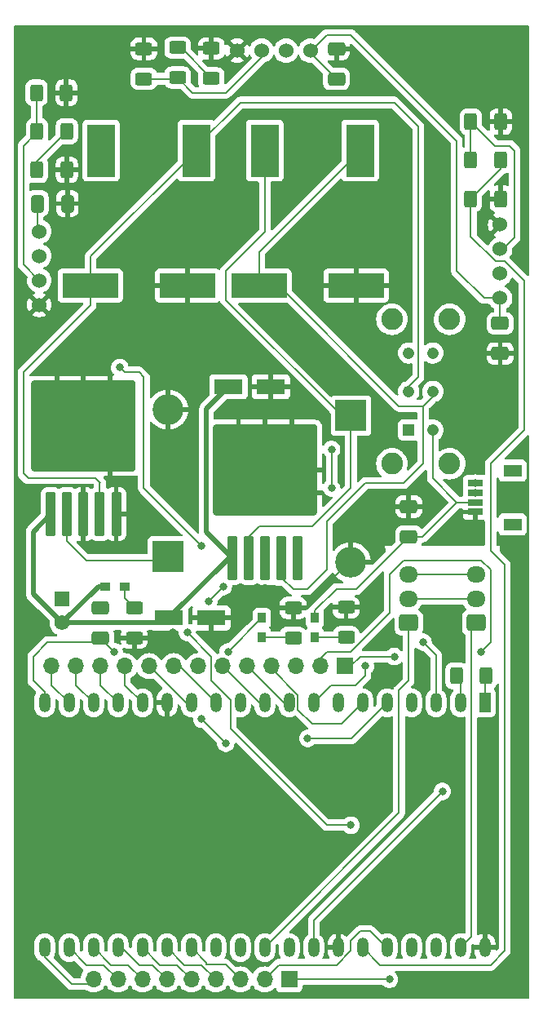
<source format=gbr>
%TF.GenerationSoftware,KiCad,Pcbnew,8.0.8*%
%TF.CreationDate,2025-02-20T18:43:26-05:00*%
%TF.ProjectId,pcb_v3,7063625f-7633-42e6-9b69-6361645f7063,rev?*%
%TF.SameCoordinates,Original*%
%TF.FileFunction,Copper,L1,Top*%
%TF.FilePolarity,Positive*%
%FSLAX46Y46*%
G04 Gerber Fmt 4.6, Leading zero omitted, Abs format (unit mm)*
G04 Created by KiCad (PCBNEW 8.0.8) date 2025-02-20 18:43:26*
%MOMM*%
%LPD*%
G01*
G04 APERTURE LIST*
G04 Aperture macros list*
%AMRoundRect*
0 Rectangle with rounded corners*
0 $1 Rounding radius*
0 $2 $3 $4 $5 $6 $7 $8 $9 X,Y pos of 4 corners*
0 Add a 4 corners polygon primitive as box body*
4,1,4,$2,$3,$4,$5,$6,$7,$8,$9,$2,$3,0*
0 Add four circle primitives for the rounded corners*
1,1,$1+$1,$2,$3*
1,1,$1+$1,$4,$5*
1,1,$1+$1,$6,$7*
1,1,$1+$1,$8,$9*
0 Add four rect primitives between the rounded corners*
20,1,$1+$1,$2,$3,$4,$5,0*
20,1,$1+$1,$4,$5,$6,$7,0*
20,1,$1+$1,$6,$7,$8,$9,0*
20,1,$1+$1,$8,$9,$2,$3,0*%
G04 Aperture macros list end*
%TA.AperFunction,SMDPad,CuDef*%
%ADD10RoundRect,0.250000X-0.400000X-0.625000X0.400000X-0.625000X0.400000X0.625000X-0.400000X0.625000X0*%
%TD*%
%TA.AperFunction,SMDPad,CuDef*%
%ADD11R,5.800000X2.500000*%
%TD*%
%TA.AperFunction,SMDPad,CuDef*%
%ADD12RoundRect,0.250000X0.300000X-2.050000X0.300000X2.050000X-0.300000X2.050000X-0.300000X-2.050000X0*%
%TD*%
%TA.AperFunction,SMDPad,CuDef*%
%ADD13RoundRect,0.250000X2.375000X-2.025000X2.375000X2.025000X-2.375000X2.025000X-2.375000X-2.025000X0*%
%TD*%
%TA.AperFunction,SMDPad,CuDef*%
%ADD14RoundRect,0.250002X5.149998X-4.449998X5.149998X4.449998X-5.149998X4.449998X-5.149998X-4.449998X0*%
%TD*%
%TA.AperFunction,ComponentPad*%
%ADD15R,1.208000X1.208000*%
%TD*%
%TA.AperFunction,ComponentPad*%
%ADD16C,1.208000*%
%TD*%
%TA.AperFunction,ComponentPad*%
%ADD17C,2.250000*%
%TD*%
%TA.AperFunction,SMDPad,CuDef*%
%ADD18R,2.900000X5.400000*%
%TD*%
%TA.AperFunction,SMDPad,CuDef*%
%ADD19RoundRect,0.250000X-0.412500X-0.650000X0.412500X-0.650000X0.412500X0.650000X-0.412500X0.650000X0*%
%TD*%
%TA.AperFunction,ComponentPad*%
%ADD20R,1.575000X1.575000*%
%TD*%
%TA.AperFunction,ComponentPad*%
%ADD21C,1.575000*%
%TD*%
%TA.AperFunction,SMDPad,CuDef*%
%ADD22R,0.850000X1.100000*%
%TD*%
%TA.AperFunction,ComponentPad*%
%ADD23C,1.530000*%
%TD*%
%TA.AperFunction,ComponentPad*%
%ADD24R,1.200000X2.000000*%
%TD*%
%TA.AperFunction,ComponentPad*%
%ADD25O,1.200000X2.000000*%
%TD*%
%TA.AperFunction,ComponentPad*%
%ADD26R,3.200000X3.200000*%
%TD*%
%TA.AperFunction,ComponentPad*%
%ADD27O,3.200000X3.200000*%
%TD*%
%TA.AperFunction,SMDPad,CuDef*%
%ADD28RoundRect,0.250000X-0.650000X0.412500X-0.650000X-0.412500X0.650000X-0.412500X0.650000X0.412500X0*%
%TD*%
%TA.AperFunction,ComponentPad*%
%ADD29RoundRect,0.250000X0.725000X-0.600000X0.725000X0.600000X-0.725000X0.600000X-0.725000X-0.600000X0*%
%TD*%
%TA.AperFunction,ComponentPad*%
%ADD30O,1.950000X1.700000*%
%TD*%
%TA.AperFunction,SMDPad,CuDef*%
%ADD31R,3.000000X1.600000*%
%TD*%
%TA.AperFunction,SMDPad,CuDef*%
%ADD32RoundRect,0.250000X0.400000X0.625000X-0.400000X0.625000X-0.400000X-0.625000X0.400000X-0.625000X0*%
%TD*%
%TA.AperFunction,ComponentPad*%
%ADD33R,1.700000X1.700000*%
%TD*%
%TA.AperFunction,ComponentPad*%
%ADD34O,1.700000X1.700000*%
%TD*%
%TA.AperFunction,SMDPad,CuDef*%
%ADD35RoundRect,0.250000X0.625000X-0.400000X0.625000X0.400000X-0.625000X0.400000X-0.625000X-0.400000X0*%
%TD*%
%TA.AperFunction,SMDPad,CuDef*%
%ADD36RoundRect,0.250000X0.650000X-0.412500X0.650000X0.412500X-0.650000X0.412500X-0.650000X-0.412500X0*%
%TD*%
%TA.AperFunction,SMDPad,CuDef*%
%ADD37RoundRect,0.250000X-0.625000X0.400000X-0.625000X-0.400000X0.625000X-0.400000X0.625000X0.400000X0*%
%TD*%
%TA.AperFunction,SMDPad,CuDef*%
%ADD38R,1.549400X0.660400*%
%TD*%
%TA.AperFunction,SMDPad,CuDef*%
%ADD39R,1.905000X1.295400*%
%TD*%
%TA.AperFunction,SMDPad,CuDef*%
%ADD40R,1.100000X0.850000*%
%TD*%
%TA.AperFunction,ViaPad*%
%ADD41C,0.800000*%
%TD*%
%TA.AperFunction,ViaPad*%
%ADD42C,1.200000*%
%TD*%
%TA.AperFunction,Conductor*%
%ADD43C,0.200000*%
%TD*%
%TA.AperFunction,Conductor*%
%ADD44C,0.500000*%
%TD*%
G04 APERTURE END LIST*
D10*
%TO.P,R7,1*%
%TO.N,Net-(U4-ECHO)*%
X146450000Y-65500000D03*
%TO.P,R7,2*%
%TO.N,ER*%
X149550000Y-65500000D03*
%TD*%
D11*
%TO.P,CP4,1,1*%
%TO.N,3V30*%
X124450000Y-78500000D03*
%TO.P,CP4,2,2*%
%TO.N,GND*%
X134550000Y-78500000D03*
%TD*%
D12*
%TO.P,U2,1,VIN*%
%TO.N,BTRY*%
X102825000Y-102225000D03*
%TO.P,U2,2,OUT*%
%TO.N,Net-(D1-K)*%
X104525000Y-102225000D03*
%TO.P,U2,3,GND*%
%TO.N,GND*%
X106225000Y-102225000D03*
D13*
X103450000Y-95500000D03*
X109000000Y-95500000D03*
D14*
X106225000Y-93075000D03*
D13*
X103450000Y-90650000D03*
X109000000Y-90650000D03*
D12*
%TO.P,U2,4,FB*%
%TO.N,5V0*%
X107925000Y-102225000D03*
%TO.P,U2,5,~{ON}/OFF*%
%TO.N,GND*%
X109625000Y-102225000D03*
%TD*%
D10*
%TO.P,R10,1*%
%TO.N,ER*%
X146450000Y-69500000D03*
%TO.P,R10,2*%
%TO.N,GND*%
X149550000Y-69500000D03*
%TD*%
D11*
%TO.P,CP3,1,1*%
%TO.N,5V0*%
X106950000Y-78500000D03*
%TO.P,CP3,2,2*%
%TO.N,GND*%
X117050000Y-78500000D03*
%TD*%
D15*
%TO.P,S1,1*%
%TO.N,5V*%
X140000000Y-93500000D03*
D16*
%TO.P,S1,2*%
%TO.N,5V0*%
X140000000Y-89500000D03*
%TO.P,S1,3*%
%TO.N,unconnected-(S1-Pad3)*%
X140000000Y-85500000D03*
%TO.P,S1,4*%
%TO.N,3V3*%
X142500000Y-93500000D03*
%TO.P,S1,5*%
%TO.N,3V30*%
X142500000Y-89500000D03*
%TO.P,S1,6*%
%TO.N,unconnected-(S1-Pad6)*%
X142500000Y-85500000D03*
D17*
%TO.P,S1,SH1*%
%TO.N,N/C*%
X138250000Y-97000000D03*
%TO.P,S1,SH2*%
X138250000Y-82000000D03*
%TO.P,S1,SH3*%
X144250000Y-82000000D03*
%TO.P,S1,SH4*%
X144250000Y-97000000D03*
%TD*%
D18*
%TO.P,L2,1,1*%
%TO.N,Net-(D2-K)*%
X125050000Y-64500000D03*
%TO.P,L2,2,2*%
%TO.N,3V30*%
X134950000Y-64500000D03*
%TD*%
D19*
%TO.P,C4,1*%
%TO.N,5V*%
X101437500Y-70000000D03*
%TO.P,C4,2*%
%TO.N,GND*%
X104562500Y-70000000D03*
%TD*%
D20*
%TO.P,J1,1,1*%
%TO.N,GND*%
X104000000Y-111000000D03*
D21*
%TO.P,J1,2,2*%
%TO.N,BTRY*%
X104000000Y-113500000D03*
%TD*%
D22*
%TO.P,D4,1*%
%TO.N,Net-(D4-Pad1)*%
X124760000Y-115005000D03*
%TO.P,D4,2*%
%TO.N,5V*%
X124760000Y-112995000D03*
%TD*%
D23*
%TO.P,U6,1,VCC*%
%TO.N,5V*%
X129810000Y-54125000D03*
%TO.P,U6,2,TRIG*%
%TO.N,TF*%
X127270000Y-54125000D03*
%TO.P,U6,3,ECHO*%
%TO.N,Net-(U6-ECHO)*%
X124730000Y-54125000D03*
%TO.P,U6,4,GND*%
%TO.N,GND*%
X122190000Y-54125000D03*
%TD*%
D24*
%TO.P,U1,1,3V3*%
%TO.N,Net-(U1-3V3)*%
X147903440Y-121800000D03*
D25*
%TO.P,U1,2,CHIP_PU*%
%TO.N,Net-(U1-CHIP_PU)*%
X145363440Y-121800000D03*
%TO.P,U1,3,SENSOR_VP/GPIO36/ADC1_CH0*%
%TO.N,Net-(J8-Pin_1)*%
X142823440Y-121800000D03*
%TO.P,U1,4,SENSOR_VN/GPIO39/ADC1_CH3*%
%TO.N,Net-(J8-Pin_2)*%
X140283440Y-121800000D03*
%TO.P,U1,5,VDET_1/GPIO34/ADC1_CH6*%
%TO.N,Net-(J8-Pin_3)*%
X137743440Y-121800000D03*
%TO.P,U1,6,VDET_2/GPIO35/ADC1_CH7*%
%TO.N,Net-(J8-Pin_4)*%
X135203440Y-121800000D03*
%TO.P,U1,7,32K_XP/GPIO32/ADC1_CH4*%
%TO.N,SDA*%
X132663440Y-121800000D03*
%TO.P,U1,8,32K_XN/GPIO33/ADC1_CH5*%
%TO.N,SCL*%
X130123440Y-121800000D03*
%TO.P,U1,9,DAC_1/ADC2_CH8/GPIO25*%
%TO.N,Net-(J8-Pin_5)*%
X127583440Y-121800000D03*
%TO.P,U1,10,DAC_2/ADC2_CH9/GPIO26*%
%TO.N,Net-(J8-Pin_6)*%
X125043440Y-121800000D03*
%TO.P,U1,11,ADC2_CH7/GPIO27*%
%TO.N,Net-(J8-Pin_7)*%
X122503440Y-121800000D03*
%TO.P,U1,12,MTMS/GPIO14/ADC2_CH6*%
%TO.N,Net-(J8-Pin_8)*%
X119963440Y-121800000D03*
%TO.P,U1,13,MTDI/GPIO12/ADC2_CH5*%
%TO.N,Net-(J8-Pin_9)*%
X117423440Y-121800000D03*
%TO.P,U1,14,GND*%
%TO.N,GND*%
X114883440Y-121800000D03*
%TO.P,U1,15,MTCK/GPIO13/ADC2_CH4*%
%TO.N,Net-(J8-Pin_10)*%
X112343440Y-121800000D03*
%TO.P,U1,16,SD_DATA2/GPIO9*%
%TO.N,Net-(J8-Pin_11)*%
X109803440Y-121800000D03*
%TO.P,U1,17,SD_DATA3/GPIO10*%
%TO.N,Net-(J8-Pin_12)*%
X107263440Y-121800000D03*
%TO.P,U1,18,CMD*%
%TO.N,Net-(J8-Pin_13)*%
X104723440Y-121800000D03*
%TO.P,U1,19,5V*%
%TO.N,5V*%
X102183440Y-121800000D03*
%TO.P,U1,20,SD_CLK/GPIO6*%
%TO.N,Net-(J9-Pin_9)*%
X102186160Y-147196320D03*
%TO.P,U1,21,SD_DATA0/GPIO7*%
%TO.N,Net-(J9-Pin_8)*%
X104726160Y-147196320D03*
%TO.P,U1,22,SD_DATA1/GPIO8*%
%TO.N,Net-(J9-Pin_7)*%
X107263440Y-147200000D03*
%TO.P,U1,23,MTDO/GPIO15/ADC2_CH3*%
%TO.N,Net-(J9-Pin_6)*%
X109803440Y-147200000D03*
%TO.P,U1,24,ADC2_CH2/GPIO2*%
%TO.N,Net-(J9-Pin_5)*%
X112343440Y-147200000D03*
%TO.P,U1,25,GPIO0/BOOT/ADC2_CH1*%
%TO.N,Net-(J9-Pin_4)*%
X114883440Y-147200000D03*
%TO.P,U1,26,ADC2_CH0/GPIO4*%
%TO.N,Net-(J9-Pin_3)*%
X117423440Y-147200000D03*
%TO.P,U1,27,GPIO16*%
%TO.N,EF*%
X119963440Y-147200000D03*
%TO.P,U1,28,GPIO17*%
%TO.N,TF*%
X122503440Y-147200000D03*
%TO.P,U1,29,GPIO5*%
%TO.N,Net-(J6-Pin_1)*%
X125043440Y-147200000D03*
%TO.P,U1,30,GPIO18*%
%TO.N,EL*%
X127583440Y-147200000D03*
%TO.P,U1,31,GPIO19*%
%TO.N,TR*%
X130123440Y-147200000D03*
%TO.P,U1,32,GND*%
%TO.N,GND*%
X132663440Y-147200000D03*
%TO.P,U1,33,GPIO21*%
%TO.N,ER*%
X135203440Y-147200000D03*
%TO.P,U1,34,U0RXD/GPIO3*%
%TO.N,Net-(J9-Pin_2)*%
X137743440Y-147200000D03*
%TO.P,U1,35,U0TXD/GPIO1*%
%TO.N,Net-(J9-Pin_1)*%
X140283440Y-147200000D03*
%TO.P,U1,36,GPIO22*%
%TO.N,TL*%
X142823440Y-147200000D03*
%TO.P,U1,37,GPIO23*%
%TO.N,Net-(J7-Pin_1)*%
X145363440Y-147200000D03*
%TO.P,U1,38,GND*%
%TO.N,GND*%
X147903440Y-147200000D03*
%TD*%
D26*
%TO.P,D2,1,K*%
%TO.N,Net-(D2-K)*%
X134000000Y-92000000D03*
D27*
%TO.P,D2,2,A*%
%TO.N,GND*%
X134000000Y-107240000D03*
%TD*%
D28*
%TO.P,C6,1*%
%TO.N,5V*%
X149500000Y-82437500D03*
%TO.P,C6,2*%
%TO.N,GND*%
X149500000Y-85562500D03*
%TD*%
D29*
%TO.P,J7,1,Pin_1*%
%TO.N,Net-(J7-Pin_1)*%
X147000000Y-113500000D03*
D30*
%TO.P,J7,2,Pin_2*%
%TO.N,Net-(J6-Pin_2)*%
X147000000Y-111000000D03*
%TO.P,J7,3,Pin_3*%
%TO.N,GND*%
X147000000Y-108500000D03*
%TD*%
D23*
%TO.P,U5,1,VCC*%
%TO.N,5V*%
X101625000Y-72880000D03*
%TO.P,U5,2,TRIG*%
%TO.N,TL*%
X101625000Y-75420000D03*
%TO.P,U5,3,ECHO*%
%TO.N,Net-(U5-ECHO)*%
X101625000Y-77960000D03*
%TO.P,U5,4,GND*%
%TO.N,GND*%
X101625000Y-80500000D03*
%TD*%
D31*
%TO.P,CP2,1,1*%
%TO.N,BTRY*%
X121300000Y-89000000D03*
%TO.P,CP2,2,2*%
%TO.N,GND*%
X125700000Y-89000000D03*
%TD*%
D32*
%TO.P,R11,1*%
%TO.N,Net-(U1-3V3)*%
X148050000Y-119000000D03*
%TO.P,R11,2*%
%TO.N,Net-(U1-CHIP_PU)*%
X144950000Y-119000000D03*
%TD*%
D33*
%TO.P,J9,1,Pin_1*%
%TO.N,Net-(J9-Pin_1)*%
X127580000Y-150500000D03*
D34*
%TO.P,J9,2,Pin_2*%
%TO.N,Net-(J9-Pin_2)*%
X125040000Y-150500000D03*
%TO.P,J9,3,Pin_3*%
%TO.N,Net-(J9-Pin_3)*%
X122500000Y-150500000D03*
%TO.P,J9,4,Pin_4*%
%TO.N,Net-(J9-Pin_4)*%
X119960000Y-150500000D03*
%TO.P,J9,5,Pin_5*%
%TO.N,Net-(J9-Pin_5)*%
X117420000Y-150500000D03*
%TO.P,J9,6,Pin_6*%
%TO.N,Net-(J9-Pin_6)*%
X114880000Y-150500000D03*
%TO.P,J9,7,Pin_7*%
%TO.N,Net-(J9-Pin_7)*%
X112340000Y-150500000D03*
%TO.P,J9,8,Pin_8*%
%TO.N,Net-(J9-Pin_8)*%
X109800000Y-150500000D03*
%TO.P,J9,9,Pin_9*%
%TO.N,Net-(J9-Pin_9)*%
X107260000Y-150500000D03*
%TD*%
D35*
%TO.P,R8,1*%
%TO.N,EF*%
X119500000Y-57000000D03*
%TO.P,R8,2*%
%TO.N,GND*%
X119500000Y-53900000D03*
%TD*%
D36*
%TO.P,C1,1*%
%TO.N,5V*%
X108000000Y-115062500D03*
%TO.P,C1,2*%
%TO.N,GND*%
X108000000Y-111937500D03*
%TD*%
D37*
%TO.P,R1,1*%
%TO.N,Net-(D3-Pad1)*%
X111500000Y-111950000D03*
%TO.P,R1,2*%
%TO.N,GND*%
X111500000Y-115050000D03*
%TD*%
D12*
%TO.P,U3,1,VIN*%
%TO.N,BTRY*%
X121700000Y-106775000D03*
%TO.P,U3,2,OUT*%
%TO.N,Net-(D2-K)*%
X123400000Y-106775000D03*
%TO.P,U3,3,GND*%
%TO.N,GND*%
X125100000Y-106775000D03*
D13*
X122325000Y-100050000D03*
X127875000Y-100050000D03*
D14*
X125100000Y-97625000D03*
D13*
X122325000Y-95200000D03*
X127875000Y-95200000D03*
D12*
%TO.P,U3,4,FB*%
%TO.N,3V30*%
X126800000Y-106775000D03*
%TO.P,U3,5,~{ON}/OFF*%
%TO.N,GND*%
X128500000Y-106775000D03*
%TD*%
D33*
%TO.P,J8,1,Pin_1*%
%TO.N,Net-(J8-Pin_1)*%
X133360000Y-118000000D03*
D34*
%TO.P,J8,2,Pin_2*%
%TO.N,Net-(J8-Pin_2)*%
X130820000Y-118000000D03*
%TO.P,J8,3,Pin_3*%
%TO.N,Net-(J8-Pin_3)*%
X128280000Y-118000000D03*
%TO.P,J8,4,Pin_4*%
%TO.N,Net-(J8-Pin_4)*%
X125740000Y-118000000D03*
%TO.P,J8,5,Pin_5*%
%TO.N,Net-(J8-Pin_5)*%
X123200000Y-118000000D03*
%TO.P,J8,6,Pin_6*%
%TO.N,Net-(J8-Pin_6)*%
X120660000Y-118000000D03*
%TO.P,J8,7,Pin_7*%
%TO.N,Net-(J8-Pin_7)*%
X118120000Y-118000000D03*
%TO.P,J8,8,Pin_8*%
%TO.N,Net-(J8-Pin_8)*%
X115580000Y-118000000D03*
%TO.P,J8,9,Pin_9*%
%TO.N,Net-(J8-Pin_9)*%
X113040000Y-118000000D03*
%TO.P,J8,10,Pin_10*%
%TO.N,Net-(J8-Pin_10)*%
X110500000Y-118000000D03*
%TO.P,J8,11,Pin_11*%
%TO.N,Net-(J8-Pin_11)*%
X107960000Y-118000000D03*
%TO.P,J8,12,Pin_12*%
%TO.N,Net-(J8-Pin_12)*%
X105420000Y-118000000D03*
%TO.P,J8,13,Pin_13*%
%TO.N,Net-(J8-Pin_13)*%
X102880000Y-118000000D03*
%TD*%
D35*
%TO.P,R5,1*%
%TO.N,Net-(U6-ECHO)*%
X116000000Y-56920000D03*
%TO.P,R5,2*%
%TO.N,EF*%
X116000000Y-53820000D03*
%TD*%
%TO.P,R2,1*%
%TO.N,Net-(U6-ECHO)*%
X112500000Y-57050000D03*
%TO.P,R2,2*%
%TO.N,GND*%
X112500000Y-53950000D03*
%TD*%
%TO.P,R12,1*%
%TO.N,Net-(D4-Pad1)*%
X128000000Y-115050000D03*
%TO.P,R12,2*%
%TO.N,GND*%
X128000000Y-111950000D03*
%TD*%
D36*
%TO.P,C2,1*%
%TO.N,3V3*%
X140000000Y-104562500D03*
%TO.P,C2,2*%
%TO.N,GND*%
X140000000Y-101437500D03*
%TD*%
%TO.P,C5,1*%
%TO.N,5V*%
X132500000Y-57062500D03*
%TO.P,C5,2*%
%TO.N,GND*%
X132500000Y-53937500D03*
%TD*%
D22*
%TO.P,D5,1*%
%TO.N,Net-(D5-Pad1)*%
X130260000Y-115005000D03*
%TO.P,D5,2*%
%TO.N,3V3*%
X130260000Y-112995000D03*
%TD*%
D38*
%TO.P,J2,1,1*%
%TO.N,GND*%
X146901500Y-102000000D03*
%TO.P,J2,2,2*%
%TO.N,3V3*%
X146901500Y-100999999D03*
%TO.P,J2,3,3*%
%TO.N,SDA*%
X146901500Y-100000001D03*
%TO.P,J2,4,4*%
%TO.N,SCL*%
X146901500Y-99000000D03*
D39*
%TO.P,J2,5*%
%TO.N,N/C*%
X150776501Y-97700001D03*
%TO.P,J2,6*%
X150776501Y-103299999D03*
%TD*%
D35*
%TO.P,R13,1*%
%TO.N,Net-(D5-Pad1)*%
X133500000Y-115000000D03*
%TO.P,R13,2*%
%TO.N,GND*%
X133500000Y-111900000D03*
%TD*%
D10*
%TO.P,R6,1*%
%TO.N,Net-(U5-ECHO)*%
X101400000Y-62500000D03*
%TO.P,R6,2*%
%TO.N,EL*%
X104500000Y-62500000D03*
%TD*%
D18*
%TO.P,L1,1,1*%
%TO.N,Net-(D1-K)*%
X108050000Y-64500000D03*
%TO.P,L1,2,2*%
%TO.N,5V0*%
X117950000Y-64500000D03*
%TD*%
D10*
%TO.P,R3,1*%
%TO.N,Net-(U5-ECHO)*%
X101350000Y-58500000D03*
%TO.P,R3,2*%
%TO.N,GND*%
X104450000Y-58500000D03*
%TD*%
%TO.P,R4,1*%
%TO.N,Net-(U4-ECHO)*%
X146450000Y-61500000D03*
%TO.P,R4,2*%
%TO.N,GND*%
X149550000Y-61500000D03*
%TD*%
D40*
%TO.P,D3,1*%
%TO.N,Net-(D3-Pad1)*%
X110505000Y-109740000D03*
%TO.P,D3,2*%
%TO.N,BTRY*%
X108495000Y-109740000D03*
%TD*%
D29*
%TO.P,J6,1,Pin_1*%
%TO.N,Net-(J6-Pin_1)*%
X140000000Y-113500000D03*
D30*
%TO.P,J6,2,Pin_2*%
%TO.N,Net-(J6-Pin_2)*%
X140000000Y-111000000D03*
%TO.P,J6,3,Pin_3*%
%TO.N,GND*%
X140000000Y-108500000D03*
%TD*%
D10*
%TO.P,R9,1*%
%TO.N,EL*%
X101400000Y-66500000D03*
%TO.P,R9,2*%
%TO.N,GND*%
X104500000Y-66500000D03*
%TD*%
D26*
%TO.P,D1,1,K*%
%TO.N,Net-(D1-K)*%
X115000000Y-106620000D03*
D27*
%TO.P,D1,2,A*%
%TO.N,GND*%
X115000000Y-91380000D03*
%TD*%
D23*
%TO.P,U4,1,VCC*%
%TO.N,5V*%
X149500000Y-79810000D03*
%TO.P,U4,2,TRIG*%
%TO.N,TR*%
X149500000Y-77270000D03*
%TO.P,U4,3,ECHO*%
%TO.N,Net-(U4-ECHO)*%
X149500000Y-74730000D03*
%TO.P,U4,4,GND*%
%TO.N,GND*%
X149500000Y-72190000D03*
%TD*%
D31*
%TO.P,CP1,1,1*%
%TO.N,BTRY*%
X115100000Y-113000000D03*
%TO.P,CP1,2,2*%
%TO.N,GND*%
X119500000Y-113000000D03*
%TD*%
D41*
%TO.N,GND*%
X115500000Y-114500000D03*
X109625000Y-102225000D03*
X106225000Y-102225000D03*
X133500000Y-111900000D03*
X141500000Y-120000000D03*
X137500000Y-118500000D03*
X137500000Y-115000000D03*
X144000000Y-104500000D03*
X113500000Y-115500000D03*
X111500000Y-115050000D03*
X121500000Y-64000000D03*
X122000000Y-70500000D03*
X116000000Y-72500000D03*
X121500000Y-83500000D03*
X116500000Y-87000000D03*
X116500000Y-97500000D03*
X123000000Y-112500000D03*
X122500000Y-110000000D03*
X130500000Y-110500000D03*
X144000000Y-56500000D03*
X139000000Y-63500000D03*
X131000000Y-86000000D03*
X137000000Y-87000000D03*
X135500000Y-97000000D03*
X137500000Y-91500000D03*
X134500000Y-103000000D03*
X136000000Y-100500000D03*
X136500000Y-110500000D03*
X136500000Y-112500000D03*
X128500000Y-106775000D03*
X125100000Y-106775000D03*
X108000000Y-111937500D03*
D42*
X128193638Y-97737458D03*
X106258890Y-90489621D03*
X128231885Y-100433883D03*
X106144149Y-95920718D03*
X121806361Y-100223524D03*
X128231885Y-95251393D03*
X122035844Y-95136651D03*
X106225000Y-93075000D03*
X125100000Y-97625000D03*
X102491545Y-92899192D03*
X102701904Y-95844224D03*
X102625410Y-90279262D03*
X109452528Y-96284066D03*
X109146551Y-90719104D03*
X125172112Y-100338266D03*
X109223045Y-92975687D03*
X125095617Y-95270517D03*
X121844609Y-97833076D03*
D41*
%TO.N,5V*%
X120750000Y-109750000D03*
X109437500Y-116500000D03*
X121255000Y-116500000D03*
X119250000Y-111250000D03*
D42*
%TO.N,Net-(D1-K)*%
X108050000Y-64500000D03*
D41*
%TO.N,SDA*%
X146901500Y-100000001D03*
%TO.N,SCL*%
X135500000Y-118000000D03*
X146901500Y-99000000D03*
%TO.N,TF*%
X132000000Y-99500000D03*
X132000000Y-95500000D03*
%TO.N,TL*%
X134000000Y-134500000D03*
X110000000Y-87000000D03*
X117000000Y-114500000D03*
X118500000Y-105500000D03*
%TO.N,TR*%
X143500000Y-131000000D03*
%TO.N,Net-(J8-Pin_7)*%
X118500000Y-123500000D03*
X121000000Y-126000000D03*
%TO.N,Net-(J8-Pin_3)*%
X129500000Y-125500000D03*
%TO.N,Net-(J8-Pin_1)*%
X141500000Y-115500000D03*
X138500000Y-117000000D03*
%TO.N,Net-(J8-Pin_2)*%
X147500000Y-116500000D03*
%TO.N,Net-(J9-Pin_1)*%
X138000000Y-150500000D03*
%TO.N,EF*%
X119500000Y-57000000D03*
%TO.N,EL*%
X101400000Y-66500000D03*
%TD*%
D43*
%TO.N,GND*%
X133760000Y-107240000D02*
X130500000Y-110500000D01*
X134000000Y-107240000D02*
X133760000Y-107240000D01*
X140000000Y-108500000D02*
X147000000Y-108500000D01*
%TO.N,5V*%
X145000000Y-63500000D02*
X145000000Y-77000000D01*
X129875000Y-54125000D02*
X131500000Y-52500000D01*
X101437500Y-70000000D02*
X101437500Y-72692500D01*
X129810000Y-54125000D02*
X129810000Y-54372500D01*
X147810000Y-79810000D02*
X149500000Y-79810000D01*
X119250000Y-111250000D02*
X120750000Y-109750000D01*
X101000000Y-117000000D02*
X102500000Y-115500000D01*
X101000000Y-119500000D02*
X101000000Y-117000000D01*
X102183440Y-121800000D02*
X102183440Y-120683440D01*
X101437500Y-72692500D02*
X101625000Y-72880000D01*
X102500000Y-115500000D02*
X107562500Y-115500000D01*
X108000000Y-115062500D02*
X109437500Y-116500000D01*
X145000000Y-77000000D02*
X147810000Y-79810000D01*
X129810000Y-54125000D02*
X129875000Y-54125000D01*
X149500000Y-79810000D02*
X149500000Y-82437500D01*
X107562500Y-115500000D02*
X108000000Y-115062500D01*
X131500000Y-52500000D02*
X134000000Y-52500000D01*
X134000000Y-52500000D02*
X145000000Y-63500000D01*
X121255000Y-116500000D02*
X124760000Y-112995000D01*
X129810000Y-54372500D02*
X132500000Y-57062500D01*
X102183440Y-120683440D02*
X101000000Y-119500000D01*
%TO.N,3V3*%
X130260000Y-112995000D02*
X130260000Y-112240000D01*
X130260000Y-112240000D02*
X132500000Y-110000000D01*
X145000000Y-101000000D02*
X144999999Y-100999999D01*
X144999999Y-100999999D02*
X146901500Y-100999999D01*
X140000000Y-104562500D02*
X141437500Y-104562500D01*
X142500000Y-93500000D02*
X142500000Y-98500000D01*
X142500000Y-98500000D02*
X145000000Y-101000000D01*
X132500000Y-110000000D02*
X134562500Y-110000000D01*
X141437500Y-104562500D02*
X145000000Y-101000000D01*
X134562500Y-110000000D02*
X140000000Y-104562500D01*
D44*
%TO.N,BTRY*%
X119000000Y-91300000D02*
X119000000Y-104075000D01*
X121700000Y-106775000D02*
X121325000Y-106775000D01*
X104000000Y-113500000D02*
X107760000Y-109740000D01*
X114600000Y-113500000D02*
X115100000Y-113000000D01*
X101000000Y-110500000D02*
X101000000Y-104050000D01*
X121325000Y-106775000D02*
X115100000Y-113000000D01*
X104000000Y-113500000D02*
X114600000Y-113500000D01*
X104000000Y-113500000D02*
X101000000Y-110500000D01*
X121300000Y-89000000D02*
X119000000Y-91300000D01*
X107760000Y-109740000D02*
X108495000Y-109740000D01*
X119000000Y-104075000D02*
X121700000Y-106775000D01*
X101000000Y-104050000D02*
X102825000Y-102225000D01*
D43*
%TO.N,5V0*%
X138500000Y-59500000D02*
X141000000Y-62000000D01*
X100000000Y-98000000D02*
X100500000Y-98500000D01*
X100000000Y-87500000D02*
X100000000Y-98000000D01*
X106950000Y-78500000D02*
X106950000Y-80550000D01*
X141000000Y-62000000D02*
X141000000Y-88000000D01*
X117950000Y-64050000D02*
X122500000Y-59500000D01*
X106950000Y-78500000D02*
X106950000Y-75500000D01*
X106950000Y-75500000D02*
X117950000Y-64500000D01*
X122500000Y-59500000D02*
X138500000Y-59500000D01*
X106950000Y-80550000D02*
X100000000Y-87500000D01*
X107925000Y-99075000D02*
X107925000Y-102225000D01*
X141000000Y-88000000D02*
X140000000Y-89000000D01*
X117950000Y-64500000D02*
X117950000Y-64050000D01*
X108000000Y-99000000D02*
X107925000Y-99075000D01*
X107500000Y-98500000D02*
X108000000Y-99000000D01*
X100500000Y-98500000D02*
X107500000Y-98500000D01*
X140000000Y-89000000D02*
X140000000Y-89500000D01*
%TO.N,3V30*%
X141500000Y-91000000D02*
X142500000Y-90000000D01*
X131500000Y-108000000D02*
X131500000Y-103000000D01*
X135500000Y-99000000D02*
X139500000Y-99000000D01*
X139000000Y-91000000D02*
X141500000Y-91000000D01*
X126800000Y-106775000D02*
X126800000Y-108800000D01*
X126800000Y-108800000D02*
X128000000Y-110000000D01*
X129500000Y-110000000D02*
X131500000Y-108000000D01*
X141500000Y-97000000D02*
X141500000Y-91000000D01*
X124450000Y-75000000D02*
X134950000Y-64500000D01*
X126500000Y-78500000D02*
X139000000Y-91000000D01*
X124450000Y-78500000D02*
X124450000Y-75000000D01*
X128000000Y-110000000D02*
X129500000Y-110000000D01*
X139500000Y-99000000D02*
X141500000Y-97000000D01*
X131500000Y-103000000D02*
X135500000Y-99000000D01*
X142500000Y-90000000D02*
X142500000Y-89500000D01*
X124450000Y-78500000D02*
X126500000Y-78500000D01*
%TO.N,Net-(D1-K)*%
X106500000Y-107000000D02*
X114620000Y-107000000D01*
X104525000Y-102225000D02*
X104525000Y-105025000D01*
X114620000Y-107000000D02*
X115000000Y-106620000D01*
X104525000Y-105025000D02*
X106500000Y-107000000D01*
%TO.N,Net-(D2-K)*%
X125050000Y-64500000D02*
X125050000Y-72950000D01*
X124500000Y-103500000D02*
X130000000Y-103500000D01*
X133000000Y-92000000D02*
X134000000Y-92000000D01*
X125050000Y-72950000D02*
X121000000Y-77000000D01*
X121000000Y-80000000D02*
X133000000Y-92000000D01*
X130000000Y-103500000D02*
X134000000Y-99500000D01*
X121000000Y-77000000D02*
X121000000Y-80000000D01*
X123400000Y-106775000D02*
X123400000Y-104600000D01*
X134000000Y-99500000D02*
X134000000Y-92000000D01*
X123400000Y-104600000D02*
X124500000Y-103500000D01*
%TO.N,Net-(D3-Pad1)*%
X110505000Y-110955000D02*
X111500000Y-111950000D01*
X110505000Y-109740000D02*
X110505000Y-110955000D01*
%TO.N,Net-(D4-Pad1)*%
X127955000Y-115005000D02*
X128000000Y-115050000D01*
X124760000Y-115005000D02*
X127955000Y-115005000D01*
%TO.N,Net-(D5-Pad1)*%
X133495000Y-115005000D02*
X133500000Y-115000000D01*
X130260000Y-115005000D02*
X133495000Y-115005000D01*
%TO.N,SCL*%
X135500000Y-119000000D02*
X135500000Y-118000000D01*
X134500000Y-120000000D02*
X135500000Y-119000000D01*
X130123440Y-121800000D02*
X131923440Y-120000000D01*
X131923440Y-120000000D02*
X134500000Y-120000000D01*
%TO.N,Net-(U6-ECHO)*%
X117580000Y-58500000D02*
X121000000Y-58500000D01*
X116000000Y-56920000D02*
X117580000Y-58500000D01*
X121000000Y-58500000D02*
X124730000Y-54770000D01*
X115870000Y-57050000D02*
X116000000Y-56920000D01*
X124730000Y-54770000D02*
X124730000Y-54125000D01*
X112500000Y-57050000D02*
X115870000Y-57050000D01*
%TO.N,TF*%
X132000000Y-95500000D02*
X132000000Y-99500000D01*
%TO.N,Net-(U5-ECHO)*%
X100000000Y-64000000D02*
X100000000Y-76335000D01*
X101350000Y-58500000D02*
X101400000Y-58550000D01*
X100000000Y-76335000D02*
X101625000Y-77960000D01*
X101400000Y-58550000D02*
X101400000Y-62500000D01*
X101400000Y-62600000D02*
X100000000Y-64000000D01*
X101400000Y-62500000D02*
X101400000Y-62600000D01*
%TO.N,TL*%
X110500000Y-87500000D02*
X112000000Y-87500000D01*
X131500000Y-134500000D02*
X134000000Y-134500000D01*
X112500000Y-99500000D02*
X118500000Y-105500000D01*
X112500000Y-88000000D02*
X112500000Y-99500000D01*
X117000000Y-114500000D02*
X119500000Y-117000000D01*
X119500000Y-119500000D02*
X121500000Y-121500000D01*
X119500000Y-117000000D02*
X119500000Y-119500000D01*
X121500000Y-124500000D02*
X131500000Y-134500000D01*
X121500000Y-121500000D02*
X121500000Y-124500000D01*
X112000000Y-87500000D02*
X112500000Y-88000000D01*
X110000000Y-87000000D02*
X110500000Y-87500000D01*
%TO.N,Net-(U4-ECHO)*%
X146450000Y-61500000D02*
X146450000Y-65500000D01*
X148950000Y-64000000D02*
X150500000Y-64000000D01*
X150500000Y-64000000D02*
X151000000Y-64500000D01*
X149770000Y-74730000D02*
X149500000Y-74730000D01*
X146450000Y-61500000D02*
X148950000Y-64000000D01*
X151000000Y-64500000D02*
X151000000Y-73500000D01*
X151000000Y-73500000D02*
X149770000Y-74730000D01*
%TO.N,TR*%
X130123440Y-147200000D02*
X130123440Y-144376560D01*
X130123440Y-144376560D02*
X143500000Y-131000000D01*
%TO.N,Net-(J6-Pin_1)*%
X139000000Y-120500000D02*
X139000000Y-133243440D01*
X139000000Y-133243440D02*
X125043440Y-147200000D01*
X140000000Y-119500000D02*
X139000000Y-120500000D01*
X140000000Y-113500000D02*
X140000000Y-119500000D01*
%TO.N,Net-(J6-Pin_2)*%
X140000000Y-111000000D02*
X147000000Y-111000000D01*
%TO.N,Net-(J7-Pin_1)*%
X147000000Y-113500000D02*
X146500000Y-114000000D01*
X146500000Y-146063440D02*
X145363440Y-147200000D01*
X146500000Y-114000000D02*
X146500000Y-146063440D01*
%TO.N,Net-(J8-Pin_7)*%
X118500000Y-123500000D02*
X121000000Y-126000000D01*
%TO.N,Net-(J8-Pin_3)*%
X134043440Y-125500000D02*
X137743440Y-121800000D01*
X129500000Y-125500000D02*
X134043440Y-125500000D01*
%TO.N,Net-(J8-Pin_1)*%
X142823440Y-116823440D02*
X142823440Y-121800000D01*
X134000000Y-118000000D02*
X135000000Y-117000000D01*
X133360000Y-118000000D02*
X134000000Y-118000000D01*
X141500000Y-115500000D02*
X142823440Y-116823440D01*
X135000000Y-117000000D02*
X138500000Y-117000000D01*
%TO.N,Net-(J8-Pin_2)*%
X130820000Y-118000000D02*
X130820000Y-117180000D01*
X138000000Y-108500000D02*
X139500000Y-107000000D01*
X131500000Y-116500000D02*
X134000000Y-116500000D01*
X138000000Y-112500000D02*
X138000000Y-108500000D01*
X148500000Y-115500000D02*
X147500000Y-116500000D01*
X134000000Y-116500000D02*
X138000000Y-112500000D01*
X147500000Y-107000000D02*
X148500000Y-108000000D01*
X130820000Y-117180000D02*
X131500000Y-116500000D01*
X148500000Y-108000000D02*
X148500000Y-115500000D01*
X139500000Y-107000000D02*
X147500000Y-107000000D01*
%TO.N,Net-(J8-Pin_6)*%
X120660000Y-118000000D02*
X124460000Y-121800000D01*
X124460000Y-121800000D02*
X125043440Y-121800000D01*
%TO.N,Net-(J8-Pin_5)*%
X123200000Y-118000000D02*
X127000000Y-121800000D01*
X127000000Y-121800000D02*
X127583440Y-121800000D01*
%TO.N,Net-(J8-Pin_4)*%
X130000000Y-124000000D02*
X133003440Y-124000000D01*
X125740000Y-118240000D02*
X128500000Y-121000000D01*
X128500000Y-122500000D02*
X130000000Y-124000000D01*
X125740000Y-118000000D02*
X125740000Y-118240000D01*
X128500000Y-121000000D02*
X128500000Y-122500000D01*
X133003440Y-124000000D02*
X135203440Y-121800000D01*
%TO.N,Net-(J8-Pin_8)*%
X116163440Y-118000000D02*
X119963440Y-121800000D01*
X115580000Y-118000000D02*
X116163440Y-118000000D01*
%TO.N,Net-(J9-Pin_7)*%
X109063440Y-149000000D02*
X110840000Y-149000000D01*
X107263440Y-147200000D02*
X109063440Y-149000000D01*
X110840000Y-149000000D02*
X112340000Y-150500000D01*
%TO.N,Net-(J9-Pin_2)*%
X134000000Y-147536232D02*
X134000000Y-146500000D01*
X137700000Y-147200000D02*
X137743440Y-147200000D01*
X134000000Y-146500000D02*
X135000000Y-145500000D01*
X132536232Y-149000000D02*
X134000000Y-147536232D01*
X126500000Y-149000000D02*
X132536232Y-149000000D01*
X125040000Y-150460000D02*
X126500000Y-149000000D01*
X135000000Y-145500000D02*
X136000000Y-145500000D01*
X136000000Y-145500000D02*
X137700000Y-147200000D01*
X125040000Y-150500000D02*
X125040000Y-150460000D01*
%TO.N,Net-(J9-Pin_9)*%
X102186160Y-147196320D02*
X102186160Y-148186160D01*
X106760000Y-151000000D02*
X107260000Y-150500000D01*
X102186160Y-148186160D02*
X105000000Y-151000000D01*
X105000000Y-151000000D02*
X106760000Y-151000000D01*
%TO.N,Net-(J9-Pin_1)*%
X127580000Y-150500000D02*
X138000000Y-150500000D01*
%TO.N,Net-(J9-Pin_6)*%
X110200000Y-147200000D02*
X112000000Y-149000000D01*
X112000000Y-149000000D02*
X113380000Y-149000000D01*
X113380000Y-149000000D02*
X114880000Y-150500000D01*
X109803440Y-147200000D02*
X110200000Y-147200000D01*
%TO.N,Net-(J9-Pin_3)*%
X119012843Y-148789403D02*
X119012843Y-148987157D01*
X120987157Y-148987157D02*
X122500000Y-150500000D01*
X119012843Y-148987157D02*
X120987157Y-148987157D01*
X117423440Y-147200000D02*
X119012843Y-148789403D01*
%TO.N,Net-(J9-Pin_8)*%
X106529840Y-149000000D02*
X108300000Y-149000000D01*
X108300000Y-149000000D02*
X109800000Y-150500000D01*
X104726160Y-147196320D02*
X106529840Y-149000000D01*
%TO.N,Net-(J9-Pin_4)*%
X114883440Y-147200000D02*
X116683440Y-149000000D01*
X116683440Y-149000000D02*
X118460000Y-149000000D01*
X118460000Y-149000000D02*
X119960000Y-150500000D01*
%TO.N,Net-(J9-Pin_5)*%
X112343440Y-147200000D02*
X114143440Y-149000000D01*
X115920000Y-149000000D02*
X117420000Y-150500000D01*
X114143440Y-149000000D02*
X115920000Y-149000000D01*
%TO.N,EF*%
X116000000Y-53820000D02*
X116320000Y-53820000D01*
X116320000Y-53820000D02*
X119500000Y-57000000D01*
%TO.N,EL*%
X101400000Y-66500000D02*
X101400000Y-65600000D01*
X101400000Y-65600000D02*
X104500000Y-62500000D01*
%TO.N,ER*%
X146450000Y-69500000D02*
X146450000Y-73450000D01*
X137003440Y-149000000D02*
X135203440Y-147200000D01*
X150000000Y-147500000D02*
X148500000Y-149000000D01*
X148500000Y-106000000D02*
X150000000Y-107500000D01*
X150000000Y-76000000D02*
X152000000Y-78000000D01*
X148500000Y-149000000D02*
X137003440Y-149000000D01*
X146450000Y-73450000D02*
X149000000Y-76000000D01*
X149000000Y-76000000D02*
X150000000Y-76000000D01*
X148500000Y-97000000D02*
X148500000Y-106000000D01*
X149550000Y-65500000D02*
X149550000Y-66400000D01*
X152000000Y-78000000D02*
X152000000Y-93500000D01*
X149550000Y-66400000D02*
X146450000Y-69500000D01*
X152000000Y-93500000D02*
X148500000Y-97000000D01*
X150000000Y-107500000D02*
X150000000Y-147500000D01*
%TO.N,Net-(U1-CHIP_PU)*%
X145363440Y-121800000D02*
X145363440Y-119413440D01*
X145363440Y-119413440D02*
X144950000Y-119000000D01*
%TO.N,Net-(U1-3V3)*%
X147903440Y-121800000D02*
X147903440Y-119146560D01*
X147903440Y-119146560D02*
X148050000Y-119000000D01*
%TO.N,Net-(J8-Pin_13)*%
X102880000Y-119956560D02*
X104723440Y-121800000D01*
X102880000Y-118000000D02*
X102880000Y-119956560D01*
%TO.N,Net-(J8-Pin_11)*%
X107960000Y-119956560D02*
X109803440Y-121800000D01*
X107960000Y-118000000D02*
X107960000Y-119956560D01*
%TO.N,Net-(J8-Pin_10)*%
X110500000Y-119956560D02*
X112343440Y-121800000D01*
X110500000Y-118000000D02*
X110500000Y-119956560D01*
%TO.N,Net-(J8-Pin_12)*%
X105420000Y-118000000D02*
X105420000Y-119956560D01*
X105420000Y-119956560D02*
X107263440Y-121800000D01*
%TO.N,Net-(J8-Pin_9)*%
X113040000Y-118000000D02*
X116840000Y-121800000D01*
X116840000Y-121800000D02*
X117423440Y-121800000D01*
%TD*%
%TA.AperFunction,Conductor*%
%TO.N,GND*%
G36*
X152442539Y-51520185D02*
G01*
X152488294Y-51572989D01*
X152499500Y-51624500D01*
X152499500Y-77350903D01*
X152479815Y-77417942D01*
X152427011Y-77463697D01*
X152357853Y-77473641D01*
X152294297Y-77444616D01*
X152287819Y-77438584D01*
X150514853Y-75665618D01*
X150481368Y-75604295D01*
X150486352Y-75534603D01*
X150500956Y-75506817D01*
X150600142Y-75365167D01*
X150693723Y-75164480D01*
X150751035Y-74950591D01*
X150770334Y-74730000D01*
X150763217Y-74648657D01*
X150776983Y-74580159D01*
X150799061Y-74550174D01*
X151480520Y-73868716D01*
X151559577Y-73731784D01*
X151600501Y-73579057D01*
X151600501Y-73420942D01*
X151600501Y-73413347D01*
X151600500Y-73413329D01*
X151600500Y-64589060D01*
X151600501Y-64589047D01*
X151600501Y-64420944D01*
X151596589Y-64406344D01*
X151559577Y-64268216D01*
X151527361Y-64212415D01*
X151480524Y-64131290D01*
X151480518Y-64131282D01*
X150868717Y-63519481D01*
X150868716Y-63519480D01*
X150781904Y-63469360D01*
X150781904Y-63469359D01*
X150781900Y-63469358D01*
X150731785Y-63440423D01*
X150579057Y-63399499D01*
X150420943Y-63399499D01*
X150413347Y-63399499D01*
X150413331Y-63399500D01*
X149250097Y-63399500D01*
X149183058Y-63379815D01*
X149162416Y-63363181D01*
X148868388Y-63069153D01*
X148834903Y-63007830D01*
X148839887Y-62938138D01*
X148881759Y-62882205D01*
X148947223Y-62857788D01*
X148990661Y-62863215D01*
X148990689Y-62863089D01*
X148992143Y-62863400D01*
X148995077Y-62863767D01*
X148997308Y-62864506D01*
X149100019Y-62874999D01*
X149299999Y-62874999D01*
X149800000Y-62874999D01*
X149999972Y-62874999D01*
X149999986Y-62874998D01*
X150102697Y-62864505D01*
X150269119Y-62809358D01*
X150269124Y-62809356D01*
X150418345Y-62717315D01*
X150542315Y-62593345D01*
X150634356Y-62444124D01*
X150634358Y-62444119D01*
X150689505Y-62277697D01*
X150689506Y-62277690D01*
X150699999Y-62174986D01*
X150700000Y-62174973D01*
X150700000Y-61750000D01*
X149800000Y-61750000D01*
X149800000Y-62874999D01*
X149299999Y-62874999D01*
X149300000Y-62874998D01*
X149300000Y-61750000D01*
X148400001Y-61750000D01*
X148400001Y-62174986D01*
X148410494Y-62277699D01*
X148411233Y-62279929D01*
X148411283Y-62281385D01*
X148411911Y-62284319D01*
X148411387Y-62284431D01*
X148413633Y-62349757D01*
X148377899Y-62409798D01*
X148315378Y-62440988D01*
X148245918Y-62433426D01*
X148205845Y-62406610D01*
X147636818Y-61837583D01*
X147603333Y-61776260D01*
X147600499Y-61749902D01*
X147600499Y-60825013D01*
X148400000Y-60825013D01*
X148400000Y-61250000D01*
X149300000Y-61250000D01*
X149800000Y-61250000D01*
X150699999Y-61250000D01*
X150699999Y-60825028D01*
X150699998Y-60825013D01*
X150689505Y-60722302D01*
X150634358Y-60555880D01*
X150634356Y-60555875D01*
X150542315Y-60406654D01*
X150418345Y-60282684D01*
X150269124Y-60190643D01*
X150269119Y-60190641D01*
X150102697Y-60135494D01*
X150102690Y-60135493D01*
X149999986Y-60125000D01*
X149800000Y-60125000D01*
X149800000Y-61250000D01*
X149300000Y-61250000D01*
X149300000Y-60125000D01*
X149100029Y-60125000D01*
X149100012Y-60125001D01*
X148997302Y-60135494D01*
X148830880Y-60190641D01*
X148830875Y-60190643D01*
X148681654Y-60282684D01*
X148557684Y-60406654D01*
X148465643Y-60555875D01*
X148465641Y-60555880D01*
X148410494Y-60722302D01*
X148410493Y-60722309D01*
X148400000Y-60825013D01*
X147600499Y-60825013D01*
X147600499Y-60824998D01*
X147600498Y-60824981D01*
X147589999Y-60722203D01*
X147589998Y-60722200D01*
X147534814Y-60555666D01*
X147442712Y-60406344D01*
X147318656Y-60282288D01*
X147169334Y-60190186D01*
X147002797Y-60135001D01*
X147002795Y-60135000D01*
X146900010Y-60124500D01*
X145999998Y-60124500D01*
X145999980Y-60124501D01*
X145897203Y-60135000D01*
X145897200Y-60135001D01*
X145730668Y-60190185D01*
X145730663Y-60190187D01*
X145581342Y-60282289D01*
X145457289Y-60406342D01*
X145365187Y-60555663D01*
X145365185Y-60555668D01*
X145365115Y-60555880D01*
X145310001Y-60722203D01*
X145310001Y-60722204D01*
X145310000Y-60722204D01*
X145299500Y-60824983D01*
X145299500Y-62175001D01*
X145299501Y-62175018D01*
X145310000Y-62277796D01*
X145310001Y-62277799D01*
X145333846Y-62349757D01*
X145365186Y-62444334D01*
X145457288Y-62593656D01*
X145581344Y-62717712D01*
X145730666Y-62809814D01*
X145764500Y-62821025D01*
X145821947Y-62860796D01*
X145848772Y-62925311D01*
X145849500Y-62938732D01*
X145849500Y-64061267D01*
X145829815Y-64128306D01*
X145777011Y-64174061D01*
X145764465Y-64178986D01*
X145763465Y-64179317D01*
X145693636Y-64181695D01*
X145633606Y-64145944D01*
X145602434Y-64083413D01*
X145600500Y-64061598D01*
X145600500Y-63420945D01*
X145600500Y-63420943D01*
X145562144Y-63277795D01*
X145559577Y-63268215D01*
X145559577Y-63268214D01*
X145530639Y-63218095D01*
X145530637Y-63218092D01*
X145480520Y-63131284D01*
X145368716Y-63019480D01*
X145368715Y-63019479D01*
X145364385Y-63015149D01*
X145364374Y-63015139D01*
X134487590Y-52138355D01*
X134487588Y-52138352D01*
X134368717Y-52019481D01*
X134368716Y-52019480D01*
X134281904Y-51969360D01*
X134281904Y-51969359D01*
X134281900Y-51969358D01*
X134231785Y-51940423D01*
X134079057Y-51899499D01*
X133920943Y-51899499D01*
X133913347Y-51899499D01*
X133913331Y-51899500D01*
X131586669Y-51899500D01*
X131586653Y-51899499D01*
X131579057Y-51899499D01*
X131420943Y-51899499D01*
X131313587Y-51928265D01*
X131268210Y-51940424D01*
X131268209Y-51940425D01*
X131218096Y-51969359D01*
X131218095Y-51969360D01*
X131174689Y-51994420D01*
X131131285Y-52019479D01*
X131131282Y-52019481D01*
X131019478Y-52131286D01*
X130275392Y-52875371D01*
X130214069Y-52908856D01*
X130155618Y-52907465D01*
X130030596Y-52873966D01*
X130030592Y-52873965D01*
X130030591Y-52873965D01*
X130030590Y-52873964D01*
X130030585Y-52873964D01*
X129810002Y-52854666D01*
X129809998Y-52854666D01*
X129589414Y-52873964D01*
X129589407Y-52873965D01*
X129375524Y-52931275D01*
X129375513Y-52931279D01*
X129174836Y-53024856D01*
X129174834Y-53024857D01*
X128993444Y-53151868D01*
X128836868Y-53308444D01*
X128709857Y-53489834D01*
X128709856Y-53489836D01*
X128652382Y-53613091D01*
X128606210Y-53665531D01*
X128539017Y-53684683D01*
X128472135Y-53664467D01*
X128427618Y-53613091D01*
X128370143Y-53489836D01*
X128370142Y-53489834D01*
X128370142Y-53489833D01*
X128243132Y-53308445D01*
X128086555Y-53151868D01*
X127905167Y-53024858D01*
X127905163Y-53024856D01*
X127704486Y-52931279D01*
X127704475Y-52931275D01*
X127490592Y-52873965D01*
X127490585Y-52873964D01*
X127270002Y-52854666D01*
X127269998Y-52854666D01*
X127049414Y-52873964D01*
X127049407Y-52873965D01*
X126835524Y-52931275D01*
X126835513Y-52931279D01*
X126634836Y-53024856D01*
X126634834Y-53024857D01*
X126453444Y-53151868D01*
X126296868Y-53308444D01*
X126169857Y-53489834D01*
X126169856Y-53489836D01*
X126112382Y-53613091D01*
X126066210Y-53665531D01*
X125999017Y-53684683D01*
X125932135Y-53664467D01*
X125887618Y-53613091D01*
X125830143Y-53489836D01*
X125830142Y-53489834D01*
X125830142Y-53489833D01*
X125703132Y-53308445D01*
X125546555Y-53151868D01*
X125365167Y-53024858D01*
X125365163Y-53024856D01*
X125164486Y-52931279D01*
X125164475Y-52931275D01*
X124950592Y-52873965D01*
X124950585Y-52873964D01*
X124730002Y-52854666D01*
X124729998Y-52854666D01*
X124509414Y-52873964D01*
X124509407Y-52873965D01*
X124295524Y-52931275D01*
X124295513Y-52931279D01*
X124094836Y-53024856D01*
X124094834Y-53024857D01*
X123913444Y-53151868D01*
X123756868Y-53308444D01*
X123629857Y-53489833D01*
X123572106Y-53613683D01*
X123525934Y-53666122D01*
X123458740Y-53685274D01*
X123391859Y-53665058D01*
X123347342Y-53613683D01*
X123289707Y-53490084D01*
X123243894Y-53424657D01*
X122681128Y-53987424D01*
X122665245Y-53928147D01*
X122598102Y-53811853D01*
X122503147Y-53716898D01*
X122386853Y-53649755D01*
X122327574Y-53633871D01*
X122890341Y-53071104D01*
X122890341Y-53071103D01*
X122824920Y-53025295D01*
X122824916Y-53025293D01*
X122624309Y-52931749D01*
X122624300Y-52931745D01*
X122410509Y-52874461D01*
X122410499Y-52874459D01*
X122190001Y-52855168D01*
X122189999Y-52855168D01*
X121969500Y-52874459D01*
X121969490Y-52874461D01*
X121755699Y-52931745D01*
X121755690Y-52931749D01*
X121555080Y-53025295D01*
X121489658Y-53071103D01*
X121489657Y-53071104D01*
X122052425Y-53633871D01*
X121993147Y-53649755D01*
X121876853Y-53716898D01*
X121781898Y-53811853D01*
X121714755Y-53928147D01*
X121698871Y-53987424D01*
X121136104Y-53424657D01*
X121136104Y-53424658D01*
X121097059Y-53480420D01*
X121042482Y-53524045D01*
X120972983Y-53531237D01*
X120910629Y-53499715D01*
X120875215Y-53439485D01*
X120872126Y-53421897D01*
X120864506Y-53347303D01*
X120809358Y-53180880D01*
X120809356Y-53180875D01*
X120717315Y-53031654D01*
X120593345Y-52907684D01*
X120444124Y-52815643D01*
X120444119Y-52815641D01*
X120277697Y-52760494D01*
X120277690Y-52760493D01*
X120174986Y-52750000D01*
X119750000Y-52750000D01*
X119750000Y-55049999D01*
X120174972Y-55049999D01*
X120174986Y-55049998D01*
X120277697Y-55039505D01*
X120444119Y-54984358D01*
X120444124Y-54984356D01*
X120593345Y-54892315D01*
X120717317Y-54768343D01*
X120811225Y-54616094D01*
X120863173Y-54569369D01*
X120932135Y-54558146D01*
X120996218Y-54585990D01*
X121029146Y-54628785D01*
X121090293Y-54759916D01*
X121090295Y-54759920D01*
X121136103Y-54825341D01*
X121136104Y-54825341D01*
X121698871Y-54262574D01*
X121714755Y-54321853D01*
X121781898Y-54438147D01*
X121876853Y-54533102D01*
X121993147Y-54600245D01*
X122052425Y-54616128D01*
X121489657Y-55178894D01*
X121555084Y-55224706D01*
X121755690Y-55318250D01*
X121755699Y-55318254D01*
X121969490Y-55375538D01*
X121969500Y-55375540D01*
X122189999Y-55394832D01*
X122190001Y-55394832D01*
X122410499Y-55375540D01*
X122410509Y-55375538D01*
X122624300Y-55318254D01*
X122624314Y-55318249D01*
X122824911Y-55224709D01*
X122824919Y-55224705D01*
X122890341Y-55178895D01*
X122327574Y-54616128D01*
X122386853Y-54600245D01*
X122503147Y-54533102D01*
X122598102Y-54438147D01*
X122665245Y-54321853D01*
X122681128Y-54262574D01*
X123243895Y-54825341D01*
X123289705Y-54759919D01*
X123289709Y-54759911D01*
X123347342Y-54636317D01*
X123393514Y-54583877D01*
X123460707Y-54564725D01*
X123527588Y-54584940D01*
X123572106Y-54636317D01*
X123629856Y-54760163D01*
X123629862Y-54760173D01*
X123677559Y-54828291D01*
X123699887Y-54894497D01*
X123682877Y-54962264D01*
X123663666Y-54987096D01*
X121084953Y-57565811D01*
X121023630Y-57599296D01*
X120953938Y-57594312D01*
X120898005Y-57552440D01*
X120873588Y-57486976D01*
X120873915Y-57465523D01*
X120875498Y-57450025D01*
X120875500Y-57450009D01*
X120875499Y-56549992D01*
X120874418Y-56539414D01*
X120864999Y-56447203D01*
X120864998Y-56447200D01*
X120856631Y-56421949D01*
X120809814Y-56280666D01*
X120717712Y-56131344D01*
X120593656Y-56007288D01*
X120444334Y-55915186D01*
X120277797Y-55860001D01*
X120277795Y-55860000D01*
X120175016Y-55849500D01*
X120175009Y-55849500D01*
X119250097Y-55849500D01*
X119183058Y-55829815D01*
X119162416Y-55813181D01*
X118593388Y-55244153D01*
X118559903Y-55182830D01*
X118564887Y-55113138D01*
X118606759Y-55057205D01*
X118672223Y-55032788D01*
X118715661Y-55038215D01*
X118715689Y-55038089D01*
X118717143Y-55038400D01*
X118720077Y-55038767D01*
X118722308Y-55039506D01*
X118825019Y-55049999D01*
X119249999Y-55049999D01*
X119250000Y-55049998D01*
X119250000Y-54150000D01*
X118125001Y-54150000D01*
X118125001Y-54349986D01*
X118135494Y-54452699D01*
X118136233Y-54454929D01*
X118136283Y-54456385D01*
X118136911Y-54459319D01*
X118136387Y-54459431D01*
X118138633Y-54524757D01*
X118102899Y-54584798D01*
X118040378Y-54615988D01*
X117970918Y-54608426D01*
X117930845Y-54581610D01*
X117411818Y-54062583D01*
X117378333Y-54001260D01*
X117375499Y-53974902D01*
X117375499Y-53450013D01*
X118125000Y-53450013D01*
X118125000Y-53650000D01*
X119250000Y-53650000D01*
X119250000Y-52750000D01*
X118825028Y-52750000D01*
X118825012Y-52750001D01*
X118722302Y-52760494D01*
X118555880Y-52815641D01*
X118555875Y-52815643D01*
X118406654Y-52907684D01*
X118282684Y-53031654D01*
X118190643Y-53180875D01*
X118190641Y-53180880D01*
X118135494Y-53347302D01*
X118135493Y-53347309D01*
X118125000Y-53450013D01*
X117375499Y-53450013D01*
X117375499Y-53369998D01*
X117375498Y-53369981D01*
X117364999Y-53267203D01*
X117364998Y-53267200D01*
X117336394Y-53180880D01*
X117309814Y-53100666D01*
X117217712Y-52951344D01*
X117093656Y-52827288D01*
X116985365Y-52760494D01*
X116944336Y-52735187D01*
X116944331Y-52735185D01*
X116942862Y-52734698D01*
X116777797Y-52680001D01*
X116777795Y-52680000D01*
X116675010Y-52669500D01*
X115324998Y-52669500D01*
X115324981Y-52669501D01*
X115222203Y-52680000D01*
X115222200Y-52680001D01*
X115055668Y-52735185D01*
X115055663Y-52735187D01*
X114906342Y-52827289D01*
X114782289Y-52951342D01*
X114690187Y-53100663D01*
X114690186Y-53100666D01*
X114635001Y-53267203D01*
X114635001Y-53267204D01*
X114635000Y-53267204D01*
X114624500Y-53369983D01*
X114624500Y-54270001D01*
X114624501Y-54270019D01*
X114635000Y-54372796D01*
X114635001Y-54372799D01*
X114670045Y-54478554D01*
X114690186Y-54539334D01*
X114782288Y-54688656D01*
X114906344Y-54812712D01*
X115055666Y-54904814D01*
X115222203Y-54959999D01*
X115324991Y-54970500D01*
X116569902Y-54970499D01*
X116636941Y-54990184D01*
X116657583Y-55006818D01*
X118089902Y-56439137D01*
X118123387Y-56500460D01*
X118125580Y-56539414D01*
X118124500Y-56549986D01*
X118124500Y-57450001D01*
X118124501Y-57450019D01*
X118135000Y-57552796D01*
X118135001Y-57552799D01*
X118190186Y-57719334D01*
X118191941Y-57723097D01*
X118192370Y-57725924D01*
X118192458Y-57726189D01*
X118192412Y-57726203D01*
X118202432Y-57792175D01*
X118173911Y-57855958D01*
X118115433Y-57894197D01*
X118079558Y-57899500D01*
X117880097Y-57899500D01*
X117813058Y-57879815D01*
X117792416Y-57863181D01*
X117410097Y-57480862D01*
X117376612Y-57419539D01*
X117374420Y-57380577D01*
X117375500Y-57370009D01*
X117375499Y-56469992D01*
X117373331Y-56448772D01*
X117364999Y-56367203D01*
X117364998Y-56367200D01*
X117336322Y-56280663D01*
X117309814Y-56200666D01*
X117217712Y-56051344D01*
X117093656Y-55927288D01*
X116944334Y-55835186D01*
X116777797Y-55780001D01*
X116777795Y-55780000D01*
X116675010Y-55769500D01*
X115324998Y-55769500D01*
X115324981Y-55769501D01*
X115222203Y-55780000D01*
X115222200Y-55780001D01*
X115055668Y-55835185D01*
X115055663Y-55835187D01*
X114906342Y-55927289D01*
X114782289Y-56051342D01*
X114690187Y-56200663D01*
X114690186Y-56200666D01*
X114635894Y-56364505D01*
X114596123Y-56421949D01*
X114531608Y-56448772D01*
X114518190Y-56449500D01*
X113938733Y-56449500D01*
X113871694Y-56429815D01*
X113825939Y-56377011D01*
X113821028Y-56364506D01*
X113816495Y-56350829D01*
X113809814Y-56330666D01*
X113717712Y-56181344D01*
X113593656Y-56057288D01*
X113444334Y-55965186D01*
X113277797Y-55910001D01*
X113277795Y-55910000D01*
X113175010Y-55899500D01*
X111824998Y-55899500D01*
X111824981Y-55899501D01*
X111722203Y-55910000D01*
X111722200Y-55910001D01*
X111555668Y-55965185D01*
X111555663Y-55965187D01*
X111406342Y-56057289D01*
X111282289Y-56181342D01*
X111190187Y-56330663D01*
X111190185Y-56330668D01*
X111178080Y-56367200D01*
X111135001Y-56497203D01*
X111135001Y-56497204D01*
X111135000Y-56497204D01*
X111124500Y-56599983D01*
X111124500Y-57500001D01*
X111124501Y-57500019D01*
X111135000Y-57602796D01*
X111135001Y-57602799D01*
X111190184Y-57769328D01*
X111190186Y-57769334D01*
X111282288Y-57918656D01*
X111406344Y-58042712D01*
X111555666Y-58134814D01*
X111722203Y-58189999D01*
X111824991Y-58200500D01*
X113175008Y-58200499D01*
X113277797Y-58189999D01*
X113444334Y-58134814D01*
X113593656Y-58042712D01*
X113717712Y-57918656D01*
X113809814Y-57769334D01*
X113821028Y-57735494D01*
X113860801Y-57678050D01*
X113925317Y-57651228D01*
X113938733Y-57650500D01*
X114627866Y-57650500D01*
X114694905Y-57670185D01*
X114733403Y-57709401D01*
X114782288Y-57788656D01*
X114906344Y-57912712D01*
X115055666Y-58004814D01*
X115222203Y-58059999D01*
X115324991Y-58070500D01*
X116249902Y-58070499D01*
X116316941Y-58090183D01*
X116337583Y-58106818D01*
X117095139Y-58864374D01*
X117095149Y-58864385D01*
X117099479Y-58868715D01*
X117099480Y-58868716D01*
X117211284Y-58980520D01*
X117211286Y-58980521D01*
X117211290Y-58980524D01*
X117278765Y-59019480D01*
X117348216Y-59059577D01*
X117460019Y-59089534D01*
X117500942Y-59100500D01*
X117500943Y-59100500D01*
X120913331Y-59100500D01*
X120913347Y-59100501D01*
X120920943Y-59100501D01*
X121079054Y-59100501D01*
X121079057Y-59100501D01*
X121231785Y-59059577D01*
X121301233Y-59019481D01*
X121368716Y-58980520D01*
X121480520Y-58868716D01*
X121480520Y-58868714D01*
X121490724Y-58858511D01*
X121490727Y-58858506D01*
X124957983Y-55391251D01*
X125013566Y-55359160D01*
X125164480Y-55318723D01*
X125365167Y-55225142D01*
X125546555Y-55098132D01*
X125703132Y-54941555D01*
X125830142Y-54760167D01*
X125887618Y-54636907D01*
X125933790Y-54584468D01*
X126000983Y-54565316D01*
X126067864Y-54585531D01*
X126112382Y-54636908D01*
X126169738Y-54759911D01*
X126169858Y-54760167D01*
X126296868Y-54941555D01*
X126453445Y-55098132D01*
X126634833Y-55225142D01*
X126675603Y-55244153D01*
X126835513Y-55318720D01*
X126835515Y-55318720D01*
X126835520Y-55318723D01*
X127049409Y-55376035D01*
X127206974Y-55389820D01*
X127269998Y-55395334D01*
X127270000Y-55395334D01*
X127270002Y-55395334D01*
X127325147Y-55390509D01*
X127490591Y-55376035D01*
X127704480Y-55318723D01*
X127905167Y-55225142D01*
X128086555Y-55098132D01*
X128243132Y-54941555D01*
X128370142Y-54760167D01*
X128427618Y-54636907D01*
X128473790Y-54584468D01*
X128540983Y-54565316D01*
X128607864Y-54585531D01*
X128652382Y-54636908D01*
X128709738Y-54759911D01*
X128709858Y-54760167D01*
X128836868Y-54941555D01*
X128993445Y-55098132D01*
X129174833Y-55225142D01*
X129215603Y-55244153D01*
X129375513Y-55318720D01*
X129375515Y-55318720D01*
X129375520Y-55318723D01*
X129589409Y-55376035D01*
X129746974Y-55389820D01*
X129809998Y-55395334D01*
X129810000Y-55395334D01*
X129810001Y-55395334D01*
X129823345Y-55394166D01*
X129912032Y-55386407D01*
X129980530Y-55400173D01*
X130010519Y-55422254D01*
X131066061Y-56477796D01*
X131099546Y-56539119D01*
X131101738Y-56578077D01*
X131099501Y-56599977D01*
X131099500Y-56599997D01*
X131099500Y-57525001D01*
X131099501Y-57525019D01*
X131110000Y-57627796D01*
X131110001Y-57627799D01*
X131165185Y-57794331D01*
X131165187Y-57794336D01*
X131184109Y-57825013D01*
X131257288Y-57943656D01*
X131381344Y-58067712D01*
X131530666Y-58159814D01*
X131697203Y-58214999D01*
X131799991Y-58225500D01*
X133200008Y-58225499D01*
X133302797Y-58214999D01*
X133469334Y-58159814D01*
X133618656Y-58067712D01*
X133742712Y-57943656D01*
X133834814Y-57794334D01*
X133889999Y-57627797D01*
X133900500Y-57525009D01*
X133900499Y-56599992D01*
X133900497Y-56599977D01*
X133889999Y-56497203D01*
X133889998Y-56497200D01*
X133834814Y-56330666D01*
X133742712Y-56181344D01*
X133618656Y-56057288D01*
X133469334Y-55965186D01*
X133302797Y-55910001D01*
X133302795Y-55910000D01*
X133200016Y-55899500D01*
X133200009Y-55899500D01*
X132237597Y-55899500D01*
X132170558Y-55879815D01*
X132149916Y-55863181D01*
X131585585Y-55298850D01*
X131552100Y-55237527D01*
X131557084Y-55167835D01*
X131598956Y-55111902D01*
X131664420Y-55087485D01*
X131690518Y-55089310D01*
X131690569Y-55088818D01*
X131800019Y-55099999D01*
X132249999Y-55099999D01*
X132750000Y-55099999D01*
X133199972Y-55099999D01*
X133199986Y-55099998D01*
X133302697Y-55089505D01*
X133469119Y-55034358D01*
X133469124Y-55034356D01*
X133618345Y-54942315D01*
X133742315Y-54818345D01*
X133834356Y-54669124D01*
X133834358Y-54669119D01*
X133889505Y-54502697D01*
X133889506Y-54502690D01*
X133899999Y-54399986D01*
X133900000Y-54399973D01*
X133900000Y-54187500D01*
X132750000Y-54187500D01*
X132750000Y-55099999D01*
X132249999Y-55099999D01*
X132250000Y-55099998D01*
X132250000Y-54061500D01*
X132269685Y-53994461D01*
X132322489Y-53948706D01*
X132374000Y-53937500D01*
X132500000Y-53937500D01*
X132500000Y-53811500D01*
X132519685Y-53744461D01*
X132572489Y-53698706D01*
X132624000Y-53687500D01*
X133899999Y-53687500D01*
X133899999Y-53548596D01*
X133919684Y-53481557D01*
X133972488Y-53435802D01*
X134041646Y-53425858D01*
X134105202Y-53454883D01*
X134111680Y-53460915D01*
X144363181Y-63712416D01*
X144396666Y-63773739D01*
X144399500Y-63800097D01*
X144399500Y-76913330D01*
X144399499Y-76913348D01*
X144399499Y-77079054D01*
X144399498Y-77079054D01*
X144399499Y-77079057D01*
X144440423Y-77231785D01*
X144462487Y-77270000D01*
X144494145Y-77324834D01*
X144519479Y-77368715D01*
X144638349Y-77487585D01*
X144638355Y-77487590D01*
X147325139Y-80174374D01*
X147325149Y-80174385D01*
X147329479Y-80178715D01*
X147329480Y-80178716D01*
X147441284Y-80290520D01*
X147470626Y-80307460D01*
X147528095Y-80340639D01*
X147528097Y-80340641D01*
X147566151Y-80362611D01*
X147578215Y-80369577D01*
X147730943Y-80410500D01*
X147889057Y-80410500D01*
X148311034Y-80410500D01*
X148378073Y-80430185D01*
X148412606Y-80463373D01*
X148526868Y-80626555D01*
X148683445Y-80783132D01*
X148846625Y-80897392D01*
X148890248Y-80951968D01*
X148899500Y-80998966D01*
X148899500Y-81152357D01*
X148879815Y-81219396D01*
X148827011Y-81265151D01*
X148788102Y-81275715D01*
X148697202Y-81285001D01*
X148697200Y-81285001D01*
X148530668Y-81340185D01*
X148530663Y-81340187D01*
X148381342Y-81432289D01*
X148257289Y-81556342D01*
X148165187Y-81705663D01*
X148165185Y-81705668D01*
X148150317Y-81750538D01*
X148110001Y-81872203D01*
X148110001Y-81872204D01*
X148110000Y-81872204D01*
X148099500Y-81974983D01*
X148099500Y-82900001D01*
X148099501Y-82900019D01*
X148110000Y-83002796D01*
X148110001Y-83002799D01*
X148159759Y-83152956D01*
X148165186Y-83169334D01*
X148257288Y-83318656D01*
X148381344Y-83442712D01*
X148530666Y-83534814D01*
X148697203Y-83589999D01*
X148799991Y-83600500D01*
X150200008Y-83600499D01*
X150302797Y-83589999D01*
X150469334Y-83534814D01*
X150618656Y-83442712D01*
X150742712Y-83318656D01*
X150834814Y-83169334D01*
X150889999Y-83002797D01*
X150900500Y-82900009D01*
X150900499Y-81974992D01*
X150889999Y-81872203D01*
X150834814Y-81705666D01*
X150742712Y-81556344D01*
X150618656Y-81432288D01*
X150469334Y-81340186D01*
X150302797Y-81285001D01*
X150302794Y-81285000D01*
X150211897Y-81275714D01*
X150147205Y-81249317D01*
X150107054Y-81192136D01*
X150100500Y-81152356D01*
X150100500Y-80998966D01*
X150120185Y-80931927D01*
X150153373Y-80897393D01*
X150316555Y-80783132D01*
X150473132Y-80626555D01*
X150600142Y-80445167D01*
X150693723Y-80244480D01*
X150751035Y-80030591D01*
X150770334Y-79810000D01*
X150769270Y-79797844D01*
X150751035Y-79589414D01*
X150751035Y-79589409D01*
X150693723Y-79375520D01*
X150600142Y-79174833D01*
X150473132Y-78993445D01*
X150316555Y-78836868D01*
X150135167Y-78709858D01*
X150011907Y-78652381D01*
X149959468Y-78606210D01*
X149940316Y-78539017D01*
X149960531Y-78472136D01*
X150011908Y-78427618D01*
X150135167Y-78370142D01*
X150316555Y-78243132D01*
X150473132Y-78086555D01*
X150600142Y-77905167D01*
X150670250Y-77754818D01*
X150716418Y-77702383D01*
X150783611Y-77683230D01*
X150850493Y-77703445D01*
X150870310Y-77719545D01*
X151363181Y-78212416D01*
X151396666Y-78273739D01*
X151399500Y-78300097D01*
X151399500Y-93199902D01*
X151379815Y-93266941D01*
X151363181Y-93287583D01*
X148019481Y-96631282D01*
X148019477Y-96631287D01*
X147979863Y-96699903D01*
X147975665Y-96707174D01*
X147940423Y-96768215D01*
X147899499Y-96920943D01*
X147899499Y-96920945D01*
X147899499Y-97089046D01*
X147899500Y-97089059D01*
X147899500Y-98050114D01*
X147879815Y-98117153D01*
X147827011Y-98162908D01*
X147762247Y-98173404D01*
X147743933Y-98171435D01*
X147724073Y-98169300D01*
X147724070Y-98169300D01*
X147276039Y-98169300D01*
X147225604Y-98158580D01*
X147181302Y-98138855D01*
X147035501Y-98107865D01*
X146996146Y-98099500D01*
X146806854Y-98099500D01*
X146767499Y-98107865D01*
X146621698Y-98138855D01*
X146621693Y-98138857D01*
X146577394Y-98158580D01*
X146526960Y-98169300D01*
X146078929Y-98169300D01*
X146078923Y-98169301D01*
X146019316Y-98175708D01*
X145884471Y-98226002D01*
X145884464Y-98226006D01*
X145769255Y-98312252D01*
X145769252Y-98312255D01*
X145683006Y-98427464D01*
X145683002Y-98427471D01*
X145632710Y-98562313D01*
X145632709Y-98562317D01*
X145626300Y-98621927D01*
X145626300Y-98621934D01*
X145626300Y-98621935D01*
X145626300Y-99378070D01*
X145626301Y-99378076D01*
X145632708Y-99437683D01*
X145639789Y-99456667D01*
X145644773Y-99526359D01*
X145639791Y-99543326D01*
X145632709Y-99562315D01*
X145632708Y-99562318D01*
X145627340Y-99612255D01*
X145626300Y-99621928D01*
X145626300Y-99987590D01*
X145626301Y-100275499D01*
X145606617Y-100342538D01*
X145553813Y-100388293D01*
X145502301Y-100399499D01*
X145300096Y-100399499D01*
X145233057Y-100379814D01*
X145212415Y-100363180D01*
X143595970Y-98746735D01*
X143562485Y-98685412D01*
X143567469Y-98615720D01*
X143609341Y-98559787D01*
X143674805Y-98535370D01*
X143731103Y-98544493D01*
X143746140Y-98550722D01*
X143994930Y-98610452D01*
X144250000Y-98630526D01*
X144505070Y-98610452D01*
X144753860Y-98550722D01*
X144908471Y-98486680D01*
X144990239Y-98452811D01*
X144990240Y-98452810D01*
X144990243Y-98452809D01*
X145208399Y-98319123D01*
X145402956Y-98152956D01*
X145569123Y-97958399D01*
X145702809Y-97740243D01*
X145726715Y-97682530D01*
X145758698Y-97605315D01*
X145800722Y-97503860D01*
X145860452Y-97255070D01*
X145880526Y-97000000D01*
X145860452Y-96744930D01*
X145800722Y-96496140D01*
X145793752Y-96479312D01*
X145702811Y-96259760D01*
X145702809Y-96259757D01*
X145569124Y-96041603D01*
X145569121Y-96041598D01*
X145455858Y-95908985D01*
X145402956Y-95847044D01*
X145266284Y-95730315D01*
X145208401Y-95680878D01*
X145208396Y-95680875D01*
X144990242Y-95547190D01*
X144990239Y-95547188D01*
X144753864Y-95449279D01*
X144753860Y-95449278D01*
X144505070Y-95389548D01*
X144505067Y-95389547D01*
X144505064Y-95389547D01*
X144250000Y-95369474D01*
X143994935Y-95389547D01*
X143994931Y-95389547D01*
X143994930Y-95389548D01*
X143870535Y-95419413D01*
X143746135Y-95449279D01*
X143509763Y-95547187D01*
X143289290Y-95682293D01*
X143221844Y-95700537D01*
X143155241Y-95679420D01*
X143110628Y-95625648D01*
X143100500Y-95576565D01*
X143100500Y-94496333D01*
X143120185Y-94429294D01*
X143159226Y-94390904D01*
X143168462Y-94385186D01*
X143319732Y-94247285D01*
X143443088Y-94083935D01*
X143534328Y-93900701D01*
X143590345Y-93703821D01*
X143609232Y-93500000D01*
X143590345Y-93296179D01*
X143534328Y-93099299D01*
X143443088Y-92916065D01*
X143383904Y-92837693D01*
X143319730Y-92752712D01*
X143168462Y-92614814D01*
X143168460Y-92614812D01*
X142994430Y-92507057D01*
X142994424Y-92507054D01*
X142843993Y-92448777D01*
X142803556Y-92433112D01*
X142602347Y-92395500D01*
X142397653Y-92395500D01*
X142340225Y-92406235D01*
X142247284Y-92423608D01*
X142177769Y-92416576D01*
X142123091Y-92373079D01*
X142100609Y-92306925D01*
X142100500Y-92301719D01*
X142100500Y-91300096D01*
X142120185Y-91233057D01*
X142136815Y-91212419D01*
X142751141Y-90598092D01*
X142798676Y-90570166D01*
X142798209Y-90568959D01*
X142803553Y-90566888D01*
X142803556Y-90566888D01*
X142994427Y-90492944D01*
X143168462Y-90385186D01*
X143297008Y-90268000D01*
X143319730Y-90247287D01*
X143322366Y-90243797D01*
X143443088Y-90083935D01*
X143534328Y-89900701D01*
X143590345Y-89703821D01*
X143609232Y-89500000D01*
X143590345Y-89296179D01*
X143534328Y-89099299D01*
X143443088Y-88916065D01*
X143319732Y-88752715D01*
X143319730Y-88752712D01*
X143168462Y-88614814D01*
X143168460Y-88614812D01*
X142994430Y-88507057D01*
X142994424Y-88507054D01*
X142843993Y-88448777D01*
X142803556Y-88433112D01*
X142602347Y-88395500D01*
X142397653Y-88395500D01*
X142196444Y-88433112D01*
X142196441Y-88433112D01*
X142196441Y-88433113D01*
X142005575Y-88507054D01*
X142005569Y-88507057D01*
X141831539Y-88614812D01*
X141831537Y-88614814D01*
X141680269Y-88752712D01*
X141556912Y-88916064D01*
X141465673Y-89099295D01*
X141409654Y-89296183D01*
X141390768Y-89499999D01*
X141390768Y-89500000D01*
X141409654Y-89703816D01*
X141409654Y-89703818D01*
X141409655Y-89703821D01*
X141450641Y-89847872D01*
X141465673Y-89900704D01*
X141520440Y-90010690D01*
X141532701Y-90079475D01*
X141505828Y-90143970D01*
X141497121Y-90153643D01*
X141287584Y-90363181D01*
X141226261Y-90396666D01*
X141199903Y-90399500D01*
X140953810Y-90399500D01*
X140886771Y-90379815D01*
X140841016Y-90327011D01*
X140831072Y-90257853D01*
X140854856Y-90200773D01*
X140943088Y-90083935D01*
X141034328Y-89900701D01*
X141090345Y-89703821D01*
X141109232Y-89500000D01*
X141090345Y-89296179D01*
X141034328Y-89099299D01*
X140979559Y-88989308D01*
X140967298Y-88920523D01*
X140994171Y-88856028D01*
X141002857Y-88846376D01*
X141480520Y-88368716D01*
X141559577Y-88231784D01*
X141600501Y-88079057D01*
X141600501Y-87920942D01*
X141600501Y-87913347D01*
X141600500Y-87913329D01*
X141600500Y-86455400D01*
X141620185Y-86388361D01*
X141672989Y-86342606D01*
X141742147Y-86332662D01*
X141805703Y-86361687D01*
X141808003Y-86363731D01*
X141831538Y-86385186D01*
X141831540Y-86385187D01*
X141831541Y-86385188D01*
X142005569Y-86492942D01*
X142005575Y-86492945D01*
X142046010Y-86508609D01*
X142196444Y-86566888D01*
X142397653Y-86604500D01*
X142397656Y-86604500D01*
X142602344Y-86604500D01*
X142602347Y-86604500D01*
X142803556Y-86566888D01*
X142994427Y-86492944D01*
X143168462Y-86385186D01*
X143319732Y-86247285D01*
X143443088Y-86083935D01*
X143472441Y-86024986D01*
X148100001Y-86024986D01*
X148110494Y-86127697D01*
X148165641Y-86294119D01*
X148165643Y-86294124D01*
X148257684Y-86443345D01*
X148381654Y-86567315D01*
X148530875Y-86659356D01*
X148530880Y-86659358D01*
X148697302Y-86714505D01*
X148697309Y-86714506D01*
X148800019Y-86724999D01*
X149249999Y-86724999D01*
X149750000Y-86724999D01*
X150199972Y-86724999D01*
X150199986Y-86724998D01*
X150302697Y-86714505D01*
X150469119Y-86659358D01*
X150469124Y-86659356D01*
X150618345Y-86567315D01*
X150742315Y-86443345D01*
X150834356Y-86294124D01*
X150834358Y-86294119D01*
X150889505Y-86127697D01*
X150889506Y-86127690D01*
X150899999Y-86024986D01*
X150900000Y-86024973D01*
X150900000Y-85812500D01*
X149750000Y-85812500D01*
X149750000Y-86724999D01*
X149249999Y-86724999D01*
X149250000Y-86724998D01*
X149250000Y-85812500D01*
X148100001Y-85812500D01*
X148100001Y-86024986D01*
X143472441Y-86024986D01*
X143534328Y-85900701D01*
X143590345Y-85703821D01*
X143609232Y-85500000D01*
X143590345Y-85296179D01*
X143534531Y-85100013D01*
X148100000Y-85100013D01*
X148100000Y-85312500D01*
X149250000Y-85312500D01*
X149750000Y-85312500D01*
X150899999Y-85312500D01*
X150899999Y-85100028D01*
X150899998Y-85100013D01*
X150889505Y-84997302D01*
X150834358Y-84830880D01*
X150834356Y-84830875D01*
X150742315Y-84681654D01*
X150618345Y-84557684D01*
X150469124Y-84465643D01*
X150469119Y-84465641D01*
X150302697Y-84410494D01*
X150302690Y-84410493D01*
X150199986Y-84400000D01*
X149750000Y-84400000D01*
X149750000Y-85312500D01*
X149250000Y-85312500D01*
X149250000Y-84400000D01*
X148800028Y-84400000D01*
X148800012Y-84400001D01*
X148697302Y-84410494D01*
X148530880Y-84465641D01*
X148530875Y-84465643D01*
X148381654Y-84557684D01*
X148257684Y-84681654D01*
X148165643Y-84830875D01*
X148165641Y-84830880D01*
X148110494Y-84997302D01*
X148110493Y-84997309D01*
X148100000Y-85100013D01*
X143534531Y-85100013D01*
X143534328Y-85099299D01*
X143443088Y-84916065D01*
X143319732Y-84752715D01*
X143319730Y-84752712D01*
X143168462Y-84614814D01*
X143168460Y-84614812D01*
X142994430Y-84507057D01*
X142994424Y-84507054D01*
X142843993Y-84448777D01*
X142803556Y-84433112D01*
X142602347Y-84395500D01*
X142397653Y-84395500D01*
X142196444Y-84433112D01*
X142196441Y-84433112D01*
X142196441Y-84433113D01*
X142005575Y-84507054D01*
X142005569Y-84507057D01*
X141831539Y-84614812D01*
X141831537Y-84614814D01*
X141808037Y-84636237D01*
X141745232Y-84666854D01*
X141675845Y-84658655D01*
X141621906Y-84614244D01*
X141600539Y-84547722D01*
X141600500Y-84544599D01*
X141600500Y-82000000D01*
X142619474Y-82000000D01*
X142639547Y-82255064D01*
X142699279Y-82503864D01*
X142797188Y-82740239D01*
X142797190Y-82740242D01*
X142930875Y-82958396D01*
X142930878Y-82958401D01*
X142968796Y-83002797D01*
X143097044Y-83152956D01*
X143221579Y-83259319D01*
X143291598Y-83319121D01*
X143291603Y-83319124D01*
X143509757Y-83452809D01*
X143509760Y-83452811D01*
X143746135Y-83550720D01*
X143746140Y-83550722D01*
X143994930Y-83610452D01*
X144250000Y-83630526D01*
X144505070Y-83610452D01*
X144753860Y-83550722D01*
X144872051Y-83501765D01*
X144990239Y-83452811D01*
X144990240Y-83452810D01*
X144990243Y-83452809D01*
X145208399Y-83319123D01*
X145402956Y-83152956D01*
X145569123Y-82958399D01*
X145702809Y-82740243D01*
X145800722Y-82503860D01*
X145860452Y-82255070D01*
X145880526Y-82000000D01*
X145860452Y-81744930D01*
X145800722Y-81496140D01*
X145774274Y-81432288D01*
X145702811Y-81259760D01*
X145702809Y-81259757D01*
X145569124Y-81041603D01*
X145569121Y-81041598D01*
X145477479Y-80934300D01*
X145402956Y-80847044D01*
X145296591Y-80756200D01*
X145208401Y-80680878D01*
X145208396Y-80680875D01*
X144990242Y-80547190D01*
X144990239Y-80547188D01*
X144753864Y-80449279D01*
X144753860Y-80449278D01*
X144505070Y-80389548D01*
X144505067Y-80389547D01*
X144505064Y-80389547D01*
X144250000Y-80369474D01*
X143994935Y-80389547D01*
X143994931Y-80389547D01*
X143994930Y-80389548D01*
X143907664Y-80410499D01*
X143746135Y-80449279D01*
X143509760Y-80547188D01*
X143509757Y-80547190D01*
X143291603Y-80680875D01*
X143291598Y-80680878D01*
X143097044Y-80847044D01*
X142930878Y-81041598D01*
X142930875Y-81041603D01*
X142797190Y-81259757D01*
X142797188Y-81259760D01*
X142699279Y-81496135D01*
X142684824Y-81556344D01*
X142651955Y-81693254D01*
X142639547Y-81744935D01*
X142619474Y-82000000D01*
X141600500Y-82000000D01*
X141600500Y-62089059D01*
X141600501Y-62089046D01*
X141600501Y-61920945D01*
X141600501Y-61920943D01*
X141559577Y-61768215D01*
X141530639Y-61718095D01*
X141480520Y-61631284D01*
X141368716Y-61519480D01*
X141368715Y-61519479D01*
X141364385Y-61515149D01*
X141364374Y-61515139D01*
X138987590Y-59138355D01*
X138987588Y-59138352D01*
X138868716Y-59019480D01*
X138868714Y-59019479D01*
X138781904Y-58969360D01*
X138781904Y-58969359D01*
X138781900Y-58969358D01*
X138731785Y-58940423D01*
X138579057Y-58899499D01*
X138420943Y-58899499D01*
X138413347Y-58899499D01*
X138413331Y-58899500D01*
X122586670Y-58899500D01*
X122586654Y-58899499D01*
X122579058Y-58899499D01*
X122420943Y-58899499D01*
X122344579Y-58919961D01*
X122268214Y-58940423D01*
X122268209Y-58940426D01*
X122131290Y-59019475D01*
X122131284Y-59019480D01*
X119805364Y-61345398D01*
X119744041Y-61378883D01*
X119674349Y-61373899D01*
X119643369Y-61356981D01*
X119642331Y-61356204D01*
X119642329Y-61356203D01*
X119642328Y-61356202D01*
X119507482Y-61305908D01*
X119507483Y-61305908D01*
X119447883Y-61299501D01*
X119447881Y-61299500D01*
X119447873Y-61299500D01*
X119447864Y-61299500D01*
X116452129Y-61299500D01*
X116452123Y-61299501D01*
X116392516Y-61305908D01*
X116257671Y-61356202D01*
X116257664Y-61356206D01*
X116142455Y-61442452D01*
X116142452Y-61442455D01*
X116056206Y-61557664D01*
X116056202Y-61557671D01*
X116005908Y-61692517D01*
X115999501Y-61752116D01*
X115999501Y-61752123D01*
X115999500Y-61752135D01*
X115999500Y-65549902D01*
X115979815Y-65616941D01*
X115963181Y-65637583D01*
X106469481Y-75131282D01*
X106469480Y-75131284D01*
X106422640Y-75212415D01*
X106419361Y-75218094D01*
X106419359Y-75218096D01*
X106390425Y-75268209D01*
X106390424Y-75268210D01*
X106382148Y-75299096D01*
X106349499Y-75420943D01*
X106349499Y-75420945D01*
X106349499Y-75589046D01*
X106349500Y-75589059D01*
X106349500Y-76625500D01*
X106329815Y-76692539D01*
X106277011Y-76738294D01*
X106225500Y-76749500D01*
X104002129Y-76749500D01*
X104002123Y-76749501D01*
X103942516Y-76755908D01*
X103807671Y-76806202D01*
X103807664Y-76806206D01*
X103692455Y-76892452D01*
X103692452Y-76892455D01*
X103606206Y-77007664D01*
X103606202Y-77007671D01*
X103555908Y-77142517D01*
X103549501Y-77202116D01*
X103549501Y-77202123D01*
X103549500Y-77202135D01*
X103549500Y-79797870D01*
X103549501Y-79797876D01*
X103555908Y-79857483D01*
X103606202Y-79992328D01*
X103606206Y-79992335D01*
X103692452Y-80107544D01*
X103692455Y-80107547D01*
X103807664Y-80193793D01*
X103807671Y-80193797D01*
X103942517Y-80244091D01*
X103942516Y-80244091D01*
X103949444Y-80244835D01*
X104002127Y-80250500D01*
X106100903Y-80250499D01*
X106167942Y-80270184D01*
X106213697Y-80322987D01*
X106223641Y-80392146D01*
X106194616Y-80455702D01*
X106188584Y-80462180D01*
X99519481Y-87131282D01*
X99519477Y-87131287D01*
X99497780Y-87168870D01*
X99497779Y-87168872D01*
X99440423Y-87268215D01*
X99399499Y-87420943D01*
X99399499Y-87420945D01*
X99399499Y-87589046D01*
X99399500Y-87589059D01*
X99399500Y-97913330D01*
X99399499Y-97913348D01*
X99399499Y-98079054D01*
X99399498Y-98079054D01*
X99440424Y-98231789D01*
X99440425Y-98231790D01*
X99461455Y-98268214D01*
X99461456Y-98268216D01*
X99519475Y-98368709D01*
X99519479Y-98368714D01*
X99519480Y-98368716D01*
X99631284Y-98480520D01*
X99631285Y-98480521D01*
X100131284Y-98980520D01*
X100131286Y-98980521D01*
X100131290Y-98980524D01*
X100217466Y-99030277D01*
X100268216Y-99059577D01*
X100420943Y-99100501D01*
X100420945Y-99100501D01*
X100586654Y-99100501D01*
X100586670Y-99100500D01*
X107199903Y-99100500D01*
X107266942Y-99120185D01*
X107287584Y-99136819D01*
X107288181Y-99137416D01*
X107321666Y-99198739D01*
X107324500Y-99225097D01*
X107324500Y-99409362D01*
X107304815Y-99476401D01*
X107265598Y-99514899D01*
X107156344Y-99582288D01*
X107156343Y-99582288D01*
X107156330Y-99582297D01*
X107151487Y-99586126D01*
X107086687Y-99612256D01*
X107018047Y-99599204D01*
X106997683Y-99586114D01*
X106993346Y-99582684D01*
X106844124Y-99490643D01*
X106844119Y-99490641D01*
X106677697Y-99435494D01*
X106677690Y-99435493D01*
X106574986Y-99425000D01*
X106475000Y-99425000D01*
X106475000Y-105024999D01*
X106574972Y-105024999D01*
X106574986Y-105024998D01*
X106677697Y-105014505D01*
X106844119Y-104959358D01*
X106844124Y-104959356D01*
X106993346Y-104867314D01*
X106997683Y-104863886D01*
X107062479Y-104837745D01*
X107131121Y-104850786D01*
X107151503Y-104863884D01*
X107156342Y-104867710D01*
X107156344Y-104867712D01*
X107305666Y-104959814D01*
X107472203Y-105014999D01*
X107574991Y-105025500D01*
X108275008Y-105025499D01*
X108275016Y-105025498D01*
X108275019Y-105025498D01*
X108331302Y-105019748D01*
X108377797Y-105014999D01*
X108544334Y-104959814D01*
X108693656Y-104867712D01*
X108693661Y-104867706D01*
X108698497Y-104863884D01*
X108763293Y-104837745D01*
X108831935Y-104850787D01*
X108852317Y-104863886D01*
X108856653Y-104867314D01*
X109005875Y-104959356D01*
X109005880Y-104959358D01*
X109172302Y-105014505D01*
X109172309Y-105014506D01*
X109275019Y-105024999D01*
X109875000Y-105024999D01*
X109974972Y-105024999D01*
X109974986Y-105024998D01*
X110077697Y-105014505D01*
X110244119Y-104959358D01*
X110244124Y-104959356D01*
X110393345Y-104867315D01*
X110517315Y-104743345D01*
X110609356Y-104594124D01*
X110609358Y-104594119D01*
X110664505Y-104427697D01*
X110664506Y-104427690D01*
X110674999Y-104324986D01*
X110675000Y-104324973D01*
X110675000Y-102475000D01*
X109875000Y-102475000D01*
X109875000Y-105024999D01*
X109275019Y-105024999D01*
X109375000Y-105024998D01*
X109375000Y-101975000D01*
X109875000Y-101975000D01*
X110674999Y-101975000D01*
X110674999Y-100125028D01*
X110674998Y-100125013D01*
X110664505Y-100022302D01*
X110609358Y-99855880D01*
X110609356Y-99855875D01*
X110517315Y-99706654D01*
X110393345Y-99582684D01*
X110244124Y-99490643D01*
X110244119Y-99490641D01*
X110077697Y-99435494D01*
X110077690Y-99435493D01*
X109974986Y-99425000D01*
X109875000Y-99425000D01*
X109875000Y-101975000D01*
X109375000Y-101975000D01*
X109375000Y-99424999D01*
X109275028Y-99425000D01*
X109275012Y-99425001D01*
X109172302Y-99435494D01*
X109005880Y-99490641D01*
X109005875Y-99490643D01*
X108856649Y-99582687D01*
X108852305Y-99586122D01*
X108787507Y-99612255D01*
X108718866Y-99599207D01*
X108698497Y-99586116D01*
X108693660Y-99582292D01*
X108693656Y-99582288D01*
X108584402Y-99514900D01*
X108537679Y-99462953D01*
X108525500Y-99409362D01*
X108525500Y-99324033D01*
X108542114Y-99262031D01*
X108559576Y-99231786D01*
X108559577Y-99231785D01*
X108600501Y-99079058D01*
X108600501Y-98920943D01*
X108594005Y-98896702D01*
X108586507Y-98868714D01*
X108586507Y-98868713D01*
X108559578Y-98768218D01*
X108559577Y-98768215D01*
X108523222Y-98705247D01*
X108523222Y-98705246D01*
X108480522Y-98631287D01*
X108480518Y-98631282D01*
X108335916Y-98486680D01*
X108302431Y-98425357D01*
X108307415Y-98355665D01*
X108349287Y-98299732D01*
X108414751Y-98275315D01*
X108423597Y-98274999D01*
X108750000Y-98274999D01*
X108750000Y-95750000D01*
X103574000Y-95750000D01*
X103506961Y-95730315D01*
X103461206Y-95677511D01*
X103450000Y-95626000D01*
X103450000Y-95500000D01*
X103324000Y-95500000D01*
X103256961Y-95480315D01*
X103211206Y-95427511D01*
X103200000Y-95376000D01*
X103200000Y-95250000D01*
X103700000Y-95250000D01*
X108750000Y-95250000D01*
X108750000Y-90900000D01*
X106475000Y-90900000D01*
X106475000Y-92951000D01*
X106455315Y-93018039D01*
X106402511Y-93063794D01*
X106351000Y-93075000D01*
X106099000Y-93075000D01*
X106031961Y-93055315D01*
X105986206Y-93002511D01*
X105975000Y-92951000D01*
X105975000Y-90900000D01*
X103700000Y-90900000D01*
X103700000Y-95250000D01*
X103200000Y-95250000D01*
X103200000Y-90400000D01*
X103700000Y-90400000D01*
X105975000Y-90400000D01*
X106475000Y-90400000D01*
X108750000Y-90400000D01*
X108750000Y-87875000D01*
X106475000Y-87875000D01*
X106475000Y-90400000D01*
X105975000Y-90400000D01*
X105975000Y-87875000D01*
X103700000Y-87875000D01*
X103700000Y-90400000D01*
X103200000Y-90400000D01*
X103200000Y-87875000D01*
X101025028Y-87875000D01*
X101025012Y-87875001D01*
X100922302Y-87885494D01*
X100763504Y-87938115D01*
X100693676Y-87940517D01*
X100633634Y-87904785D01*
X100602441Y-87842265D01*
X100600500Y-87820409D01*
X100600500Y-87800096D01*
X100620185Y-87733057D01*
X100636814Y-87712420D01*
X107308506Y-81040727D01*
X107308511Y-81040724D01*
X107318714Y-81030520D01*
X107318716Y-81030520D01*
X107430520Y-80918716D01*
X107508799Y-80783132D01*
X107508800Y-80783133D01*
X107508810Y-80783112D01*
X107509577Y-80781785D01*
X107550500Y-80629058D01*
X107550500Y-80470943D01*
X107550500Y-80374499D01*
X107570185Y-80307460D01*
X107622989Y-80261705D01*
X107674500Y-80250499D01*
X109897871Y-80250499D01*
X109897872Y-80250499D01*
X109957483Y-80244091D01*
X110092331Y-80193796D01*
X110207546Y-80107546D01*
X110293796Y-79992331D01*
X110344091Y-79857483D01*
X110350500Y-79797873D01*
X110350500Y-79797844D01*
X113650000Y-79797844D01*
X113656401Y-79857372D01*
X113656403Y-79857379D01*
X113706645Y-79992086D01*
X113706649Y-79992093D01*
X113792809Y-80107187D01*
X113792812Y-80107190D01*
X113907906Y-80193350D01*
X113907913Y-80193354D01*
X114042620Y-80243596D01*
X114042627Y-80243598D01*
X114102155Y-80249999D01*
X114102172Y-80250000D01*
X116800000Y-80250000D01*
X116800000Y-78750000D01*
X113650000Y-78750000D01*
X113650000Y-79797844D01*
X110350500Y-79797844D01*
X110350499Y-77202155D01*
X113650000Y-77202155D01*
X113650000Y-78250000D01*
X116800000Y-78250000D01*
X116800000Y-76750000D01*
X114102155Y-76750000D01*
X114042627Y-76756401D01*
X114042620Y-76756403D01*
X113907913Y-76806645D01*
X113907906Y-76806649D01*
X113792812Y-76892809D01*
X113792809Y-76892812D01*
X113706649Y-77007906D01*
X113706645Y-77007913D01*
X113656403Y-77142620D01*
X113656401Y-77142627D01*
X113650000Y-77202155D01*
X110350499Y-77202155D01*
X110350499Y-77202128D01*
X110344091Y-77142517D01*
X110309363Y-77049407D01*
X110293797Y-77007671D01*
X110293793Y-77007664D01*
X110207547Y-76892455D01*
X110207544Y-76892452D01*
X110092335Y-76806206D01*
X110092328Y-76806202D01*
X109957482Y-76755908D01*
X109957483Y-76755908D01*
X109897883Y-76749501D01*
X109897881Y-76749500D01*
X109897873Y-76749500D01*
X109897865Y-76749500D01*
X107674500Y-76749500D01*
X107607461Y-76729815D01*
X107561706Y-76677011D01*
X107550500Y-76625500D01*
X107550500Y-75800096D01*
X107570185Y-75733057D01*
X107586814Y-75712420D01*
X115869693Y-67429540D01*
X115931014Y-67396057D01*
X116000706Y-67401041D01*
X116056638Y-67442912D01*
X116142452Y-67557544D01*
X116142455Y-67557547D01*
X116257664Y-67643793D01*
X116257671Y-67643797D01*
X116392517Y-67694091D01*
X116392516Y-67694091D01*
X116399444Y-67694835D01*
X116452127Y-67700500D01*
X119447872Y-67700499D01*
X119507483Y-67694091D01*
X119642331Y-67643796D01*
X119757546Y-67557546D01*
X119843796Y-67442331D01*
X119894091Y-67307483D01*
X119900500Y-67247873D01*
X119900499Y-63000097D01*
X119920184Y-62933059D01*
X119936818Y-62912417D01*
X122712417Y-60136819D01*
X122773740Y-60103334D01*
X122800098Y-60100500D01*
X138199903Y-60100500D01*
X138266942Y-60120185D01*
X138287584Y-60136819D01*
X140363181Y-62212416D01*
X140396666Y-62273739D01*
X140399500Y-62300097D01*
X140399500Y-84301719D01*
X140379815Y-84368758D01*
X140327011Y-84414513D01*
X140257853Y-84424457D01*
X140252716Y-84423608D01*
X140168309Y-84407830D01*
X140102347Y-84395500D01*
X139897653Y-84395500D01*
X139696444Y-84433112D01*
X139696441Y-84433112D01*
X139696441Y-84433113D01*
X139505575Y-84507054D01*
X139505569Y-84507057D01*
X139331539Y-84614812D01*
X139331537Y-84614814D01*
X139180269Y-84752712D01*
X139056912Y-84916064D01*
X138965673Y-85099295D01*
X138909654Y-85296183D01*
X138890768Y-85499999D01*
X138890768Y-85500000D01*
X138909654Y-85703816D01*
X138965673Y-85900704D01*
X139056912Y-86083935D01*
X139180269Y-86247287D01*
X139331537Y-86385185D01*
X139331539Y-86385187D01*
X139505569Y-86492942D01*
X139505575Y-86492945D01*
X139546010Y-86508609D01*
X139696444Y-86566888D01*
X139897653Y-86604500D01*
X139897656Y-86604500D01*
X140102344Y-86604500D01*
X140102347Y-86604500D01*
X140252717Y-86576391D01*
X140322230Y-86583422D01*
X140376909Y-86626920D01*
X140399391Y-86693074D01*
X140399500Y-86698280D01*
X140399500Y-87699901D01*
X140379815Y-87766940D01*
X140363181Y-87787582D01*
X139748856Y-88401906D01*
X139701324Y-88429843D01*
X139701789Y-88431042D01*
X139696447Y-88433111D01*
X139696444Y-88433112D01*
X139632483Y-88457890D01*
X139505575Y-88507054D01*
X139505569Y-88507057D01*
X139331539Y-88614812D01*
X139331537Y-88614814D01*
X139180269Y-88752712D01*
X139056912Y-88916064D01*
X138965673Y-89099295D01*
X138909654Y-89296183D01*
X138890768Y-89499999D01*
X138890768Y-89500000D01*
X138909654Y-89703818D01*
X138920804Y-89743006D01*
X138920216Y-89812874D01*
X138881948Y-89871332D01*
X138818151Y-89899821D01*
X138749078Y-89889296D01*
X138713856Y-89864620D01*
X130849236Y-82000000D01*
X136619474Y-82000000D01*
X136639547Y-82255064D01*
X136699279Y-82503864D01*
X136797188Y-82740239D01*
X136797190Y-82740242D01*
X136930875Y-82958396D01*
X136930878Y-82958401D01*
X136968796Y-83002797D01*
X137097044Y-83152956D01*
X137221579Y-83259319D01*
X137291598Y-83319121D01*
X137291603Y-83319124D01*
X137509757Y-83452809D01*
X137509760Y-83452811D01*
X137746135Y-83550720D01*
X137746140Y-83550722D01*
X137994930Y-83610452D01*
X138250000Y-83630526D01*
X138505070Y-83610452D01*
X138753860Y-83550722D01*
X138872051Y-83501765D01*
X138990239Y-83452811D01*
X138990240Y-83452810D01*
X138990243Y-83452809D01*
X139208399Y-83319123D01*
X139402956Y-83152956D01*
X139569123Y-82958399D01*
X139702809Y-82740243D01*
X139800722Y-82503860D01*
X139860452Y-82255070D01*
X139880526Y-82000000D01*
X139860452Y-81744930D01*
X139800722Y-81496140D01*
X139774274Y-81432288D01*
X139702811Y-81259760D01*
X139702809Y-81259757D01*
X139569124Y-81041603D01*
X139569121Y-81041598D01*
X139477479Y-80934300D01*
X139402956Y-80847044D01*
X139296591Y-80756200D01*
X139208401Y-80680878D01*
X139208396Y-80680875D01*
X138990242Y-80547190D01*
X138990239Y-80547188D01*
X138753864Y-80449279D01*
X138753860Y-80449278D01*
X138505070Y-80389548D01*
X138505067Y-80389547D01*
X138505064Y-80389547D01*
X138250000Y-80369474D01*
X137994935Y-80389547D01*
X137994931Y-80389547D01*
X137994930Y-80389548D01*
X137907664Y-80410499D01*
X137746135Y-80449279D01*
X137509760Y-80547188D01*
X137509757Y-80547190D01*
X137291603Y-80680875D01*
X137291598Y-80680878D01*
X137097044Y-80847044D01*
X136930878Y-81041598D01*
X136930875Y-81041603D01*
X136797190Y-81259757D01*
X136797188Y-81259760D01*
X136699279Y-81496135D01*
X136684824Y-81556344D01*
X136651955Y-81693254D01*
X136639547Y-81744935D01*
X136619474Y-82000000D01*
X130849236Y-82000000D01*
X128647080Y-79797844D01*
X131150000Y-79797844D01*
X131156401Y-79857372D01*
X131156403Y-79857379D01*
X131206645Y-79992086D01*
X131206649Y-79992093D01*
X131292809Y-80107187D01*
X131292812Y-80107190D01*
X131407906Y-80193350D01*
X131407913Y-80193354D01*
X131542620Y-80243596D01*
X131542627Y-80243598D01*
X131602155Y-80249999D01*
X131602172Y-80250000D01*
X134300000Y-80250000D01*
X134800000Y-80250000D01*
X137497828Y-80250000D01*
X137497844Y-80249999D01*
X137557372Y-80243598D01*
X137557379Y-80243596D01*
X137692086Y-80193354D01*
X137692093Y-80193350D01*
X137807187Y-80107190D01*
X137807190Y-80107187D01*
X137893350Y-79992093D01*
X137893354Y-79992086D01*
X137943596Y-79857379D01*
X137943598Y-79857372D01*
X137949999Y-79797844D01*
X137950000Y-79797827D01*
X137950000Y-78750000D01*
X134800000Y-78750000D01*
X134800000Y-80250000D01*
X134300000Y-80250000D01*
X134300000Y-78750000D01*
X131150000Y-78750000D01*
X131150000Y-79797844D01*
X128647080Y-79797844D01*
X127886818Y-79037582D01*
X127853333Y-78976259D01*
X127850499Y-78949901D01*
X127850499Y-77202155D01*
X131150000Y-77202155D01*
X131150000Y-78250000D01*
X134300000Y-78250000D01*
X134800000Y-78250000D01*
X137950000Y-78250000D01*
X137950000Y-77202172D01*
X137949999Y-77202155D01*
X137943598Y-77142627D01*
X137943596Y-77142620D01*
X137893354Y-77007913D01*
X137893350Y-77007906D01*
X137807190Y-76892812D01*
X137807187Y-76892809D01*
X137692093Y-76806649D01*
X137692086Y-76806645D01*
X137557379Y-76756403D01*
X137557372Y-76756401D01*
X137497844Y-76750000D01*
X134800000Y-76750000D01*
X134800000Y-78250000D01*
X134300000Y-78250000D01*
X134300000Y-76750000D01*
X131602155Y-76750000D01*
X131542627Y-76756401D01*
X131542620Y-76756403D01*
X131407913Y-76806645D01*
X131407906Y-76806649D01*
X131292812Y-76892809D01*
X131292809Y-76892812D01*
X131206649Y-77007906D01*
X131206645Y-77007913D01*
X131156403Y-77142620D01*
X131156401Y-77142627D01*
X131150000Y-77202155D01*
X127850499Y-77202155D01*
X127850499Y-77202129D01*
X127850498Y-77202123D01*
X127850497Y-77202116D01*
X127844091Y-77142517D01*
X127809363Y-77049407D01*
X127793797Y-77007671D01*
X127793793Y-77007664D01*
X127707547Y-76892455D01*
X127707544Y-76892452D01*
X127592335Y-76806206D01*
X127592328Y-76806202D01*
X127457482Y-76755908D01*
X127457483Y-76755908D01*
X127397883Y-76749501D01*
X127397881Y-76749500D01*
X127397873Y-76749500D01*
X127397865Y-76749500D01*
X125174500Y-76749500D01*
X125107461Y-76729815D01*
X125061706Y-76677011D01*
X125050500Y-76625500D01*
X125050500Y-75300096D01*
X125070185Y-75233057D01*
X125086814Y-75212420D01*
X132869693Y-67429540D01*
X132931014Y-67396057D01*
X133000706Y-67401041D01*
X133056638Y-67442912D01*
X133142452Y-67557544D01*
X133142455Y-67557547D01*
X133257664Y-67643793D01*
X133257671Y-67643797D01*
X133392517Y-67694091D01*
X133392516Y-67694091D01*
X133399444Y-67694835D01*
X133452127Y-67700500D01*
X136447872Y-67700499D01*
X136507483Y-67694091D01*
X136642331Y-67643796D01*
X136757546Y-67557546D01*
X136843796Y-67442331D01*
X136894091Y-67307483D01*
X136900500Y-67247873D01*
X136900499Y-61752128D01*
X136894091Y-61692517D01*
X136843796Y-61557669D01*
X136843795Y-61557668D01*
X136843793Y-61557664D01*
X136757547Y-61442455D01*
X136757544Y-61442452D01*
X136642335Y-61356206D01*
X136642328Y-61356202D01*
X136507482Y-61305908D01*
X136507483Y-61305908D01*
X136447883Y-61299501D01*
X136447881Y-61299500D01*
X136447873Y-61299500D01*
X136447864Y-61299500D01*
X133452129Y-61299500D01*
X133452123Y-61299501D01*
X133392516Y-61305908D01*
X133257671Y-61356202D01*
X133257664Y-61356206D01*
X133142455Y-61442452D01*
X133142452Y-61442455D01*
X133056206Y-61557664D01*
X133056202Y-61557671D01*
X133005908Y-61692517D01*
X132999501Y-61752116D01*
X132999501Y-61752123D01*
X132999500Y-61752135D01*
X132999500Y-65549902D01*
X132979815Y-65616941D01*
X132963181Y-65637583D01*
X125862181Y-72738583D01*
X125800858Y-72772068D01*
X125731166Y-72767084D01*
X125675233Y-72725212D01*
X125650816Y-72659748D01*
X125650500Y-72650902D01*
X125650500Y-67824499D01*
X125670185Y-67757460D01*
X125722989Y-67711705D01*
X125774500Y-67700499D01*
X126547871Y-67700499D01*
X126547872Y-67700499D01*
X126607483Y-67694091D01*
X126742331Y-67643796D01*
X126857546Y-67557546D01*
X126943796Y-67442331D01*
X126994091Y-67307483D01*
X127000500Y-67247873D01*
X127000499Y-61752128D01*
X126994091Y-61692517D01*
X126943796Y-61557669D01*
X126943795Y-61557668D01*
X126943793Y-61557664D01*
X126857547Y-61442455D01*
X126857544Y-61442452D01*
X126742335Y-61356206D01*
X126742328Y-61356202D01*
X126607482Y-61305908D01*
X126607483Y-61305908D01*
X126547883Y-61299501D01*
X126547881Y-61299500D01*
X126547873Y-61299500D01*
X126547864Y-61299500D01*
X123552129Y-61299500D01*
X123552123Y-61299501D01*
X123492516Y-61305908D01*
X123357671Y-61356202D01*
X123357664Y-61356206D01*
X123242455Y-61442452D01*
X123242452Y-61442455D01*
X123156206Y-61557664D01*
X123156202Y-61557671D01*
X123105908Y-61692517D01*
X123099501Y-61752116D01*
X123099501Y-61752123D01*
X123099500Y-61752135D01*
X123099500Y-67247870D01*
X123099501Y-67247876D01*
X123105908Y-67307483D01*
X123156202Y-67442328D01*
X123156206Y-67442335D01*
X123242452Y-67557544D01*
X123242455Y-67557547D01*
X123357664Y-67643793D01*
X123357671Y-67643797D01*
X123492517Y-67694091D01*
X123492516Y-67694091D01*
X123499444Y-67694835D01*
X123552127Y-67700500D01*
X124325500Y-67700499D01*
X124392539Y-67720183D01*
X124438294Y-67772987D01*
X124449500Y-67824499D01*
X124449500Y-72649902D01*
X124429815Y-72716941D01*
X124413181Y-72737583D01*
X120519481Y-76631282D01*
X120519479Y-76631284D01*
X120496530Y-76671035D01*
X120485388Y-76690334D01*
X120474631Y-76708965D01*
X120440423Y-76768213D01*
X120437773Y-76778105D01*
X120401406Y-76837764D01*
X120338558Y-76868291D01*
X120269182Y-76859994D01*
X120243688Y-76845274D01*
X120192088Y-76806647D01*
X120192086Y-76806645D01*
X120057379Y-76756403D01*
X120057372Y-76756401D01*
X119997844Y-76750000D01*
X117300000Y-76750000D01*
X117300000Y-80250000D01*
X119997828Y-80250000D01*
X119997844Y-80249999D01*
X120057372Y-80243598D01*
X120057379Y-80243596D01*
X120192086Y-80193354D01*
X120192089Y-80193352D01*
X120243687Y-80154726D01*
X120309151Y-80130308D01*
X120377424Y-80145159D01*
X120426830Y-80194563D01*
X120437773Y-80221896D01*
X120440423Y-80231785D01*
X120467966Y-80279490D01*
X120469358Y-80281900D01*
X120469359Y-80281904D01*
X120469360Y-80281904D01*
X120484114Y-80307460D01*
X120519479Y-80368714D01*
X120519481Y-80368717D01*
X120638349Y-80487585D01*
X120638355Y-80487590D01*
X131863181Y-91712417D01*
X131896666Y-91773740D01*
X131899500Y-91800098D01*
X131899500Y-93647870D01*
X131899501Y-93647876D01*
X131905908Y-93707483D01*
X131956202Y-93842328D01*
X131956206Y-93842335D01*
X132042452Y-93957544D01*
X132042455Y-93957547D01*
X132157664Y-94043793D01*
X132157671Y-94043797D01*
X132292517Y-94094091D01*
X132292516Y-94094091D01*
X132299444Y-94094835D01*
X132352127Y-94100500D01*
X133275500Y-94100499D01*
X133342539Y-94120183D01*
X133388294Y-94172987D01*
X133399500Y-94224499D01*
X133399500Y-99199902D01*
X133379815Y-99266941D01*
X133363181Y-99287583D01*
X133112617Y-99538146D01*
X133051294Y-99571631D01*
X132981602Y-99566647D01*
X132925669Y-99524775D01*
X132901616Y-99463429D01*
X132885674Y-99311744D01*
X132827179Y-99131716D01*
X132732533Y-98967784D01*
X132646350Y-98872068D01*
X132632350Y-98856519D01*
X132602120Y-98793527D01*
X132600500Y-98773547D01*
X132600500Y-96226452D01*
X132620185Y-96159413D01*
X132632350Y-96143480D01*
X132732533Y-96032216D01*
X132827179Y-95868284D01*
X132885674Y-95688256D01*
X132905460Y-95500000D01*
X132885674Y-95311744D01*
X132827179Y-95131716D01*
X132732533Y-94967784D01*
X132605871Y-94827112D01*
X132605870Y-94827111D01*
X132452734Y-94715851D01*
X132452729Y-94715848D01*
X132279807Y-94638857D01*
X132279802Y-94638855D01*
X132118169Y-94604500D01*
X132094646Y-94599500D01*
X131905354Y-94599500D01*
X131881831Y-94604500D01*
X131720197Y-94638855D01*
X131720192Y-94638857D01*
X131547270Y-94715848D01*
X131547265Y-94715851D01*
X131394129Y-94827111D01*
X131267465Y-94967785D01*
X131231386Y-95030277D01*
X131180819Y-95078493D01*
X131112212Y-95091715D01*
X131047347Y-95065747D01*
X131006819Y-95008833D01*
X130999999Y-94968277D01*
X130999999Y-93125028D01*
X130999998Y-93125012D01*
X130989505Y-93022302D01*
X130934358Y-92855880D01*
X130934356Y-92855875D01*
X130842315Y-92706654D01*
X130718345Y-92582684D01*
X130569124Y-92490643D01*
X130569119Y-92490641D01*
X130402697Y-92435494D01*
X130402690Y-92435493D01*
X130299986Y-92425000D01*
X128125000Y-92425000D01*
X128125000Y-97375000D01*
X130999999Y-97375000D01*
X130999999Y-96031723D01*
X131019684Y-95964684D01*
X131072487Y-95918929D01*
X131141646Y-95908985D01*
X131205202Y-95938010D01*
X131231386Y-95969723D01*
X131267465Y-96032214D01*
X131367650Y-96143480D01*
X131397880Y-96206471D01*
X131399500Y-96226452D01*
X131399500Y-98773547D01*
X131379815Y-98840586D01*
X131367650Y-98856519D01*
X131267465Y-98967785D01*
X131231386Y-99030277D01*
X131180819Y-99078493D01*
X131112212Y-99091715D01*
X131047347Y-99065747D01*
X131006819Y-99008833D01*
X130999999Y-98968277D01*
X130999999Y-97875000D01*
X128125000Y-97875000D01*
X128125000Y-99800000D01*
X131024134Y-99800000D01*
X131032282Y-99795550D01*
X131101974Y-99800529D01*
X131157910Y-99842397D01*
X131171922Y-99866267D01*
X131172816Y-99868276D01*
X131172821Y-99868284D01*
X131267467Y-100032216D01*
X131350995Y-100124983D01*
X131394129Y-100172888D01*
X131547265Y-100284148D01*
X131547270Y-100284151D01*
X131720192Y-100361142D01*
X131720197Y-100361144D01*
X131905354Y-100400500D01*
X131905355Y-100400500D01*
X131950902Y-100400500D01*
X132017941Y-100420185D01*
X132063696Y-100472989D01*
X132073640Y-100542147D01*
X132044615Y-100605703D01*
X132038583Y-100612181D01*
X131211681Y-101439083D01*
X131150358Y-101472568D01*
X131080666Y-101467584D01*
X131024733Y-101425712D01*
X131000316Y-101360248D01*
X131000000Y-101351402D01*
X131000000Y-100300000D01*
X122449000Y-100300000D01*
X122381961Y-100280315D01*
X122336206Y-100227511D01*
X122325000Y-100176000D01*
X122325000Y-100050000D01*
X122199000Y-100050000D01*
X122131961Y-100030315D01*
X122086206Y-99977511D01*
X122075000Y-99926000D01*
X122075000Y-99800000D01*
X122575000Y-99800000D01*
X127625000Y-99800000D01*
X127625000Y-97875000D01*
X125224000Y-97875000D01*
X125156961Y-97855315D01*
X125111206Y-97802511D01*
X125100000Y-97751000D01*
X125100000Y-97625000D01*
X124974000Y-97625000D01*
X124906961Y-97605315D01*
X124861206Y-97552511D01*
X124850000Y-97501000D01*
X124850000Y-97375000D01*
X125350000Y-97375000D01*
X127625000Y-97375000D01*
X127625000Y-95450000D01*
X125350000Y-95450000D01*
X125350000Y-97375000D01*
X124850000Y-97375000D01*
X124850000Y-95450000D01*
X122575000Y-95450000D01*
X122575000Y-99800000D01*
X122075000Y-99800000D01*
X122075000Y-94950000D01*
X122575000Y-94950000D01*
X124850000Y-94950000D01*
X125350000Y-94950000D01*
X127625000Y-94950000D01*
X127625000Y-92425000D01*
X125350000Y-92425000D01*
X125350000Y-94950000D01*
X124850000Y-94950000D01*
X124850000Y-92425000D01*
X122575000Y-92425000D01*
X122575000Y-94950000D01*
X122075000Y-94950000D01*
X122075000Y-92425000D01*
X119900028Y-92425000D01*
X119900017Y-92425001D01*
X119887096Y-92426321D01*
X119818404Y-92413548D01*
X119767522Y-92365665D01*
X119750500Y-92302962D01*
X119750500Y-91662228D01*
X119770185Y-91595189D01*
X119786814Y-91574552D01*
X121024548Y-90336817D01*
X121085871Y-90303333D01*
X121112229Y-90300499D01*
X122847871Y-90300499D01*
X122847872Y-90300499D01*
X122907483Y-90294091D01*
X123042331Y-90243796D01*
X123157546Y-90157546D01*
X123243796Y-90042331D01*
X123294091Y-89907483D01*
X123300500Y-89847873D01*
X123300500Y-89847844D01*
X123700000Y-89847844D01*
X123706401Y-89907372D01*
X123706403Y-89907379D01*
X123756645Y-90042086D01*
X123756649Y-90042093D01*
X123842809Y-90157187D01*
X123842812Y-90157190D01*
X123957906Y-90243350D01*
X123957913Y-90243354D01*
X124092620Y-90293596D01*
X124092627Y-90293598D01*
X124152155Y-90299999D01*
X124152172Y-90300000D01*
X125450000Y-90300000D01*
X125950000Y-90300000D01*
X127247828Y-90300000D01*
X127247844Y-90299999D01*
X127307372Y-90293598D01*
X127307379Y-90293596D01*
X127442086Y-90243354D01*
X127442093Y-90243350D01*
X127557187Y-90157190D01*
X127557190Y-90157187D01*
X127643350Y-90042093D01*
X127643354Y-90042086D01*
X127693596Y-89907379D01*
X127693598Y-89907372D01*
X127699999Y-89847844D01*
X127700000Y-89847827D01*
X127700000Y-89250000D01*
X125950000Y-89250000D01*
X125950000Y-90300000D01*
X125450000Y-90300000D01*
X125450000Y-89250000D01*
X123700000Y-89250000D01*
X123700000Y-89847844D01*
X123300500Y-89847844D01*
X123300499Y-88152155D01*
X123700000Y-88152155D01*
X123700000Y-88750000D01*
X125450000Y-88750000D01*
X125950000Y-88750000D01*
X127700000Y-88750000D01*
X127700000Y-88152172D01*
X127699999Y-88152155D01*
X127693598Y-88092627D01*
X127693596Y-88092620D01*
X127643354Y-87957913D01*
X127643350Y-87957906D01*
X127557190Y-87842812D01*
X127557187Y-87842809D01*
X127442093Y-87756649D01*
X127442086Y-87756645D01*
X127307379Y-87706403D01*
X127307372Y-87706401D01*
X127247844Y-87700000D01*
X125950000Y-87700000D01*
X125950000Y-88750000D01*
X125450000Y-88750000D01*
X125450000Y-87700000D01*
X124152155Y-87700000D01*
X124092627Y-87706401D01*
X124092620Y-87706403D01*
X123957913Y-87756645D01*
X123957906Y-87756649D01*
X123842812Y-87842809D01*
X123842809Y-87842812D01*
X123756649Y-87957906D01*
X123756645Y-87957913D01*
X123706403Y-88092620D01*
X123706401Y-88092627D01*
X123700000Y-88152155D01*
X123300499Y-88152155D01*
X123300499Y-88152128D01*
X123294091Y-88092517D01*
X123289072Y-88079061D01*
X123243797Y-87957671D01*
X123243793Y-87957664D01*
X123157547Y-87842455D01*
X123157544Y-87842452D01*
X123042335Y-87756206D01*
X123042328Y-87756202D01*
X122907482Y-87705908D01*
X122907483Y-87705908D01*
X122847883Y-87699501D01*
X122847881Y-87699500D01*
X122847873Y-87699500D01*
X122847864Y-87699500D01*
X119752129Y-87699500D01*
X119752123Y-87699501D01*
X119692516Y-87705908D01*
X119557671Y-87756202D01*
X119557664Y-87756206D01*
X119442455Y-87842452D01*
X119442452Y-87842455D01*
X119356206Y-87957664D01*
X119356202Y-87957671D01*
X119305908Y-88092517D01*
X119299501Y-88152116D01*
X119299501Y-88152123D01*
X119299500Y-88152135D01*
X119299500Y-89847870D01*
X119299501Y-89847876D01*
X119302018Y-89871288D01*
X119289611Y-89940047D01*
X119266409Y-89972222D01*
X118417050Y-90821581D01*
X118417044Y-90821589D01*
X118372862Y-90887712D01*
X118372863Y-90887713D01*
X118334913Y-90944508D01*
X118278343Y-91081082D01*
X118278340Y-91081092D01*
X118249500Y-91226079D01*
X118249500Y-104100903D01*
X118229815Y-104167942D01*
X118177011Y-104213697D01*
X118107853Y-104223641D01*
X118044297Y-104194616D01*
X118037819Y-104188584D01*
X113136819Y-99287584D01*
X113103334Y-99226261D01*
X113100500Y-99199903D01*
X113100500Y-92721244D01*
X113120185Y-92654205D01*
X113172989Y-92608450D01*
X113242147Y-92598506D01*
X113305703Y-92627531D01*
X113325804Y-92649736D01*
X113367198Y-92708379D01*
X113367204Y-92708386D01*
X113563288Y-92918341D01*
X113786135Y-93099641D01*
X113786146Y-93099648D01*
X114031607Y-93248917D01*
X114295108Y-93363371D01*
X114571737Y-93440879D01*
X114571746Y-93440881D01*
X114749999Y-93465380D01*
X114750000Y-93465380D01*
X114750000Y-92142360D01*
X114766649Y-92149257D01*
X114921207Y-92180000D01*
X115078793Y-92180000D01*
X115233351Y-92149257D01*
X115250000Y-92142360D01*
X115250000Y-93465380D01*
X115428253Y-93440881D01*
X115428262Y-93440879D01*
X115704891Y-93363371D01*
X115968392Y-93248917D01*
X116213853Y-93099648D01*
X116213864Y-93099641D01*
X116436711Y-92918341D01*
X116632795Y-92708386D01*
X116632795Y-92708385D01*
X116798472Y-92473676D01*
X116930644Y-92218595D01*
X117026849Y-91947902D01*
X117026853Y-91947888D01*
X117085302Y-91666619D01*
X117087807Y-91630000D01*
X115762361Y-91630000D01*
X115769257Y-91613351D01*
X115800000Y-91458793D01*
X115800000Y-91301207D01*
X115769257Y-91146649D01*
X115762361Y-91130000D01*
X117087807Y-91130000D01*
X117087807Y-91129999D01*
X117085302Y-91093380D01*
X117026853Y-90812111D01*
X117026849Y-90812097D01*
X116930644Y-90541404D01*
X116798472Y-90286323D01*
X116632795Y-90051614D01*
X116632795Y-90051613D01*
X116436711Y-89841658D01*
X116213864Y-89660358D01*
X116213853Y-89660351D01*
X115968392Y-89511082D01*
X115704891Y-89396628D01*
X115428262Y-89319120D01*
X115428255Y-89319119D01*
X115250000Y-89294618D01*
X115250000Y-90617639D01*
X115233351Y-90610743D01*
X115078793Y-90580000D01*
X114921207Y-90580000D01*
X114766649Y-90610743D01*
X114750000Y-90617639D01*
X114750000Y-89294618D01*
X114571744Y-89319119D01*
X114571737Y-89319120D01*
X114295108Y-89396628D01*
X114031607Y-89511082D01*
X113786146Y-89660351D01*
X113786135Y-89660358D01*
X113563288Y-89841658D01*
X113367204Y-90051613D01*
X113367204Y-90051614D01*
X113325804Y-90110264D01*
X113271062Y-90153681D01*
X113201536Y-90160610D01*
X113139302Y-90128851D01*
X113104117Y-90068487D01*
X113100500Y-90038755D01*
X113100500Y-88089060D01*
X113100501Y-88089047D01*
X113100501Y-87920944D01*
X113100501Y-87920943D01*
X113059577Y-87768216D01*
X113039278Y-87733057D01*
X112980524Y-87631290D01*
X112980518Y-87631282D01*
X112368717Y-87019481D01*
X112368716Y-87019480D01*
X112281904Y-86969360D01*
X112281904Y-86969359D01*
X112281900Y-86969358D01*
X112231785Y-86940423D01*
X112079057Y-86899499D01*
X111920943Y-86899499D01*
X111913347Y-86899499D01*
X111913331Y-86899500D01*
X111004279Y-86899500D01*
X110937240Y-86879815D01*
X110891485Y-86827011D01*
X110886348Y-86813818D01*
X110827181Y-86631722D01*
X110827180Y-86631721D01*
X110827179Y-86631716D01*
X110732533Y-86467784D01*
X110605871Y-86327112D01*
X110560460Y-86294119D01*
X110452734Y-86215851D01*
X110452729Y-86215848D01*
X110279807Y-86138857D01*
X110279802Y-86138855D01*
X110134001Y-86107865D01*
X110094646Y-86099500D01*
X109905354Y-86099500D01*
X109872897Y-86106398D01*
X109720197Y-86138855D01*
X109720192Y-86138857D01*
X109547270Y-86215848D01*
X109547265Y-86215851D01*
X109394129Y-86327111D01*
X109267466Y-86467785D01*
X109172821Y-86631715D01*
X109172818Y-86631722D01*
X109142511Y-86724999D01*
X109114326Y-86811744D01*
X109094540Y-87000000D01*
X109114326Y-87188256D01*
X109114327Y-87188259D01*
X109172818Y-87368277D01*
X109172821Y-87368284D01*
X109267467Y-87532216D01*
X109356674Y-87631290D01*
X109389753Y-87668028D01*
X109419983Y-87731019D01*
X109411358Y-87800355D01*
X109366616Y-87854020D01*
X109299964Y-87874978D01*
X109297603Y-87875000D01*
X109250000Y-87875000D01*
X109250000Y-98274999D01*
X111424972Y-98274999D01*
X111424986Y-98274998D01*
X111527697Y-98264505D01*
X111694119Y-98209358D01*
X111694126Y-98209355D01*
X111710402Y-98199316D01*
X111777794Y-98180875D01*
X111844458Y-98201797D01*
X111889228Y-98255438D01*
X111899500Y-98304854D01*
X111899500Y-99413330D01*
X111899499Y-99413348D01*
X111899499Y-99579054D01*
X111899498Y-99579054D01*
X111914976Y-99636819D01*
X111940423Y-99731785D01*
X111964794Y-99773996D01*
X112012069Y-99855880D01*
X112019479Y-99868714D01*
X112019481Y-99868717D01*
X112138349Y-99987585D01*
X112138355Y-99987590D01*
X116458584Y-104307819D01*
X116492069Y-104369142D01*
X116487085Y-104438834D01*
X116445213Y-104494767D01*
X116379749Y-104519184D01*
X116370903Y-104519500D01*
X113352129Y-104519500D01*
X113352123Y-104519501D01*
X113292516Y-104525908D01*
X113157671Y-104576202D01*
X113157664Y-104576206D01*
X113042455Y-104662452D01*
X113042452Y-104662455D01*
X112956206Y-104777664D01*
X112956202Y-104777671D01*
X112905908Y-104912517D01*
X112899501Y-104972116D01*
X112899500Y-104972135D01*
X112899500Y-106275500D01*
X112879815Y-106342539D01*
X112827011Y-106388294D01*
X112775500Y-106399500D01*
X106800098Y-106399500D01*
X106733059Y-106379815D01*
X106712417Y-106363181D01*
X106214531Y-105865295D01*
X105531218Y-105181983D01*
X105497734Y-105120661D01*
X105502718Y-105050969D01*
X105544590Y-104995036D01*
X105610054Y-104970619D01*
X105657904Y-104976597D01*
X105772302Y-105014505D01*
X105772309Y-105014506D01*
X105875019Y-105024999D01*
X105975000Y-105024998D01*
X105975000Y-99424999D01*
X105875028Y-99425000D01*
X105875012Y-99425001D01*
X105772302Y-99435494D01*
X105605880Y-99490641D01*
X105605875Y-99490643D01*
X105456649Y-99582687D01*
X105452305Y-99586122D01*
X105387507Y-99612255D01*
X105318866Y-99599207D01*
X105298497Y-99586116D01*
X105293660Y-99582292D01*
X105293656Y-99582288D01*
X105144334Y-99490186D01*
X104977797Y-99435001D01*
X104977795Y-99435000D01*
X104875010Y-99424500D01*
X104174998Y-99424500D01*
X104174980Y-99424501D01*
X104072203Y-99435000D01*
X104072200Y-99435001D01*
X103905668Y-99490185D01*
X103905663Y-99490187D01*
X103756342Y-99582289D01*
X103751909Y-99585795D01*
X103687113Y-99611934D01*
X103618471Y-99598892D01*
X103598091Y-99585795D01*
X103593657Y-99582289D01*
X103593656Y-99582288D01*
X103444334Y-99490186D01*
X103277797Y-99435001D01*
X103277795Y-99435000D01*
X103175010Y-99424500D01*
X102474998Y-99424500D01*
X102474980Y-99424501D01*
X102372203Y-99435000D01*
X102372200Y-99435001D01*
X102205668Y-99490185D01*
X102205663Y-99490187D01*
X102056342Y-99582289D01*
X101932289Y-99706342D01*
X101840187Y-99855663D01*
X101840185Y-99855668D01*
X101835861Y-99868717D01*
X101785001Y-100022203D01*
X101785001Y-100022204D01*
X101785000Y-100022204D01*
X101774500Y-100124983D01*
X101774500Y-102162769D01*
X101754815Y-102229808D01*
X101738181Y-102250450D01*
X100417047Y-103571584D01*
X100417044Y-103571588D01*
X100401551Y-103594777D01*
X100397727Y-103600501D01*
X100366213Y-103647664D01*
X100334914Y-103694507D01*
X100278343Y-103831082D01*
X100278340Y-103831092D01*
X100249500Y-103976079D01*
X100249500Y-103976082D01*
X100249500Y-110573918D01*
X100249500Y-110573920D01*
X100249499Y-110573920D01*
X100278340Y-110718907D01*
X100278343Y-110718917D01*
X100334912Y-110855488D01*
X100334916Y-110855495D01*
X100367274Y-110903922D01*
X100367275Y-110903924D01*
X100417043Y-110978410D01*
X100417047Y-110978415D01*
X100417048Y-110978416D01*
X101570445Y-112131813D01*
X102684821Y-113246188D01*
X102718306Y-113307511D01*
X102720668Y-113344676D01*
X102707080Y-113499997D01*
X102707080Y-113500002D01*
X102726721Y-113724507D01*
X102726722Y-113724514D01*
X102785051Y-113942200D01*
X102785055Y-113942211D01*
X102880296Y-114146456D01*
X102880302Y-114146466D01*
X102966932Y-114270185D01*
X103009566Y-114331073D01*
X103168927Y-114490434D01*
X103353540Y-114619702D01*
X103409491Y-114645792D01*
X103446646Y-114663118D01*
X103499086Y-114709290D01*
X103518238Y-114776483D01*
X103498022Y-114843365D01*
X103444857Y-114888699D01*
X103394242Y-114899500D01*
X102420940Y-114899500D01*
X102380019Y-114910464D01*
X102380019Y-114910465D01*
X102342751Y-114920451D01*
X102268214Y-114940423D01*
X102268209Y-114940426D01*
X102131290Y-115019475D01*
X102131282Y-115019481D01*
X100519482Y-116631281D01*
X100519480Y-116631283D01*
X100519480Y-116631284D01*
X100476225Y-116706204D01*
X100440423Y-116768215D01*
X100399499Y-116920943D01*
X100399499Y-116920945D01*
X100399499Y-117089046D01*
X100399500Y-117089059D01*
X100399500Y-119413330D01*
X100399499Y-119413348D01*
X100399499Y-119579054D01*
X100399498Y-119579054D01*
X100440423Y-119731785D01*
X100449243Y-119747061D01*
X100449244Y-119747063D01*
X100519477Y-119868712D01*
X100519481Y-119868717D01*
X100638349Y-119987585D01*
X100638355Y-119987590D01*
X101264851Y-120614086D01*
X101298336Y-120675409D01*
X101293352Y-120745101D01*
X101277488Y-120774652D01*
X101242215Y-120823201D01*
X101242209Y-120823210D01*
X101163568Y-120977552D01*
X101110037Y-121142302D01*
X101082940Y-121313389D01*
X101082940Y-122286610D01*
X101102446Y-122409771D01*
X101110038Y-122457701D01*
X101163567Y-122622445D01*
X101242208Y-122776788D01*
X101344026Y-122916928D01*
X101466512Y-123039414D01*
X101606652Y-123141232D01*
X101760995Y-123219873D01*
X101925739Y-123273402D01*
X102096829Y-123300500D01*
X102096830Y-123300500D01*
X102270050Y-123300500D01*
X102270051Y-123300500D01*
X102441141Y-123273402D01*
X102605885Y-123219873D01*
X102760228Y-123141232D01*
X102900368Y-123039414D01*
X103022854Y-122916928D01*
X103124672Y-122776788D01*
X103203313Y-122622445D01*
X103256842Y-122457701D01*
X103283940Y-122286611D01*
X103283940Y-121509096D01*
X103303625Y-121442058D01*
X103356429Y-121396303D01*
X103425587Y-121386359D01*
X103489143Y-121415384D01*
X103495621Y-121421416D01*
X103586621Y-121512416D01*
X103620106Y-121573739D01*
X103622940Y-121600097D01*
X103622940Y-122286610D01*
X103642446Y-122409771D01*
X103650038Y-122457701D01*
X103703567Y-122622445D01*
X103782208Y-122776788D01*
X103884026Y-122916928D01*
X104006512Y-123039414D01*
X104146652Y-123141232D01*
X104300995Y-123219873D01*
X104465739Y-123273402D01*
X104636829Y-123300500D01*
X104636830Y-123300500D01*
X104810050Y-123300500D01*
X104810051Y-123300500D01*
X104981141Y-123273402D01*
X105145885Y-123219873D01*
X105300228Y-123141232D01*
X105440368Y-123039414D01*
X105562854Y-122916928D01*
X105664672Y-122776788D01*
X105743313Y-122622445D01*
X105796842Y-122457701D01*
X105823940Y-122286611D01*
X105823940Y-121509096D01*
X105843625Y-121442058D01*
X105896429Y-121396303D01*
X105965587Y-121386359D01*
X106029143Y-121415384D01*
X106035621Y-121421416D01*
X106126621Y-121512416D01*
X106160106Y-121573739D01*
X106162940Y-121600097D01*
X106162940Y-122286610D01*
X106182446Y-122409771D01*
X106190038Y-122457701D01*
X106243567Y-122622445D01*
X106322208Y-122776788D01*
X106424026Y-122916928D01*
X106546512Y-123039414D01*
X106686652Y-123141232D01*
X106840995Y-123219873D01*
X107005739Y-123273402D01*
X107176829Y-123300500D01*
X107176830Y-123300500D01*
X107350050Y-123300500D01*
X107350051Y-123300500D01*
X107521141Y-123273402D01*
X107685885Y-123219873D01*
X107840228Y-123141232D01*
X107980368Y-123039414D01*
X108102854Y-122916928D01*
X108204672Y-122776788D01*
X108283313Y-122622445D01*
X108336842Y-122457701D01*
X108363940Y-122286611D01*
X108363940Y-121509096D01*
X108383625Y-121442058D01*
X108436429Y-121396303D01*
X108505587Y-121386359D01*
X108569143Y-121415384D01*
X108575621Y-121421416D01*
X108666621Y-121512416D01*
X108700106Y-121573739D01*
X108702940Y-121600097D01*
X108702940Y-122286610D01*
X108722446Y-122409771D01*
X108730038Y-122457701D01*
X108783567Y-122622445D01*
X108862208Y-122776788D01*
X108964026Y-122916928D01*
X109086512Y-123039414D01*
X109226652Y-123141232D01*
X109380995Y-123219873D01*
X109545739Y-123273402D01*
X109716829Y-123300500D01*
X109716830Y-123300500D01*
X109890050Y-123300500D01*
X109890051Y-123300500D01*
X110061141Y-123273402D01*
X110225885Y-123219873D01*
X110380228Y-123141232D01*
X110520368Y-123039414D01*
X110642854Y-122916928D01*
X110744672Y-122776788D01*
X110823313Y-122622445D01*
X110876842Y-122457701D01*
X110903940Y-122286611D01*
X110903940Y-121509096D01*
X110923625Y-121442058D01*
X110976429Y-121396303D01*
X111045587Y-121386359D01*
X111109143Y-121415384D01*
X111115621Y-121421416D01*
X111206621Y-121512416D01*
X111240106Y-121573739D01*
X111242940Y-121600097D01*
X111242940Y-122286610D01*
X111262446Y-122409771D01*
X111270038Y-122457701D01*
X111323567Y-122622445D01*
X111402208Y-122776788D01*
X111504026Y-122916928D01*
X111626512Y-123039414D01*
X111766652Y-123141232D01*
X111920995Y-123219873D01*
X112085739Y-123273402D01*
X112256829Y-123300500D01*
X112256830Y-123300500D01*
X112430050Y-123300500D01*
X112430051Y-123300500D01*
X112601141Y-123273402D01*
X112765885Y-123219873D01*
X112920228Y-123141232D01*
X113060368Y-123039414D01*
X113182854Y-122916928D01*
X113284672Y-122776788D01*
X113363313Y-122622445D01*
X113416842Y-122457701D01*
X113443940Y-122286611D01*
X113443940Y-121313389D01*
X113416842Y-121142299D01*
X113363313Y-120977555D01*
X113284672Y-120823212D01*
X113182854Y-120683072D01*
X113060368Y-120560586D01*
X112920228Y-120458768D01*
X112765885Y-120380127D01*
X112601141Y-120326598D01*
X112601139Y-120326597D01*
X112601138Y-120326597D01*
X112462958Y-120304712D01*
X112430051Y-120299500D01*
X112256829Y-120299500D01*
X112224632Y-120304599D01*
X112085741Y-120326597D01*
X111920997Y-120380125D01*
X111903088Y-120389250D01*
X111834419Y-120402142D01*
X111769679Y-120375863D01*
X111759118Y-120366443D01*
X111136819Y-119744144D01*
X111103334Y-119682821D01*
X111100500Y-119656463D01*
X111100500Y-119289090D01*
X111120185Y-119222051D01*
X111172101Y-119176706D01*
X111177830Y-119174035D01*
X111371401Y-119038495D01*
X111538495Y-118871401D01*
X111668425Y-118685842D01*
X111723002Y-118642217D01*
X111792500Y-118635023D01*
X111854855Y-118666546D01*
X111871575Y-118685842D01*
X111988934Y-118853449D01*
X112001505Y-118871401D01*
X112168599Y-119038495D01*
X112260499Y-119102844D01*
X112362165Y-119174032D01*
X112362167Y-119174033D01*
X112362170Y-119174035D01*
X112576337Y-119273903D01*
X112804592Y-119335063D01*
X112981034Y-119350500D01*
X113039999Y-119355659D01*
X113040000Y-119355659D01*
X113040001Y-119355659D01*
X113098966Y-119350500D01*
X113275408Y-119335063D01*
X113403757Y-119300672D01*
X113473606Y-119302335D01*
X113523531Y-119332766D01*
X114413486Y-120222721D01*
X114446971Y-120284044D01*
X114441987Y-120353736D01*
X114400115Y-120409669D01*
X114382100Y-120420887D01*
X114306915Y-120459195D01*
X114166837Y-120560967D01*
X114044407Y-120683397D01*
X113942635Y-120823475D01*
X113864031Y-120977742D01*
X113810525Y-121142415D01*
X113783440Y-121313428D01*
X113783440Y-121550000D01*
X114567754Y-121550000D01*
X114563360Y-121554394D01*
X114510699Y-121645606D01*
X114483440Y-121747339D01*
X114483440Y-121852661D01*
X114510699Y-121954394D01*
X114563360Y-122045606D01*
X114567754Y-122050000D01*
X113783440Y-122050000D01*
X113783440Y-122286571D01*
X113810525Y-122457584D01*
X113864031Y-122622257D01*
X113942635Y-122776524D01*
X114044407Y-122916602D01*
X114166837Y-123039032D01*
X114306915Y-123140804D01*
X114461184Y-123219408D01*
X114625855Y-123272914D01*
X114625854Y-123272914D01*
X114633439Y-123274115D01*
X114633440Y-123274114D01*
X114633440Y-122115686D01*
X114637834Y-122120080D01*
X114729046Y-122172741D01*
X114830779Y-122200000D01*
X114936101Y-122200000D01*
X115037834Y-122172741D01*
X115129046Y-122120080D01*
X115133440Y-122115686D01*
X115133440Y-123274115D01*
X115141024Y-123272914D01*
X115305695Y-123219408D01*
X115459964Y-123140804D01*
X115600042Y-123039032D01*
X115722472Y-122916602D01*
X115824244Y-122776524D01*
X115902848Y-122622257D01*
X115956354Y-122457584D01*
X115983440Y-122286571D01*
X115983440Y-122092037D01*
X116003125Y-122024998D01*
X116055929Y-121979243D01*
X116125087Y-121969299D01*
X116188643Y-121998324D01*
X116195121Y-122004356D01*
X116286621Y-122095856D01*
X116320106Y-122157179D01*
X116322940Y-122183537D01*
X116322940Y-122286610D01*
X116342446Y-122409771D01*
X116350038Y-122457701D01*
X116403567Y-122622445D01*
X116482208Y-122776788D01*
X116584026Y-122916928D01*
X116706512Y-123039414D01*
X116846652Y-123141232D01*
X117000995Y-123219873D01*
X117165739Y-123273402D01*
X117336829Y-123300500D01*
X117336830Y-123300500D01*
X117477792Y-123300500D01*
X117544831Y-123320185D01*
X117590586Y-123372989D01*
X117601112Y-123437460D01*
X117594540Y-123500000D01*
X117614326Y-123688256D01*
X117614327Y-123688259D01*
X117672818Y-123868277D01*
X117672821Y-123868284D01*
X117767467Y-124032216D01*
X117894129Y-124172888D01*
X118047265Y-124284148D01*
X118047270Y-124284151D01*
X118220192Y-124361142D01*
X118220197Y-124361144D01*
X118405354Y-124400500D01*
X118499903Y-124400500D01*
X118566942Y-124420185D01*
X118587584Y-124436819D01*
X120058221Y-125907456D01*
X120091706Y-125968779D01*
X120094540Y-125995137D01*
X120094540Y-125999997D01*
X120094540Y-126000000D01*
X120114326Y-126188256D01*
X120114327Y-126188259D01*
X120172818Y-126368277D01*
X120172821Y-126368284D01*
X120267467Y-126532216D01*
X120394129Y-126672888D01*
X120547265Y-126784148D01*
X120547270Y-126784151D01*
X120720192Y-126861142D01*
X120720197Y-126861144D01*
X120905354Y-126900500D01*
X120905355Y-126900500D01*
X121094644Y-126900500D01*
X121094646Y-126900500D01*
X121279803Y-126861144D01*
X121452730Y-126784151D01*
X121605871Y-126672888D01*
X121732533Y-126532216D01*
X121827179Y-126368284D01*
X121885674Y-126188256D01*
X121901616Y-126036567D01*
X121928199Y-125971957D01*
X121985496Y-125931972D01*
X122055315Y-125929312D01*
X122112616Y-125961851D01*
X131131284Y-134980520D01*
X131131286Y-134980521D01*
X131131290Y-134980524D01*
X131220821Y-135032214D01*
X131268216Y-135059577D01*
X131420943Y-135100501D01*
X131420945Y-135100501D01*
X131586654Y-135100501D01*
X131586670Y-135100500D01*
X133273742Y-135100500D01*
X133340781Y-135120185D01*
X133365891Y-135141527D01*
X133394128Y-135172887D01*
X133394135Y-135172893D01*
X133547265Y-135284148D01*
X133547270Y-135284151D01*
X133720192Y-135361142D01*
X133720197Y-135361144D01*
X133905354Y-135400500D01*
X133905355Y-135400500D01*
X134094644Y-135400500D01*
X134094646Y-135400500D01*
X134279803Y-135361144D01*
X134452730Y-135284151D01*
X134605871Y-135172888D01*
X134732533Y-135032216D01*
X134827179Y-134868284D01*
X134885674Y-134688256D01*
X134905460Y-134500000D01*
X134885674Y-134311744D01*
X134827179Y-134131716D01*
X134732533Y-133967784D01*
X134605871Y-133827112D01*
X134605863Y-133827106D01*
X134452734Y-133715851D01*
X134452729Y-133715848D01*
X134279807Y-133638857D01*
X134279802Y-133638855D01*
X134134001Y-133607865D01*
X134094646Y-133599500D01*
X133905354Y-133599500D01*
X133872897Y-133606398D01*
X133720197Y-133638855D01*
X133720192Y-133638857D01*
X133547270Y-133715848D01*
X133547265Y-133715851D01*
X133394135Y-133827106D01*
X133394128Y-133827112D01*
X133365891Y-133858473D01*
X133306405Y-133895121D01*
X133273742Y-133899500D01*
X131800098Y-133899500D01*
X131733059Y-133879815D01*
X131712417Y-133863181D01*
X122136819Y-124287583D01*
X122103334Y-124226260D01*
X122100500Y-124199902D01*
X122100500Y-123395583D01*
X122120185Y-123328544D01*
X122172989Y-123282789D01*
X122242147Y-123272845D01*
X122243898Y-123273110D01*
X122245736Y-123273401D01*
X122245739Y-123273402D01*
X122416829Y-123300500D01*
X122416830Y-123300500D01*
X122590050Y-123300500D01*
X122590051Y-123300500D01*
X122761141Y-123273402D01*
X122925885Y-123219873D01*
X123080228Y-123141232D01*
X123220368Y-123039414D01*
X123342854Y-122916928D01*
X123444672Y-122776788D01*
X123523313Y-122622445D01*
X123576842Y-122457701D01*
X123603940Y-122286611D01*
X123603940Y-122092537D01*
X123623625Y-122025498D01*
X123676429Y-121979743D01*
X123745587Y-121969799D01*
X123809143Y-121998824D01*
X123815621Y-122004856D01*
X123906621Y-122095856D01*
X123940106Y-122157179D01*
X123942940Y-122183537D01*
X123942940Y-122286610D01*
X123962446Y-122409771D01*
X123970038Y-122457701D01*
X124023567Y-122622445D01*
X124102208Y-122776788D01*
X124204026Y-122916928D01*
X124326512Y-123039414D01*
X124466652Y-123141232D01*
X124620995Y-123219873D01*
X124785739Y-123273402D01*
X124956829Y-123300500D01*
X124956830Y-123300500D01*
X125130050Y-123300500D01*
X125130051Y-123300500D01*
X125301141Y-123273402D01*
X125465885Y-123219873D01*
X125620228Y-123141232D01*
X125760368Y-123039414D01*
X125882854Y-122916928D01*
X125984672Y-122776788D01*
X126063313Y-122622445D01*
X126116842Y-122457701D01*
X126143940Y-122286611D01*
X126143940Y-122092537D01*
X126163625Y-122025498D01*
X126216429Y-121979743D01*
X126285587Y-121969799D01*
X126349143Y-121998824D01*
X126355621Y-122004856D01*
X126446621Y-122095856D01*
X126480106Y-122157179D01*
X126482940Y-122183537D01*
X126482940Y-122286610D01*
X126502446Y-122409771D01*
X126510038Y-122457701D01*
X126563567Y-122622445D01*
X126642208Y-122776788D01*
X126744026Y-122916928D01*
X126866512Y-123039414D01*
X127006652Y-123141232D01*
X127160995Y-123219873D01*
X127325739Y-123273402D01*
X127496829Y-123300500D01*
X127496830Y-123300500D01*
X127670050Y-123300500D01*
X127670051Y-123300500D01*
X127841141Y-123273402D01*
X128005885Y-123219873D01*
X128160228Y-123141232D01*
X128160228Y-123141231D01*
X128164569Y-123139020D01*
X128165288Y-123140432D01*
X128226001Y-123123996D01*
X128292608Y-123145098D01*
X128311052Y-123160287D01*
X129515139Y-124364374D01*
X129515160Y-124364397D01*
X129538582Y-124387819D01*
X129572067Y-124449142D01*
X129567083Y-124518834D01*
X129525211Y-124574767D01*
X129459747Y-124599184D01*
X129450901Y-124599500D01*
X129405354Y-124599500D01*
X129372897Y-124606398D01*
X129220197Y-124638855D01*
X129220192Y-124638857D01*
X129047270Y-124715848D01*
X129047265Y-124715851D01*
X128894129Y-124827111D01*
X128767466Y-124967785D01*
X128672821Y-125131715D01*
X128672818Y-125131722D01*
X128615765Y-125307314D01*
X128614326Y-125311744D01*
X128594540Y-125500000D01*
X128614326Y-125688256D01*
X128614327Y-125688259D01*
X128672818Y-125868277D01*
X128672821Y-125868284D01*
X128767467Y-126032216D01*
X128894128Y-126172887D01*
X128894129Y-126172888D01*
X129047265Y-126284148D01*
X129047270Y-126284151D01*
X129220192Y-126361142D01*
X129220197Y-126361144D01*
X129405354Y-126400500D01*
X129405355Y-126400500D01*
X129594644Y-126400500D01*
X129594646Y-126400500D01*
X129779803Y-126361144D01*
X129952730Y-126284151D01*
X130105871Y-126172888D01*
X130134109Y-126141527D01*
X130193595Y-126104879D01*
X130226258Y-126100500D01*
X133956771Y-126100500D01*
X133956787Y-126100501D01*
X133964383Y-126100501D01*
X134122494Y-126100501D01*
X134122497Y-126100501D01*
X134275225Y-126059577D01*
X134325344Y-126030639D01*
X134412156Y-125980520D01*
X134523960Y-125868716D01*
X134523960Y-125868714D01*
X134534168Y-125858507D01*
X134534170Y-125858504D01*
X137159120Y-123233553D01*
X137220441Y-123200070D01*
X137290133Y-123205054D01*
X137303079Y-123210744D01*
X137320995Y-123219873D01*
X137485739Y-123273402D01*
X137656829Y-123300500D01*
X137656830Y-123300500D01*
X137830050Y-123300500D01*
X137830051Y-123300500D01*
X138001141Y-123273402D01*
X138165885Y-123219873D01*
X138219206Y-123192704D01*
X138287874Y-123179809D01*
X138352614Y-123206085D01*
X138392872Y-123263191D01*
X138399500Y-123303190D01*
X138399500Y-132943342D01*
X138379815Y-133010381D01*
X138363181Y-133031023D01*
X125627760Y-145766443D01*
X125566437Y-145799928D01*
X125496745Y-145794944D01*
X125483786Y-145789248D01*
X125465887Y-145780128D01*
X125465882Y-145780126D01*
X125401371Y-145759165D01*
X125301141Y-145726598D01*
X125301139Y-145726597D01*
X125301138Y-145726597D01*
X125169711Y-145705781D01*
X125130051Y-145699500D01*
X124956829Y-145699500D01*
X124917168Y-145705781D01*
X124785742Y-145726597D01*
X124620992Y-145780128D01*
X124466651Y-145858768D01*
X124426002Y-145888302D01*
X124326512Y-145960586D01*
X124326510Y-145960588D01*
X124326509Y-145960588D01*
X124204028Y-146083069D01*
X124204028Y-146083070D01*
X124204026Y-146083072D01*
X124203790Y-146083397D01*
X124102208Y-146223211D01*
X124023568Y-146377552D01*
X123970037Y-146542302D01*
X123942940Y-146713389D01*
X123942940Y-147686610D01*
X123969454Y-147854017D01*
X123970038Y-147857701D01*
X124023567Y-148022445D01*
X124102208Y-148176788D01*
X124204026Y-148316928D01*
X124326512Y-148439414D01*
X124466652Y-148541232D01*
X124620995Y-148619873D01*
X124785739Y-148673402D01*
X124956829Y-148700500D01*
X124956830Y-148700500D01*
X125130050Y-148700500D01*
X125130051Y-148700500D01*
X125301141Y-148673402D01*
X125465885Y-148619873D01*
X125620228Y-148541232D01*
X125760368Y-148439414D01*
X125882854Y-148316928D01*
X125984672Y-148176788D01*
X126063313Y-148022445D01*
X126116842Y-147857701D01*
X126143940Y-147686611D01*
X126143940Y-147000096D01*
X126163625Y-146933057D01*
X126180255Y-146912419D01*
X126271260Y-146821414D01*
X126332582Y-146787930D01*
X126402274Y-146792914D01*
X126458207Y-146834786D01*
X126482624Y-146900250D01*
X126482940Y-146909096D01*
X126482940Y-147686610D01*
X126509454Y-147854017D01*
X126510038Y-147857701D01*
X126562371Y-148018765D01*
X126563568Y-148022447D01*
X126642210Y-148176791D01*
X126660971Y-148202614D01*
X126684451Y-148268420D01*
X126668626Y-148336474D01*
X126618520Y-148385169D01*
X126560653Y-148399499D01*
X126420943Y-148399499D01*
X126268215Y-148440423D01*
X126268213Y-148440423D01*
X126268213Y-148440424D01*
X126131281Y-148519482D01*
X125491983Y-149158780D01*
X125430660Y-149192265D01*
X125372209Y-149190874D01*
X125275413Y-149164938D01*
X125275403Y-149164936D01*
X125040001Y-149144341D01*
X125039999Y-149144341D01*
X124804596Y-149164936D01*
X124804586Y-149164938D01*
X124576344Y-149226094D01*
X124576335Y-149226098D01*
X124362171Y-149325964D01*
X124362169Y-149325965D01*
X124168597Y-149461505D01*
X124001505Y-149628597D01*
X123871575Y-149814158D01*
X123816998Y-149857783D01*
X123747500Y-149864977D01*
X123685145Y-149833454D01*
X123668425Y-149814158D01*
X123538494Y-149628597D01*
X123371402Y-149461506D01*
X123371395Y-149461501D01*
X123177834Y-149325967D01*
X123177830Y-149325965D01*
X123177828Y-149325964D01*
X122963663Y-149226097D01*
X122963659Y-149226096D01*
X122963655Y-149226094D01*
X122735413Y-149164938D01*
X122735403Y-149164936D01*
X122500001Y-149144341D01*
X122499999Y-149144341D01*
X122264596Y-149164936D01*
X122264583Y-149164939D01*
X122136241Y-149199327D01*
X122066392Y-149197664D01*
X122016468Y-149167233D01*
X121474747Y-148625512D01*
X121474745Y-148625509D01*
X121355874Y-148506638D01*
X121355873Y-148506637D01*
X121241186Y-148440423D01*
X121218942Y-148427580D01*
X121066214Y-148386656D01*
X120995558Y-148386656D01*
X120928519Y-148366971D01*
X120882764Y-148314167D01*
X120872820Y-148245009D01*
X120895240Y-148189771D01*
X120899686Y-148183649D01*
X120904672Y-148176788D01*
X120983313Y-148022445D01*
X121036842Y-147857701D01*
X121063940Y-147686611D01*
X121063940Y-146713389D01*
X121402940Y-146713389D01*
X121402940Y-147686610D01*
X121429454Y-147854017D01*
X121430038Y-147857701D01*
X121483567Y-148022445D01*
X121562208Y-148176788D01*
X121664026Y-148316928D01*
X121786512Y-148439414D01*
X121926652Y-148541232D01*
X122080995Y-148619873D01*
X122245739Y-148673402D01*
X122416829Y-148700500D01*
X122416830Y-148700500D01*
X122590050Y-148700500D01*
X122590051Y-148700500D01*
X122761141Y-148673402D01*
X122925885Y-148619873D01*
X123080228Y-148541232D01*
X123220368Y-148439414D01*
X123342854Y-148316928D01*
X123444672Y-148176788D01*
X123523313Y-148022445D01*
X123576842Y-147857701D01*
X123603940Y-147686611D01*
X123603940Y-146713389D01*
X123576842Y-146542299D01*
X123523313Y-146377555D01*
X123444672Y-146223212D01*
X123342854Y-146083072D01*
X123220368Y-145960586D01*
X123080228Y-145858768D01*
X122925885Y-145780127D01*
X122761141Y-145726598D01*
X122761139Y-145726597D01*
X122761138Y-145726597D01*
X122629711Y-145705781D01*
X122590051Y-145699500D01*
X122416829Y-145699500D01*
X122377168Y-145705781D01*
X122245742Y-145726597D01*
X122080992Y-145780128D01*
X121926651Y-145858768D01*
X121886002Y-145888302D01*
X121786512Y-145960586D01*
X121786510Y-145960588D01*
X121786509Y-145960588D01*
X121664028Y-146083069D01*
X121664028Y-146083070D01*
X121664026Y-146083072D01*
X121663790Y-146083397D01*
X121562208Y-146223211D01*
X121483568Y-146377552D01*
X121430037Y-146542302D01*
X121402940Y-146713389D01*
X121063940Y-146713389D01*
X121036842Y-146542299D01*
X120983313Y-146377555D01*
X120904672Y-146223212D01*
X120802854Y-146083072D01*
X120680368Y-145960586D01*
X120540228Y-145858768D01*
X120385885Y-145780127D01*
X120221141Y-145726598D01*
X120221139Y-145726597D01*
X120221138Y-145726597D01*
X120089711Y-145705781D01*
X120050051Y-145699500D01*
X119876829Y-145699500D01*
X119837168Y-145705781D01*
X119705742Y-145726597D01*
X119540992Y-145780128D01*
X119386651Y-145858768D01*
X119346002Y-145888302D01*
X119246512Y-145960586D01*
X119246510Y-145960588D01*
X119246509Y-145960588D01*
X119124028Y-146083069D01*
X119124028Y-146083070D01*
X119124026Y-146083072D01*
X119123790Y-146083397D01*
X119022208Y-146223211D01*
X118943568Y-146377552D01*
X118890037Y-146542302D01*
X118862940Y-146713389D01*
X118862940Y-147490903D01*
X118843255Y-147557942D01*
X118790451Y-147603697D01*
X118721293Y-147613641D01*
X118657737Y-147584616D01*
X118651259Y-147578584D01*
X118560259Y-147487584D01*
X118526774Y-147426261D01*
X118523940Y-147399903D01*
X118523940Y-146713389D01*
X118496842Y-146542302D01*
X118496842Y-146542299D01*
X118443313Y-146377555D01*
X118364672Y-146223212D01*
X118262854Y-146083072D01*
X118140368Y-145960586D01*
X118000228Y-145858768D01*
X117845885Y-145780127D01*
X117681141Y-145726598D01*
X117681139Y-145726597D01*
X117681138Y-145726597D01*
X117549711Y-145705781D01*
X117510051Y-145699500D01*
X117336829Y-145699500D01*
X117297168Y-145705781D01*
X117165742Y-145726597D01*
X117000992Y-145780128D01*
X116846651Y-145858768D01*
X116806002Y-145888302D01*
X116706512Y-145960586D01*
X116706510Y-145960588D01*
X116706509Y-145960588D01*
X116584028Y-146083069D01*
X116584028Y-146083070D01*
X116584026Y-146083072D01*
X116583790Y-146083397D01*
X116482208Y-146223211D01*
X116403568Y-146377552D01*
X116350037Y-146542302D01*
X116322940Y-146713389D01*
X116322940Y-147490903D01*
X116303255Y-147557942D01*
X116250451Y-147603697D01*
X116181293Y-147613641D01*
X116117737Y-147584616D01*
X116111259Y-147578584D01*
X116020259Y-147487584D01*
X115986774Y-147426261D01*
X115983940Y-147399903D01*
X115983940Y-146713389D01*
X115956842Y-146542302D01*
X115956842Y-146542299D01*
X115903313Y-146377555D01*
X115824672Y-146223212D01*
X115722854Y-146083072D01*
X115600368Y-145960586D01*
X115460228Y-145858768D01*
X115305885Y-145780127D01*
X115141141Y-145726598D01*
X115141139Y-145726597D01*
X115141138Y-145726597D01*
X115009711Y-145705781D01*
X114970051Y-145699500D01*
X114796829Y-145699500D01*
X114757168Y-145705781D01*
X114625742Y-145726597D01*
X114460992Y-145780128D01*
X114306651Y-145858768D01*
X114266002Y-145888302D01*
X114166512Y-145960586D01*
X114166510Y-145960588D01*
X114166509Y-145960588D01*
X114044028Y-146083069D01*
X114044028Y-146083070D01*
X114044026Y-146083072D01*
X114043790Y-146083397D01*
X113942208Y-146223211D01*
X113863568Y-146377552D01*
X113810037Y-146542302D01*
X113782940Y-146713389D01*
X113782940Y-147490903D01*
X113763255Y-147557942D01*
X113710451Y-147603697D01*
X113641293Y-147613641D01*
X113577737Y-147584616D01*
X113571259Y-147578584D01*
X113480259Y-147487584D01*
X113446774Y-147426261D01*
X113443940Y-147399903D01*
X113443940Y-146713389D01*
X113416842Y-146542302D01*
X113416842Y-146542299D01*
X113363313Y-146377555D01*
X113284672Y-146223212D01*
X113182854Y-146083072D01*
X113060368Y-145960586D01*
X112920228Y-145858768D01*
X112765885Y-145780127D01*
X112601141Y-145726598D01*
X112601139Y-145726597D01*
X112601138Y-145726597D01*
X112469711Y-145705781D01*
X112430051Y-145699500D01*
X112256829Y-145699500D01*
X112217168Y-145705781D01*
X112085742Y-145726597D01*
X111920992Y-145780128D01*
X111766651Y-145858768D01*
X111726002Y-145888302D01*
X111626512Y-145960586D01*
X111626510Y-145960588D01*
X111626509Y-145960588D01*
X111504028Y-146083069D01*
X111504028Y-146083070D01*
X111504026Y-146083072D01*
X111503790Y-146083397D01*
X111402208Y-146223211D01*
X111323568Y-146377552D01*
X111270037Y-146542302D01*
X111242940Y-146713389D01*
X111242940Y-147094343D01*
X111223255Y-147161382D01*
X111170451Y-147207137D01*
X111101293Y-147217081D01*
X111037737Y-147188056D01*
X111031259Y-147182024D01*
X110940259Y-147091024D01*
X110906774Y-147029701D01*
X110903940Y-147003343D01*
X110903940Y-146713389D01*
X110876842Y-146542302D01*
X110876842Y-146542299D01*
X110823313Y-146377555D01*
X110744672Y-146223212D01*
X110642854Y-146083072D01*
X110520368Y-145960586D01*
X110380228Y-145858768D01*
X110225885Y-145780127D01*
X110061141Y-145726598D01*
X110061139Y-145726597D01*
X110061138Y-145726597D01*
X109929711Y-145705781D01*
X109890051Y-145699500D01*
X109716829Y-145699500D01*
X109677168Y-145705781D01*
X109545742Y-145726597D01*
X109380992Y-145780128D01*
X109226651Y-145858768D01*
X109186002Y-145888302D01*
X109086512Y-145960586D01*
X109086510Y-145960588D01*
X109086509Y-145960588D01*
X108964028Y-146083069D01*
X108964028Y-146083070D01*
X108964026Y-146083072D01*
X108963790Y-146083397D01*
X108862208Y-146223211D01*
X108783568Y-146377552D01*
X108730037Y-146542302D01*
X108702940Y-146713389D01*
X108702940Y-147490903D01*
X108683255Y-147557942D01*
X108630451Y-147603697D01*
X108561293Y-147613641D01*
X108497737Y-147584616D01*
X108491259Y-147578584D01*
X108400259Y-147487584D01*
X108366774Y-147426261D01*
X108363940Y-147399903D01*
X108363940Y-146713389D01*
X108336842Y-146542302D01*
X108336842Y-146542299D01*
X108283313Y-146377555D01*
X108204672Y-146223212D01*
X108102854Y-146083072D01*
X107980368Y-145960586D01*
X107840228Y-145858768D01*
X107685885Y-145780127D01*
X107521141Y-145726598D01*
X107521139Y-145726597D01*
X107521138Y-145726597D01*
X107389711Y-145705781D01*
X107350051Y-145699500D01*
X107176829Y-145699500D01*
X107137168Y-145705781D01*
X107005742Y-145726597D01*
X106840992Y-145780128D01*
X106686651Y-145858768D01*
X106646002Y-145888302D01*
X106546512Y-145960586D01*
X106546510Y-145960588D01*
X106546509Y-145960588D01*
X106424028Y-146083069D01*
X106424028Y-146083070D01*
X106424026Y-146083072D01*
X106423790Y-146083397D01*
X106322208Y-146223211D01*
X106243568Y-146377552D01*
X106190037Y-146542302D01*
X106162940Y-146713389D01*
X106162940Y-147484502D01*
X106143255Y-147551541D01*
X106090451Y-147597296D01*
X106021293Y-147607240D01*
X105957737Y-147578215D01*
X105951259Y-147572183D01*
X105862979Y-147483903D01*
X105829494Y-147422580D01*
X105826660Y-147396222D01*
X105826660Y-146709709D01*
X105805967Y-146579060D01*
X105799562Y-146538619D01*
X105746033Y-146373875D01*
X105667392Y-146219532D01*
X105565574Y-146079392D01*
X105443088Y-145956906D01*
X105302948Y-145855088D01*
X105155829Y-145780128D01*
X105148607Y-145776448D01*
X105148606Y-145776447D01*
X105148605Y-145776447D01*
X104983861Y-145722918D01*
X104983859Y-145722917D01*
X104983858Y-145722917D01*
X104837350Y-145699713D01*
X104812771Y-145695820D01*
X104639549Y-145695820D01*
X104614970Y-145699713D01*
X104468462Y-145722917D01*
X104303712Y-145776448D01*
X104149371Y-145855088D01*
X104103657Y-145888302D01*
X104009232Y-145956906D01*
X104009230Y-145956908D01*
X104009229Y-145956908D01*
X103886748Y-146079389D01*
X103886748Y-146079390D01*
X103886746Y-146079392D01*
X103849044Y-146131284D01*
X103784928Y-146219531D01*
X103706288Y-146373872D01*
X103652757Y-146538622D01*
X103644584Y-146590228D01*
X103625660Y-146709709D01*
X103625660Y-147682931D01*
X103652758Y-147854021D01*
X103706287Y-148018765D01*
X103784928Y-148173108D01*
X103886746Y-148313248D01*
X104009232Y-148435734D01*
X104149372Y-148537552D01*
X104303715Y-148616193D01*
X104468459Y-148669722D01*
X104639549Y-148696820D01*
X104639550Y-148696820D01*
X104812770Y-148696820D01*
X104812771Y-148696820D01*
X104983861Y-148669722D01*
X105148605Y-148616193D01*
X105166504Y-148607073D01*
X105235173Y-148594176D01*
X105299913Y-148620452D01*
X105310480Y-148629876D01*
X106161124Y-149480520D01*
X106161126Y-149480521D01*
X106167575Y-149485470D01*
X106166730Y-149486570D01*
X106208977Y-149530871D01*
X106222205Y-149599477D01*
X106200341Y-149658823D01*
X106085965Y-149822169D01*
X106085964Y-149822171D01*
X105986098Y-150036335D01*
X105986094Y-150036344D01*
X105924938Y-150264586D01*
X105924936Y-150264595D01*
X105923037Y-150286309D01*
X105897584Y-150351377D01*
X105840993Y-150392355D01*
X105799509Y-150399500D01*
X105300098Y-150399500D01*
X105233059Y-150379815D01*
X105212417Y-150363181D01*
X104207737Y-149358501D01*
X103155637Y-148306402D01*
X103122153Y-148245080D01*
X103127137Y-148175388D01*
X103132834Y-148162427D01*
X103143585Y-148141327D01*
X103206033Y-148018765D01*
X103259562Y-147854021D01*
X103286660Y-147682931D01*
X103286660Y-146709709D01*
X103259562Y-146538619D01*
X103206033Y-146373875D01*
X103127392Y-146219532D01*
X103025574Y-146079392D01*
X102903088Y-145956906D01*
X102762948Y-145855088D01*
X102615829Y-145780128D01*
X102608607Y-145776448D01*
X102608606Y-145776447D01*
X102608605Y-145776447D01*
X102443861Y-145722918D01*
X102443859Y-145722917D01*
X102443858Y-145722917D01*
X102297350Y-145699713D01*
X102272771Y-145695820D01*
X102099549Y-145695820D01*
X102074970Y-145699713D01*
X101928462Y-145722917D01*
X101763712Y-145776448D01*
X101609371Y-145855088D01*
X101563657Y-145888302D01*
X101469232Y-145956906D01*
X101469230Y-145956908D01*
X101469229Y-145956908D01*
X101346748Y-146079389D01*
X101346748Y-146079390D01*
X101346746Y-146079392D01*
X101309044Y-146131284D01*
X101244928Y-146219531D01*
X101166288Y-146373872D01*
X101112757Y-146538622D01*
X101104584Y-146590228D01*
X101085660Y-146709709D01*
X101085660Y-147682931D01*
X101112758Y-147854021D01*
X101166287Y-148018765D01*
X101244928Y-148173108D01*
X101346746Y-148313248D01*
X101469232Y-148435734D01*
X101566820Y-148506636D01*
X101609373Y-148537553D01*
X101616594Y-148541232D01*
X101752826Y-148610645D01*
X101784212Y-148633448D01*
X101824509Y-148673745D01*
X101824514Y-148673749D01*
X104631284Y-151480520D01*
X104631286Y-151480521D01*
X104631290Y-151480524D01*
X104768209Y-151559573D01*
X104768216Y-151559577D01*
X104920943Y-151600501D01*
X104920945Y-151600501D01*
X105086654Y-151600501D01*
X105086670Y-151600500D01*
X106438054Y-151600500D01*
X106505093Y-151620185D01*
X106509160Y-151622913D01*
X106582170Y-151674035D01*
X106796337Y-151773903D01*
X107024592Y-151835063D01*
X107201034Y-151850500D01*
X107259999Y-151855659D01*
X107260000Y-151855659D01*
X107260001Y-151855659D01*
X107318966Y-151850500D01*
X107495408Y-151835063D01*
X107723663Y-151773903D01*
X107937830Y-151674035D01*
X108131401Y-151538495D01*
X108298495Y-151371401D01*
X108428425Y-151185842D01*
X108483002Y-151142217D01*
X108552500Y-151135023D01*
X108614855Y-151166546D01*
X108631575Y-151185842D01*
X108754322Y-151361144D01*
X108761505Y-151371401D01*
X108928599Y-151538495D01*
X109017151Y-151600500D01*
X109122165Y-151674032D01*
X109122167Y-151674033D01*
X109122170Y-151674035D01*
X109336337Y-151773903D01*
X109564592Y-151835063D01*
X109741034Y-151850500D01*
X109799999Y-151855659D01*
X109800000Y-151855659D01*
X109800001Y-151855659D01*
X109858966Y-151850500D01*
X110035408Y-151835063D01*
X110263663Y-151773903D01*
X110477830Y-151674035D01*
X110671401Y-151538495D01*
X110838495Y-151371401D01*
X110968425Y-151185842D01*
X111023002Y-151142217D01*
X111092500Y-151135023D01*
X111154855Y-151166546D01*
X111171575Y-151185842D01*
X111294322Y-151361144D01*
X111301505Y-151371401D01*
X111468599Y-151538495D01*
X111557151Y-151600500D01*
X111662165Y-151674032D01*
X111662167Y-151674033D01*
X111662170Y-151674035D01*
X111876337Y-151773903D01*
X112104592Y-151835063D01*
X112281034Y-151850500D01*
X112339999Y-151855659D01*
X112340000Y-151855659D01*
X112340001Y-151855659D01*
X112398966Y-151850500D01*
X112575408Y-151835063D01*
X112803663Y-151773903D01*
X113017830Y-151674035D01*
X113211401Y-151538495D01*
X113378495Y-151371401D01*
X113508425Y-151185842D01*
X113563002Y-151142217D01*
X113632500Y-151135023D01*
X113694855Y-151166546D01*
X113711575Y-151185842D01*
X113834322Y-151361144D01*
X113841505Y-151371401D01*
X114008599Y-151538495D01*
X114097151Y-151600500D01*
X114202165Y-151674032D01*
X114202167Y-151674033D01*
X114202170Y-151674035D01*
X114416337Y-151773903D01*
X114644592Y-151835063D01*
X114821034Y-151850500D01*
X114879999Y-151855659D01*
X114880000Y-151855659D01*
X114880001Y-151855659D01*
X114938966Y-151850500D01*
X115115408Y-151835063D01*
X115343663Y-151773903D01*
X115557830Y-151674035D01*
X115751401Y-151538495D01*
X115918495Y-151371401D01*
X116048425Y-151185842D01*
X116103002Y-151142217D01*
X116172500Y-151135023D01*
X116234855Y-151166546D01*
X116251575Y-151185842D01*
X116374322Y-151361144D01*
X116381505Y-151371401D01*
X116548599Y-151538495D01*
X116637151Y-151600500D01*
X116742165Y-151674032D01*
X116742167Y-151674033D01*
X116742170Y-151674035D01*
X116956337Y-151773903D01*
X117184592Y-151835063D01*
X117361034Y-151850500D01*
X117419999Y-151855659D01*
X117420000Y-151855659D01*
X117420001Y-151855659D01*
X117478966Y-151850500D01*
X117655408Y-151835063D01*
X117883663Y-151773903D01*
X118097830Y-151674035D01*
X118291401Y-151538495D01*
X118458495Y-151371401D01*
X118588425Y-151185842D01*
X118643002Y-151142217D01*
X118712500Y-151135023D01*
X118774855Y-151166546D01*
X118791575Y-151185842D01*
X118914322Y-151361144D01*
X118921505Y-151371401D01*
X119088599Y-151538495D01*
X119177151Y-151600500D01*
X119282165Y-151674032D01*
X119282167Y-151674033D01*
X119282170Y-151674035D01*
X119496337Y-151773903D01*
X119724592Y-151835063D01*
X119901034Y-151850500D01*
X119959999Y-151855659D01*
X119960000Y-151855659D01*
X119960001Y-151855659D01*
X120018966Y-151850500D01*
X120195408Y-151835063D01*
X120423663Y-151773903D01*
X120637830Y-151674035D01*
X120831401Y-151538495D01*
X120998495Y-151371401D01*
X121128425Y-151185842D01*
X121183002Y-151142217D01*
X121252500Y-151135023D01*
X121314855Y-151166546D01*
X121331575Y-151185842D01*
X121454322Y-151361144D01*
X121461505Y-151371401D01*
X121628599Y-151538495D01*
X121717151Y-151600500D01*
X121822165Y-151674032D01*
X121822167Y-151674033D01*
X121822170Y-151674035D01*
X122036337Y-151773903D01*
X122264592Y-151835063D01*
X122441034Y-151850500D01*
X122499999Y-151855659D01*
X122500000Y-151855659D01*
X122500001Y-151855659D01*
X122558966Y-151850500D01*
X122735408Y-151835063D01*
X122963663Y-151773903D01*
X123177830Y-151674035D01*
X123371401Y-151538495D01*
X123538495Y-151371401D01*
X123668425Y-151185842D01*
X123723002Y-151142217D01*
X123792500Y-151135023D01*
X123854855Y-151166546D01*
X123871575Y-151185842D01*
X123994322Y-151361144D01*
X124001505Y-151371401D01*
X124168599Y-151538495D01*
X124257151Y-151600500D01*
X124362165Y-151674032D01*
X124362167Y-151674033D01*
X124362170Y-151674035D01*
X124576337Y-151773903D01*
X124804592Y-151835063D01*
X124981034Y-151850500D01*
X125039999Y-151855659D01*
X125040000Y-151855659D01*
X125040001Y-151855659D01*
X125098966Y-151850500D01*
X125275408Y-151835063D01*
X125503663Y-151773903D01*
X125717830Y-151674035D01*
X125911401Y-151538495D01*
X126033329Y-151416566D01*
X126094648Y-151383084D01*
X126164340Y-151388068D01*
X126220274Y-151429939D01*
X126237189Y-151460917D01*
X126286202Y-151592328D01*
X126286206Y-151592335D01*
X126372452Y-151707544D01*
X126372455Y-151707547D01*
X126487664Y-151793793D01*
X126487671Y-151793797D01*
X126622517Y-151844091D01*
X126622516Y-151844091D01*
X126629444Y-151844835D01*
X126682127Y-151850500D01*
X128477872Y-151850499D01*
X128537483Y-151844091D01*
X128672331Y-151793796D01*
X128787546Y-151707546D01*
X128873796Y-151592331D01*
X128924091Y-151457483D01*
X128930500Y-151397873D01*
X128930500Y-151224500D01*
X128950185Y-151157461D01*
X129002989Y-151111706D01*
X129054500Y-151100500D01*
X137273742Y-151100500D01*
X137340781Y-151120185D01*
X137365891Y-151141527D01*
X137394128Y-151172887D01*
X137394135Y-151172893D01*
X137547265Y-151284148D01*
X137547270Y-151284151D01*
X137720192Y-151361142D01*
X137720197Y-151361144D01*
X137905354Y-151400500D01*
X137905355Y-151400500D01*
X138094644Y-151400500D01*
X138094646Y-151400500D01*
X138279803Y-151361144D01*
X138452730Y-151284151D01*
X138605871Y-151172888D01*
X138732533Y-151032216D01*
X138827179Y-150868284D01*
X138885674Y-150688256D01*
X138905460Y-150500000D01*
X138885674Y-150311744D01*
X138827179Y-150131716D01*
X138732533Y-149967784D01*
X138605871Y-149827112D01*
X138605732Y-149827011D01*
X138602713Y-149824817D01*
X138601329Y-149823022D01*
X138601042Y-149822764D01*
X138601089Y-149822711D01*
X138560047Y-149769487D01*
X138554069Y-149699873D01*
X138586676Y-149638079D01*
X138647515Y-149603722D01*
X138675599Y-149600500D01*
X148413331Y-149600500D01*
X148413347Y-149600501D01*
X148420943Y-149600501D01*
X148579054Y-149600501D01*
X148579057Y-149600501D01*
X148731785Y-149559577D01*
X148781904Y-149530639D01*
X148868716Y-149480520D01*
X148980520Y-149368716D01*
X148980520Y-149368714D01*
X148990728Y-149358507D01*
X148990730Y-149358504D01*
X150358506Y-147990728D01*
X150358511Y-147990724D01*
X150368714Y-147980520D01*
X150368716Y-147980520D01*
X150480520Y-147868716D01*
X150559577Y-147731784D01*
X150600500Y-147579057D01*
X150600500Y-107420943D01*
X150594754Y-107399500D01*
X150586506Y-107368716D01*
X150559577Y-107268216D01*
X150531196Y-107219058D01*
X150480524Y-107131290D01*
X150480521Y-107131286D01*
X150480520Y-107131284D01*
X150368716Y-107019480D01*
X150368715Y-107019479D01*
X150364385Y-107015149D01*
X150364374Y-107015139D01*
X149536319Y-106187084D01*
X149502834Y-106125761D01*
X149500000Y-106099403D01*
X149500000Y-105500000D01*
X149224500Y-105500000D01*
X149157461Y-105480315D01*
X149111706Y-105427511D01*
X149100500Y-105376000D01*
X149100500Y-104127396D01*
X149120185Y-104060357D01*
X149172989Y-104014602D01*
X149242147Y-104004658D01*
X149305703Y-104033683D01*
X149340682Y-104084063D01*
X149380203Y-104190027D01*
X149380207Y-104190034D01*
X149466453Y-104305243D01*
X149466456Y-104305246D01*
X149581665Y-104391492D01*
X149581672Y-104391496D01*
X149716518Y-104441790D01*
X149716517Y-104441790D01*
X149723445Y-104442534D01*
X149776128Y-104448199D01*
X151776873Y-104448198D01*
X151836484Y-104441790D01*
X151971332Y-104391495D01*
X152086547Y-104305245D01*
X152172797Y-104190030D01*
X152223092Y-104055182D01*
X152229501Y-103995572D01*
X152229500Y-102604427D01*
X152223092Y-102544816D01*
X152219191Y-102534358D01*
X152172798Y-102409970D01*
X152172794Y-102409963D01*
X152086548Y-102294754D01*
X152086545Y-102294751D01*
X151971336Y-102208505D01*
X151971329Y-102208501D01*
X151836483Y-102158207D01*
X151836484Y-102158207D01*
X151776884Y-102151800D01*
X151776882Y-102151799D01*
X151776874Y-102151799D01*
X151776865Y-102151799D01*
X149776130Y-102151799D01*
X149776124Y-102151800D01*
X149716517Y-102158207D01*
X149581672Y-102208501D01*
X149581665Y-102208505D01*
X149466456Y-102294751D01*
X149466453Y-102294754D01*
X149380207Y-102409963D01*
X149380203Y-102409970D01*
X149340682Y-102515934D01*
X149298811Y-102571868D01*
X149233347Y-102596285D01*
X149165074Y-102581434D01*
X149115668Y-102532028D01*
X149100500Y-102472601D01*
X149100500Y-98527398D01*
X149120185Y-98460359D01*
X149172989Y-98414604D01*
X149242147Y-98404660D01*
X149305703Y-98433685D01*
X149340682Y-98484065D01*
X149380203Y-98590029D01*
X149380207Y-98590036D01*
X149466453Y-98705245D01*
X149466455Y-98705247D01*
X149581665Y-98791494D01*
X149581672Y-98791498D01*
X149716518Y-98841792D01*
X149716517Y-98841792D01*
X149723445Y-98842536D01*
X149776128Y-98848201D01*
X151776873Y-98848200D01*
X151836484Y-98841792D01*
X151971332Y-98791497D01*
X152086547Y-98705247D01*
X152172797Y-98590032D01*
X152223092Y-98455184D01*
X152229501Y-98395574D01*
X152229500Y-97004429D01*
X152223092Y-96944818D01*
X152214187Y-96920943D01*
X152172798Y-96809972D01*
X152172794Y-96809965D01*
X152086548Y-96694756D01*
X152086545Y-96694753D01*
X151971336Y-96608507D01*
X151971329Y-96608503D01*
X151836483Y-96558209D01*
X151836484Y-96558209D01*
X151776884Y-96551802D01*
X151776882Y-96551801D01*
X151776874Y-96551801D01*
X151776866Y-96551801D01*
X150096795Y-96551801D01*
X150029756Y-96532116D01*
X149984001Y-96479312D01*
X149974057Y-96410154D01*
X150003082Y-96346598D01*
X150009114Y-96340120D01*
X152287819Y-94061415D01*
X152349142Y-94027930D01*
X152418834Y-94032914D01*
X152474767Y-94074786D01*
X152499184Y-94140250D01*
X152499500Y-94149096D01*
X152499500Y-125070186D01*
X152500000Y-125077816D01*
X152500000Y-143922185D01*
X152499500Y-143929815D01*
X152499500Y-152376000D01*
X152479815Y-152443039D01*
X152427011Y-152488794D01*
X152375500Y-152500000D01*
X99124500Y-152500000D01*
X99057461Y-152480315D01*
X99011706Y-152427511D01*
X99000500Y-152376000D01*
X99000500Y-76414054D01*
X99399498Y-76414054D01*
X99440423Y-76566785D01*
X99459887Y-76600496D01*
X99459888Y-76600500D01*
X99519475Y-76703709D01*
X99519481Y-76703717D01*
X99638349Y-76822585D01*
X99638355Y-76822590D01*
X100361635Y-77545870D01*
X100395120Y-77607193D01*
X100393729Y-77665643D01*
X100373967Y-77739400D01*
X100373964Y-77739414D01*
X100354666Y-77959998D01*
X100354666Y-77960001D01*
X100373964Y-78180585D01*
X100373965Y-78180592D01*
X100431275Y-78394475D01*
X100431279Y-78394486D01*
X100490290Y-78521035D01*
X100524858Y-78595167D01*
X100651868Y-78776555D01*
X100808445Y-78933132D01*
X100989833Y-79060142D01*
X101113682Y-79117893D01*
X101166122Y-79164065D01*
X101185274Y-79231258D01*
X101165059Y-79298139D01*
X101113683Y-79342657D01*
X100990080Y-79400294D01*
X100924658Y-79446103D01*
X100924657Y-79446104D01*
X101487425Y-80008871D01*
X101428147Y-80024755D01*
X101311853Y-80091898D01*
X101216898Y-80186853D01*
X101149755Y-80303147D01*
X101133871Y-80362424D01*
X100571104Y-79799657D01*
X100571103Y-79799658D01*
X100525295Y-79865080D01*
X100431749Y-80065690D01*
X100431745Y-80065699D01*
X100374461Y-80279490D01*
X100374459Y-80279500D01*
X100355168Y-80499999D01*
X100355168Y-80500000D01*
X100374459Y-80720499D01*
X100374461Y-80720509D01*
X100431745Y-80934300D01*
X100431749Y-80934309D01*
X100525293Y-81134916D01*
X100525295Y-81134920D01*
X100571103Y-81200341D01*
X100571104Y-81200341D01*
X101133871Y-80637574D01*
X101149755Y-80696853D01*
X101216898Y-80813147D01*
X101311853Y-80908102D01*
X101428147Y-80975245D01*
X101487425Y-80991128D01*
X100924657Y-81553894D01*
X100990084Y-81599706D01*
X101190690Y-81693250D01*
X101190699Y-81693254D01*
X101404490Y-81750538D01*
X101404500Y-81750540D01*
X101624999Y-81769832D01*
X101625001Y-81769832D01*
X101845499Y-81750540D01*
X101845509Y-81750538D01*
X102059300Y-81693254D01*
X102059314Y-81693249D01*
X102259911Y-81599709D01*
X102259919Y-81599705D01*
X102325341Y-81553895D01*
X101762574Y-80991128D01*
X101821853Y-80975245D01*
X101938147Y-80908102D01*
X102033102Y-80813147D01*
X102100245Y-80696853D01*
X102116128Y-80637574D01*
X102678895Y-81200341D01*
X102724705Y-81134919D01*
X102724709Y-81134911D01*
X102818249Y-80934314D01*
X102818254Y-80934300D01*
X102875538Y-80720509D01*
X102875540Y-80720499D01*
X102894832Y-80500000D01*
X102894832Y-80499999D01*
X102875540Y-80279500D01*
X102875538Y-80279490D01*
X102818254Y-80065699D01*
X102818250Y-80065690D01*
X102724706Y-79865084D01*
X102678894Y-79799657D01*
X102116128Y-80362424D01*
X102100245Y-80303147D01*
X102033102Y-80186853D01*
X101938147Y-80091898D01*
X101821853Y-80024755D01*
X101762574Y-80008871D01*
X102325341Y-79446104D01*
X102325341Y-79446103D01*
X102259920Y-79400295D01*
X102259916Y-79400293D01*
X102136316Y-79342657D01*
X102083877Y-79296484D01*
X102064725Y-79229291D01*
X102084941Y-79162410D01*
X102136312Y-79117895D01*
X102260167Y-79060142D01*
X102441555Y-78933132D01*
X102598132Y-78776555D01*
X102725142Y-78595167D01*
X102818723Y-78394480D01*
X102876035Y-78180591D01*
X102895334Y-77960000D01*
X102876035Y-77739409D01*
X102818723Y-77525520D01*
X102802435Y-77490591D01*
X102745604Y-77368715D01*
X102725142Y-77324833D01*
X102598132Y-77143445D01*
X102441555Y-76986868D01*
X102260167Y-76859858D01*
X102207973Y-76835520D01*
X102146059Y-76806649D01*
X102136907Y-76802381D01*
X102084468Y-76756210D01*
X102065316Y-76689017D01*
X102085531Y-76622136D01*
X102136908Y-76577618D01*
X102260167Y-76520142D01*
X102441555Y-76393132D01*
X102598132Y-76236555D01*
X102725142Y-76055167D01*
X102818723Y-75854480D01*
X102876035Y-75640591D01*
X102895251Y-75420945D01*
X102895334Y-75420001D01*
X102895334Y-75419998D01*
X102883982Y-75290250D01*
X102876035Y-75199409D01*
X102818723Y-74985520D01*
X102802435Y-74950591D01*
X102725143Y-74784836D01*
X102725142Y-74784834D01*
X102725142Y-74784833D01*
X102598132Y-74603445D01*
X102441555Y-74446868D01*
X102260167Y-74319858D01*
X102253540Y-74316768D01*
X102136908Y-74262382D01*
X102084468Y-74216210D01*
X102065316Y-74149017D01*
X102085531Y-74082136D01*
X102136908Y-74037618D01*
X102260167Y-73980142D01*
X102441555Y-73853132D01*
X102598132Y-73696555D01*
X102725142Y-73515167D01*
X102818723Y-73314480D01*
X102876035Y-73100591D01*
X102895334Y-72880000D01*
X102876035Y-72659409D01*
X102818723Y-72445520D01*
X102725142Y-72244833D01*
X102598132Y-72063445D01*
X102441555Y-71906868D01*
X102398689Y-71876853D01*
X102260166Y-71779857D01*
X102109595Y-71709645D01*
X102057156Y-71663473D01*
X102038000Y-71597263D01*
X102038000Y-71467874D01*
X102057685Y-71400835D01*
X102110489Y-71355080D01*
X102122988Y-71350170D01*
X102169334Y-71334814D01*
X102318656Y-71242712D01*
X102442712Y-71118656D01*
X102534814Y-70969334D01*
X102589999Y-70802797D01*
X102600500Y-70700009D01*
X102600500Y-70699986D01*
X103400001Y-70699986D01*
X103410494Y-70802697D01*
X103465641Y-70969119D01*
X103465643Y-70969124D01*
X103557684Y-71118345D01*
X103681654Y-71242315D01*
X103830875Y-71334356D01*
X103830880Y-71334358D01*
X103997302Y-71389505D01*
X103997309Y-71389506D01*
X104100019Y-71399999D01*
X104312499Y-71399999D01*
X104812500Y-71399999D01*
X105024972Y-71399999D01*
X105024986Y-71399998D01*
X105127697Y-71389505D01*
X105294119Y-71334358D01*
X105294124Y-71334356D01*
X105443345Y-71242315D01*
X105567315Y-71118345D01*
X105659356Y-70969124D01*
X105659358Y-70969119D01*
X105714505Y-70802697D01*
X105714506Y-70802690D01*
X105724999Y-70699986D01*
X105725000Y-70699973D01*
X105725000Y-70250000D01*
X104812500Y-70250000D01*
X104812500Y-71399999D01*
X104312499Y-71399999D01*
X104312500Y-71399998D01*
X104312500Y-70250000D01*
X103400001Y-70250000D01*
X103400001Y-70699986D01*
X102600500Y-70699986D01*
X102600499Y-69300013D01*
X103400000Y-69300013D01*
X103400000Y-69750000D01*
X104312500Y-69750000D01*
X104812500Y-69750000D01*
X105724999Y-69750000D01*
X105724999Y-69300028D01*
X105724998Y-69300013D01*
X105714505Y-69197302D01*
X105659358Y-69030880D01*
X105659356Y-69030875D01*
X105567315Y-68881654D01*
X105443345Y-68757684D01*
X105294124Y-68665643D01*
X105294119Y-68665641D01*
X105127697Y-68610494D01*
X105127690Y-68610493D01*
X105024986Y-68600000D01*
X104812500Y-68600000D01*
X104812500Y-69750000D01*
X104312500Y-69750000D01*
X104312500Y-68600000D01*
X104100029Y-68600000D01*
X104100012Y-68600001D01*
X103997302Y-68610494D01*
X103830880Y-68665641D01*
X103830875Y-68665643D01*
X103681654Y-68757684D01*
X103557684Y-68881654D01*
X103465643Y-69030875D01*
X103465641Y-69030880D01*
X103410494Y-69197302D01*
X103410493Y-69197309D01*
X103400000Y-69300013D01*
X102600499Y-69300013D01*
X102600499Y-69299992D01*
X102589999Y-69197203D01*
X102534814Y-69030666D01*
X102442712Y-68881344D01*
X102318656Y-68757288D01*
X102225888Y-68700069D01*
X102169336Y-68665187D01*
X102169331Y-68665185D01*
X102167862Y-68664698D01*
X102002797Y-68610001D01*
X102002795Y-68610000D01*
X101900010Y-68599500D01*
X100974998Y-68599500D01*
X100974980Y-68599501D01*
X100872203Y-68610000D01*
X100872200Y-68610001D01*
X100763504Y-68646020D01*
X100693676Y-68648422D01*
X100633634Y-68612690D01*
X100602441Y-68550170D01*
X100600500Y-68528314D01*
X100600500Y-67954969D01*
X100620185Y-67887930D01*
X100672989Y-67842175D01*
X100742147Y-67832231D01*
X100763492Y-67837260D01*
X100847203Y-67864999D01*
X100949991Y-67875500D01*
X101850008Y-67875499D01*
X101850016Y-67875498D01*
X101850019Y-67875498D01*
X101906302Y-67869748D01*
X101952797Y-67864999D01*
X102119334Y-67809814D01*
X102268656Y-67717712D01*
X102392712Y-67593656D01*
X102484814Y-67444334D01*
X102539999Y-67277797D01*
X102550500Y-67175009D01*
X102550500Y-67174986D01*
X103350001Y-67174986D01*
X103360494Y-67277697D01*
X103415641Y-67444119D01*
X103415643Y-67444124D01*
X103507684Y-67593345D01*
X103631654Y-67717315D01*
X103780875Y-67809356D01*
X103780880Y-67809358D01*
X103947302Y-67864505D01*
X103947309Y-67864506D01*
X104050019Y-67874999D01*
X104249999Y-67874999D01*
X104750000Y-67874999D01*
X104949972Y-67874999D01*
X104949986Y-67874998D01*
X105052697Y-67864505D01*
X105219119Y-67809358D01*
X105219124Y-67809356D01*
X105368345Y-67717315D01*
X105492315Y-67593345D01*
X105584356Y-67444124D01*
X105584358Y-67444119D01*
X105639505Y-67277697D01*
X105639506Y-67277690D01*
X105649999Y-67174986D01*
X105650000Y-67174973D01*
X105650000Y-66750000D01*
X104750000Y-66750000D01*
X104750000Y-67874999D01*
X104249999Y-67874999D01*
X104250000Y-67874998D01*
X104250000Y-66750000D01*
X103350001Y-66750000D01*
X103350001Y-67174986D01*
X102550500Y-67174986D01*
X102550499Y-65825013D01*
X103350000Y-65825013D01*
X103350000Y-66250000D01*
X104250000Y-66250000D01*
X104750000Y-66250000D01*
X105649999Y-66250000D01*
X105649999Y-65825028D01*
X105649998Y-65825013D01*
X105639505Y-65722302D01*
X105584358Y-65555880D01*
X105584356Y-65555875D01*
X105492315Y-65406654D01*
X105368345Y-65282684D01*
X105219124Y-65190643D01*
X105219119Y-65190641D01*
X105052697Y-65135494D01*
X105052690Y-65135493D01*
X104949986Y-65125000D01*
X104750000Y-65125000D01*
X104750000Y-66250000D01*
X104250000Y-66250000D01*
X104250000Y-65125000D01*
X104050029Y-65125000D01*
X104050012Y-65125001D01*
X103947302Y-65135494D01*
X103780880Y-65190641D01*
X103780875Y-65190643D01*
X103631654Y-65282684D01*
X103507684Y-65406654D01*
X103415643Y-65555875D01*
X103415641Y-65555880D01*
X103360494Y-65722302D01*
X103360493Y-65722309D01*
X103350000Y-65825013D01*
X102550499Y-65825013D01*
X102550499Y-65824992D01*
X102539999Y-65722203D01*
X102484814Y-65555666D01*
X102484810Y-65555660D01*
X102484809Y-65555657D01*
X102463326Y-65520828D01*
X102444885Y-65453436D01*
X102465807Y-65386772D01*
X102481178Y-65368055D01*
X103939138Y-63910095D01*
X104000459Y-63876612D01*
X104039421Y-63874420D01*
X104049991Y-63875500D01*
X104950008Y-63875499D01*
X104950016Y-63875498D01*
X104950019Y-63875498D01*
X105006302Y-63869748D01*
X105052797Y-63864999D01*
X105219334Y-63809814D01*
X105368656Y-63717712D01*
X105492712Y-63593656D01*
X105584814Y-63444334D01*
X105639999Y-63277797D01*
X105650500Y-63175009D01*
X105650499Y-61824992D01*
X105643056Y-61752135D01*
X106099500Y-61752135D01*
X106099500Y-67247870D01*
X106099501Y-67247876D01*
X106105908Y-67307483D01*
X106156202Y-67442328D01*
X106156206Y-67442335D01*
X106242452Y-67557544D01*
X106242455Y-67557547D01*
X106357664Y-67643793D01*
X106357671Y-67643797D01*
X106492517Y-67694091D01*
X106492516Y-67694091D01*
X106499444Y-67694835D01*
X106552127Y-67700500D01*
X109547872Y-67700499D01*
X109607483Y-67694091D01*
X109742331Y-67643796D01*
X109857546Y-67557546D01*
X109943796Y-67442331D01*
X109994091Y-67307483D01*
X110000500Y-67247873D01*
X110000499Y-61752128D01*
X109994091Y-61692517D01*
X109943796Y-61557669D01*
X109943795Y-61557668D01*
X109943793Y-61557664D01*
X109857547Y-61442455D01*
X109857544Y-61442452D01*
X109742335Y-61356206D01*
X109742328Y-61356202D01*
X109607482Y-61305908D01*
X109607483Y-61305908D01*
X109547883Y-61299501D01*
X109547881Y-61299500D01*
X109547873Y-61299500D01*
X109547864Y-61299500D01*
X106552129Y-61299500D01*
X106552123Y-61299501D01*
X106492516Y-61305908D01*
X106357671Y-61356202D01*
X106357664Y-61356206D01*
X106242455Y-61442452D01*
X106242452Y-61442455D01*
X106156206Y-61557664D01*
X106156202Y-61557671D01*
X106105908Y-61692517D01*
X106099501Y-61752116D01*
X106099501Y-61752123D01*
X106099500Y-61752135D01*
X105643056Y-61752135D01*
X105642838Y-61750000D01*
X105639999Y-61722203D01*
X105639998Y-61722200D01*
X105630162Y-61692516D01*
X105584814Y-61555666D01*
X105492712Y-61406344D01*
X105368656Y-61282288D01*
X105219334Y-61190186D01*
X105052797Y-61135001D01*
X105052795Y-61135000D01*
X104950010Y-61124500D01*
X104049998Y-61124500D01*
X104049980Y-61124501D01*
X103947203Y-61135000D01*
X103947200Y-61135001D01*
X103780668Y-61190185D01*
X103780663Y-61190187D01*
X103631342Y-61282289D01*
X103507289Y-61406342D01*
X103415187Y-61555663D01*
X103415185Y-61555668D01*
X103390129Y-61631284D01*
X103360001Y-61722203D01*
X103360001Y-61722204D01*
X103360000Y-61722204D01*
X103349500Y-61824983D01*
X103349500Y-62749902D01*
X103329815Y-62816941D01*
X103313181Y-62837583D01*
X102744941Y-63405822D01*
X102683618Y-63439307D01*
X102613926Y-63434323D01*
X102557993Y-63392451D01*
X102533576Y-63326987D01*
X102538888Y-63284479D01*
X102538582Y-63284414D01*
X102539337Y-63280885D01*
X102539556Y-63279131D01*
X102539999Y-63277797D01*
X102550500Y-63175009D01*
X102550499Y-61824992D01*
X102542838Y-61750000D01*
X102539999Y-61722203D01*
X102539998Y-61722200D01*
X102530162Y-61692516D01*
X102484814Y-61555666D01*
X102392712Y-61406344D01*
X102268656Y-61282288D01*
X102119334Y-61190186D01*
X102119328Y-61190184D01*
X102085494Y-61178972D01*
X102028050Y-61139199D01*
X102001228Y-61074683D01*
X102000500Y-61061267D01*
X102000500Y-59920908D01*
X102020185Y-59853869D01*
X102064271Y-59815363D01*
X102063187Y-59813605D01*
X102069332Y-59809814D01*
X102069334Y-59809814D01*
X102218656Y-59717712D01*
X102342712Y-59593656D01*
X102434814Y-59444334D01*
X102489999Y-59277797D01*
X102500500Y-59175009D01*
X102500500Y-59174986D01*
X103300001Y-59174986D01*
X103310494Y-59277697D01*
X103365641Y-59444119D01*
X103365643Y-59444124D01*
X103457684Y-59593345D01*
X103581654Y-59717315D01*
X103730875Y-59809356D01*
X103730880Y-59809358D01*
X103897302Y-59864505D01*
X103897309Y-59864506D01*
X104000019Y-59874999D01*
X104199999Y-59874999D01*
X104700000Y-59874999D01*
X104899972Y-59874999D01*
X104899986Y-59874998D01*
X105002697Y-59864505D01*
X105169119Y-59809358D01*
X105169124Y-59809356D01*
X105318345Y-59717315D01*
X105442315Y-59593345D01*
X105534356Y-59444124D01*
X105534358Y-59444119D01*
X105589505Y-59277697D01*
X105589506Y-59277690D01*
X105599999Y-59174986D01*
X105600000Y-59174973D01*
X105600000Y-58750000D01*
X104700000Y-58750000D01*
X104700000Y-59874999D01*
X104199999Y-59874999D01*
X104200000Y-59874998D01*
X104200000Y-58750000D01*
X103300001Y-58750000D01*
X103300001Y-59174986D01*
X102500500Y-59174986D01*
X102500499Y-57825013D01*
X103300000Y-57825013D01*
X103300000Y-58250000D01*
X104200000Y-58250000D01*
X104700000Y-58250000D01*
X105599999Y-58250000D01*
X105599999Y-57825028D01*
X105599998Y-57825013D01*
X105589505Y-57722302D01*
X105534358Y-57555880D01*
X105534356Y-57555875D01*
X105442315Y-57406654D01*
X105318345Y-57282684D01*
X105169124Y-57190643D01*
X105169119Y-57190641D01*
X105002697Y-57135494D01*
X105002690Y-57135493D01*
X104899986Y-57125000D01*
X104700000Y-57125000D01*
X104700000Y-58250000D01*
X104200000Y-58250000D01*
X104200000Y-57125000D01*
X104000029Y-57125000D01*
X104000012Y-57125001D01*
X103897302Y-57135494D01*
X103730880Y-57190641D01*
X103730875Y-57190643D01*
X103581654Y-57282684D01*
X103457684Y-57406654D01*
X103365643Y-57555875D01*
X103365641Y-57555880D01*
X103310494Y-57722302D01*
X103310493Y-57722309D01*
X103300000Y-57825013D01*
X102500499Y-57825013D01*
X102500499Y-57824992D01*
X102497367Y-57794336D01*
X102489999Y-57722203D01*
X102489998Y-57722200D01*
X102466239Y-57650500D01*
X102434814Y-57555666D01*
X102342712Y-57406344D01*
X102218656Y-57282288D01*
X102069334Y-57190186D01*
X101902797Y-57135001D01*
X101902795Y-57135000D01*
X101800010Y-57124500D01*
X100899998Y-57124500D01*
X100899980Y-57124501D01*
X100797203Y-57135000D01*
X100797200Y-57135001D01*
X100630668Y-57190185D01*
X100630663Y-57190187D01*
X100481342Y-57282289D01*
X100357289Y-57406342D01*
X100265187Y-57555663D01*
X100265185Y-57555668D01*
X100241285Y-57627795D01*
X100210001Y-57722203D01*
X100210001Y-57722204D01*
X100210000Y-57722204D01*
X100199500Y-57824983D01*
X100199500Y-59175001D01*
X100199501Y-59175018D01*
X100210000Y-59277796D01*
X100210001Y-59277799D01*
X100265115Y-59444119D01*
X100265186Y-59444334D01*
X100357288Y-59593656D01*
X100481344Y-59717712D01*
X100630666Y-59809814D01*
X100714505Y-59837595D01*
X100771948Y-59877366D01*
X100798772Y-59941882D01*
X100799500Y-59955300D01*
X100799500Y-61061267D01*
X100779815Y-61128306D01*
X100727011Y-61174061D01*
X100714506Y-61178972D01*
X100680671Y-61190184D01*
X100680663Y-61190187D01*
X100531342Y-61282289D01*
X100407289Y-61406342D01*
X100315187Y-61555663D01*
X100315185Y-61555668D01*
X100290129Y-61631284D01*
X100260001Y-61722203D01*
X100260001Y-61722204D01*
X100260000Y-61722204D01*
X100249500Y-61824983D01*
X100249500Y-62849902D01*
X100229815Y-62916941D01*
X100213181Y-62937583D01*
X99519481Y-63631282D01*
X99519479Y-63631284D01*
X99499189Y-63666428D01*
X99490613Y-63681284D01*
X99440423Y-63768215D01*
X99399499Y-63920943D01*
X99399499Y-63920945D01*
X99399499Y-64089046D01*
X99399500Y-64089059D01*
X99399500Y-76248330D01*
X99399499Y-76248348D01*
X99399499Y-76414054D01*
X99399498Y-76414054D01*
X99000500Y-76414054D01*
X99000500Y-54399986D01*
X111125001Y-54399986D01*
X111135494Y-54502697D01*
X111190641Y-54669119D01*
X111190643Y-54669124D01*
X111282684Y-54818345D01*
X111406654Y-54942315D01*
X111555875Y-55034356D01*
X111555880Y-55034358D01*
X111722302Y-55089505D01*
X111722309Y-55089506D01*
X111825019Y-55099999D01*
X112249999Y-55099999D01*
X112750000Y-55099999D01*
X113174972Y-55099999D01*
X113174986Y-55099998D01*
X113277697Y-55089505D01*
X113444119Y-55034358D01*
X113444124Y-55034356D01*
X113593345Y-54942315D01*
X113717315Y-54818345D01*
X113809356Y-54669124D01*
X113809358Y-54669119D01*
X113864505Y-54502697D01*
X113864506Y-54502690D01*
X113874999Y-54399986D01*
X113875000Y-54399973D01*
X113875000Y-54200000D01*
X112750000Y-54200000D01*
X112750000Y-55099999D01*
X112249999Y-55099999D01*
X112250000Y-55099998D01*
X112250000Y-54200000D01*
X111125001Y-54200000D01*
X111125001Y-54399986D01*
X99000500Y-54399986D01*
X99000500Y-53500013D01*
X111125000Y-53500013D01*
X111125000Y-53700000D01*
X112250000Y-53700000D01*
X112750000Y-53700000D01*
X113874999Y-53700000D01*
X113874999Y-53500028D01*
X113874998Y-53500013D01*
X113864505Y-53397302D01*
X113809358Y-53230880D01*
X113809356Y-53230875D01*
X113717315Y-53081654D01*
X113593345Y-52957684D01*
X113444124Y-52865643D01*
X113444119Y-52865641D01*
X113277697Y-52810494D01*
X113277690Y-52810493D01*
X113174986Y-52800000D01*
X112750000Y-52800000D01*
X112750000Y-53700000D01*
X112250000Y-53700000D01*
X112250000Y-52800000D01*
X111825028Y-52800000D01*
X111825012Y-52800001D01*
X111722302Y-52810494D01*
X111555880Y-52865641D01*
X111555875Y-52865643D01*
X111406654Y-52957684D01*
X111282684Y-53081654D01*
X111190643Y-53230875D01*
X111190641Y-53230880D01*
X111135494Y-53397302D01*
X111135493Y-53397309D01*
X111125000Y-53500013D01*
X99000500Y-53500013D01*
X99000500Y-51624500D01*
X99020185Y-51557461D01*
X99072989Y-51511706D01*
X99124500Y-51500500D01*
X152375500Y-51500500D01*
X152442539Y-51520185D01*
G37*
%TD.AperFunction*%
%TA.AperFunction,Conductor*%
G36*
X145656320Y-111620185D02*
G01*
X145699765Y-111668205D01*
X145719947Y-111707814D01*
X145719948Y-111707815D01*
X145844890Y-111879786D01*
X145983705Y-112018601D01*
X146017190Y-112079924D01*
X146012206Y-112149616D01*
X145970334Y-112205549D01*
X145961121Y-112211821D01*
X145806342Y-112307289D01*
X145682289Y-112431342D01*
X145590187Y-112580663D01*
X145590186Y-112580666D01*
X145535001Y-112747203D01*
X145535001Y-112747204D01*
X145535000Y-112747204D01*
X145524500Y-112849983D01*
X145524500Y-114150001D01*
X145524501Y-114150018D01*
X145535000Y-114252796D01*
X145535001Y-114252799D01*
X145590185Y-114419331D01*
X145590187Y-114419336D01*
X145625069Y-114475888D01*
X145674786Y-114556494D01*
X145682289Y-114568657D01*
X145806345Y-114692713D01*
X145840594Y-114713837D01*
X145887320Y-114765784D01*
X145899500Y-114819377D01*
X145899500Y-117609978D01*
X145879815Y-117677017D01*
X145827011Y-117722772D01*
X145757853Y-117732716D01*
X145710405Y-117715518D01*
X145687912Y-117701645D01*
X145669334Y-117690186D01*
X145502797Y-117635001D01*
X145502795Y-117635000D01*
X145400010Y-117624500D01*
X144499998Y-117624500D01*
X144499980Y-117624501D01*
X144397203Y-117635000D01*
X144397200Y-117635001D01*
X144230668Y-117690185D01*
X144230663Y-117690187D01*
X144081342Y-117782289D01*
X143957289Y-117906342D01*
X143865187Y-118055663D01*
X143865185Y-118055668D01*
X143842206Y-118125016D01*
X143810001Y-118222203D01*
X143810001Y-118222204D01*
X143810000Y-118222204D01*
X143799500Y-118324983D01*
X143799500Y-119675001D01*
X143799501Y-119675018D01*
X143810000Y-119777796D01*
X143810001Y-119777799D01*
X143865185Y-119944331D01*
X143865187Y-119944336D01*
X143887506Y-119980521D01*
X143957288Y-120093656D01*
X144081344Y-120217712D01*
X144230666Y-120309814D01*
X144397203Y-120364999D01*
X144499991Y-120375500D01*
X144532234Y-120375499D01*
X144599273Y-120395182D01*
X144645029Y-120447984D01*
X144654974Y-120517143D01*
X144625951Y-120580699D01*
X144619918Y-120587180D01*
X144524025Y-120683073D01*
X144422208Y-120823211D01*
X144343568Y-120977552D01*
X144290037Y-121142302D01*
X144262940Y-121313389D01*
X144262940Y-122286610D01*
X144282446Y-122409771D01*
X144290038Y-122457701D01*
X144343567Y-122622445D01*
X144422208Y-122776788D01*
X144524026Y-122916928D01*
X144646512Y-123039414D01*
X144786652Y-123141232D01*
X144940995Y-123219873D01*
X145105739Y-123273402D01*
X145276829Y-123300500D01*
X145276830Y-123300500D01*
X145450050Y-123300500D01*
X145450051Y-123300500D01*
X145621141Y-123273402D01*
X145737184Y-123235696D01*
X145807022Y-123233702D01*
X145866855Y-123269782D01*
X145897684Y-123332483D01*
X145899500Y-123353628D01*
X145899500Y-145646371D01*
X145879815Y-145713410D01*
X145827011Y-145759165D01*
X145757853Y-145769109D01*
X145737182Y-145764302D01*
X145621138Y-145726597D01*
X145489711Y-145705781D01*
X145450051Y-145699500D01*
X145276829Y-145699500D01*
X145237168Y-145705781D01*
X145105742Y-145726597D01*
X144940992Y-145780128D01*
X144786651Y-145858768D01*
X144746002Y-145888302D01*
X144646512Y-145960586D01*
X144646510Y-145960588D01*
X144646509Y-145960588D01*
X144524028Y-146083069D01*
X144524028Y-146083070D01*
X144524026Y-146083072D01*
X144523790Y-146083397D01*
X144422208Y-146223211D01*
X144343568Y-146377552D01*
X144290037Y-146542302D01*
X144262940Y-146713389D01*
X144262940Y-147686610D01*
X144289454Y-147854017D01*
X144290038Y-147857701D01*
X144342371Y-148018765D01*
X144343568Y-148022447D01*
X144422208Y-148176788D01*
X144440972Y-148202614D01*
X144464452Y-148268420D01*
X144448627Y-148336474D01*
X144398521Y-148385169D01*
X144340654Y-148399500D01*
X143846226Y-148399500D01*
X143779187Y-148379815D01*
X143733432Y-148327011D01*
X143723488Y-148257853D01*
X143745908Y-148202614D01*
X143755239Y-148189771D01*
X143764672Y-148176788D01*
X143843313Y-148022445D01*
X143896842Y-147857701D01*
X143923940Y-147686611D01*
X143923940Y-146713389D01*
X143896842Y-146542299D01*
X143843313Y-146377555D01*
X143764672Y-146223212D01*
X143662854Y-146083072D01*
X143540368Y-145960586D01*
X143400228Y-145858768D01*
X143245885Y-145780127D01*
X143081141Y-145726598D01*
X143081139Y-145726597D01*
X143081138Y-145726597D01*
X142949711Y-145705781D01*
X142910051Y-145699500D01*
X142736829Y-145699500D01*
X142697168Y-145705781D01*
X142565742Y-145726597D01*
X142400992Y-145780128D01*
X142246651Y-145858768D01*
X142206002Y-145888302D01*
X142106512Y-145960586D01*
X142106510Y-145960588D01*
X142106509Y-145960588D01*
X141984028Y-146083069D01*
X141984028Y-146083070D01*
X141984026Y-146083072D01*
X141983790Y-146083397D01*
X141882208Y-146223211D01*
X141803568Y-146377552D01*
X141750037Y-146542302D01*
X141722940Y-146713389D01*
X141722940Y-147686610D01*
X141749454Y-147854017D01*
X141750038Y-147857701D01*
X141802371Y-148018765D01*
X141803568Y-148022447D01*
X141882208Y-148176788D01*
X141900972Y-148202614D01*
X141924452Y-148268420D01*
X141908627Y-148336474D01*
X141858521Y-148385169D01*
X141800654Y-148399500D01*
X141306226Y-148399500D01*
X141239187Y-148379815D01*
X141193432Y-148327011D01*
X141183488Y-148257853D01*
X141205908Y-148202614D01*
X141215239Y-148189771D01*
X141224672Y-148176788D01*
X141303313Y-148022445D01*
X141356842Y-147857701D01*
X141383940Y-147686611D01*
X141383940Y-146713389D01*
X141356842Y-146542299D01*
X141303313Y-146377555D01*
X141224672Y-146223212D01*
X141122854Y-146083072D01*
X141000368Y-145960586D01*
X140860228Y-145858768D01*
X140705885Y-145780127D01*
X140541141Y-145726598D01*
X140541139Y-145726597D01*
X140541138Y-145726597D01*
X140409711Y-145705781D01*
X140370051Y-145699500D01*
X140196829Y-145699500D01*
X140157168Y-145705781D01*
X140025742Y-145726597D01*
X139860992Y-145780128D01*
X139706651Y-145858768D01*
X139666002Y-145888302D01*
X139566512Y-145960586D01*
X139566510Y-145960588D01*
X139566509Y-145960588D01*
X139444028Y-146083069D01*
X139444028Y-146083070D01*
X139444026Y-146083072D01*
X139443790Y-146083397D01*
X139342208Y-146223211D01*
X139263568Y-146377552D01*
X139210037Y-146542302D01*
X139182940Y-146713389D01*
X139182940Y-147686610D01*
X139209454Y-147854017D01*
X139210038Y-147857701D01*
X139262371Y-148018765D01*
X139263568Y-148022447D01*
X139342208Y-148176788D01*
X139360972Y-148202614D01*
X139384452Y-148268420D01*
X139368627Y-148336474D01*
X139318521Y-148385169D01*
X139260654Y-148399500D01*
X138766226Y-148399500D01*
X138699187Y-148379815D01*
X138653432Y-148327011D01*
X138643488Y-148257853D01*
X138665908Y-148202614D01*
X138675239Y-148189771D01*
X138684672Y-148176788D01*
X138763313Y-148022445D01*
X138816842Y-147857701D01*
X138843940Y-147686611D01*
X138843940Y-146713389D01*
X138816842Y-146542299D01*
X138763313Y-146377555D01*
X138684672Y-146223212D01*
X138582854Y-146083072D01*
X138460368Y-145960586D01*
X138320228Y-145858768D01*
X138165885Y-145780127D01*
X138001141Y-145726598D01*
X138001139Y-145726597D01*
X138001138Y-145726597D01*
X137869711Y-145705781D01*
X137830051Y-145699500D01*
X137656829Y-145699500D01*
X137617168Y-145705781D01*
X137485742Y-145726597D01*
X137320997Y-145780126D01*
X137320991Y-145780128D01*
X137274315Y-145803911D01*
X137205646Y-145816806D01*
X137140906Y-145790528D01*
X137130341Y-145781106D01*
X136487590Y-145138355D01*
X136487588Y-145138352D01*
X136368717Y-145019481D01*
X136368716Y-145019480D01*
X136281904Y-144969360D01*
X136281904Y-144969359D01*
X136281900Y-144969358D01*
X136231785Y-144940423D01*
X136079057Y-144899499D01*
X135920943Y-144899499D01*
X135913347Y-144899499D01*
X135913331Y-144899500D01*
X135086670Y-144899500D01*
X135086654Y-144899499D01*
X135079058Y-144899499D01*
X134920943Y-144899499D01*
X134844579Y-144919961D01*
X134768214Y-144940423D01*
X134768209Y-144940426D01*
X134631290Y-145019475D01*
X134631282Y-145019481D01*
X133631286Y-146019478D01*
X133631272Y-146019487D01*
X133631274Y-146019489D01*
X133622589Y-146028172D01*
X133608718Y-146035743D01*
X133599059Y-146042706D01*
X133599057Y-146042707D01*
X133598393Y-146041380D01*
X133561262Y-146061650D01*
X133491571Y-146056658D01*
X133447237Y-146028162D01*
X133380042Y-145960967D01*
X133239964Y-145859195D01*
X133085697Y-145780591D01*
X132921029Y-145727087D01*
X132921021Y-145727085D01*
X132913440Y-145725884D01*
X132913440Y-146884314D01*
X132909046Y-146879920D01*
X132817834Y-146827259D01*
X132716101Y-146800000D01*
X132610779Y-146800000D01*
X132509046Y-146827259D01*
X132417834Y-146879920D01*
X132413440Y-146884314D01*
X132413440Y-145725884D01*
X132413439Y-145725884D01*
X132405858Y-145727085D01*
X132405850Y-145727087D01*
X132241182Y-145780591D01*
X132086915Y-145859195D01*
X131946837Y-145960967D01*
X131824407Y-146083397D01*
X131722637Y-146223474D01*
X131644031Y-146377742D01*
X131590525Y-146542415D01*
X131563440Y-146713428D01*
X131563440Y-146950000D01*
X132347754Y-146950000D01*
X132343360Y-146954394D01*
X132290699Y-147045606D01*
X132263440Y-147147339D01*
X132263440Y-147252661D01*
X132290699Y-147354394D01*
X132343360Y-147445606D01*
X132347754Y-147450000D01*
X131563440Y-147450000D01*
X131563440Y-147686571D01*
X131590525Y-147857584D01*
X131644031Y-148022257D01*
X131722636Y-148176525D01*
X131741591Y-148202614D01*
X131765071Y-148268420D01*
X131749246Y-148336474D01*
X131699140Y-148385169D01*
X131641273Y-148399500D01*
X131146226Y-148399500D01*
X131079187Y-148379815D01*
X131033432Y-148327011D01*
X131023488Y-148257853D01*
X131045908Y-148202614D01*
X131055239Y-148189771D01*
X131064672Y-148176788D01*
X131143313Y-148022445D01*
X131196842Y-147857701D01*
X131223940Y-147686611D01*
X131223940Y-146713389D01*
X131196842Y-146542299D01*
X131143313Y-146377555D01*
X131064672Y-146223212D01*
X130962854Y-146083072D01*
X130840368Y-145960586D01*
X130775053Y-145913131D01*
X130732388Y-145857801D01*
X130723940Y-145812814D01*
X130723940Y-144676657D01*
X130743625Y-144609618D01*
X130760259Y-144588976D01*
X143412417Y-131936819D01*
X143473740Y-131903334D01*
X143500098Y-131900500D01*
X143594644Y-131900500D01*
X143594646Y-131900500D01*
X143779803Y-131861144D01*
X143952730Y-131784151D01*
X144105871Y-131672888D01*
X144232533Y-131532216D01*
X144327179Y-131368284D01*
X144385674Y-131188256D01*
X144405460Y-131000000D01*
X144385674Y-130811744D01*
X144327179Y-130631716D01*
X144232533Y-130467784D01*
X144105871Y-130327112D01*
X144105870Y-130327111D01*
X143952734Y-130215851D01*
X143952729Y-130215848D01*
X143779807Y-130138857D01*
X143779802Y-130138855D01*
X143634001Y-130107865D01*
X143594646Y-130099500D01*
X143405354Y-130099500D01*
X143372897Y-130106398D01*
X143220197Y-130138855D01*
X143220192Y-130138857D01*
X143047270Y-130215848D01*
X143047265Y-130215851D01*
X142894129Y-130327111D01*
X142767466Y-130467785D01*
X142672821Y-130631715D01*
X142672818Y-130631722D01*
X142614327Y-130811740D01*
X142614326Y-130811744D01*
X142594540Y-131000000D01*
X142594540Y-131000002D01*
X142594540Y-131004861D01*
X142574855Y-131071900D01*
X142558221Y-131092542D01*
X129754726Y-143896038D01*
X129642921Y-144007842D01*
X129642919Y-144007845D01*
X129592801Y-144094654D01*
X129592799Y-144094656D01*
X129563865Y-144144769D01*
X129563864Y-144144770D01*
X129563863Y-144144775D01*
X129522939Y-144297503D01*
X129522939Y-144297505D01*
X129522939Y-144465606D01*
X129522940Y-144465619D01*
X129522940Y-145812814D01*
X129503255Y-145879853D01*
X129471827Y-145913131D01*
X129406512Y-145960585D01*
X129284028Y-146083069D01*
X129284028Y-146083070D01*
X129284026Y-146083072D01*
X129283790Y-146083397D01*
X129182208Y-146223211D01*
X129103568Y-146377552D01*
X129050037Y-146542302D01*
X129022940Y-146713389D01*
X129022940Y-147686610D01*
X129049454Y-147854017D01*
X129050038Y-147857701D01*
X129102371Y-148018765D01*
X129103568Y-148022447D01*
X129182208Y-148176788D01*
X129200972Y-148202614D01*
X129224452Y-148268420D01*
X129208627Y-148336474D01*
X129158521Y-148385169D01*
X129100654Y-148399500D01*
X128606226Y-148399500D01*
X128539187Y-148379815D01*
X128493432Y-148327011D01*
X128483488Y-148257853D01*
X128505908Y-148202614D01*
X128515239Y-148189771D01*
X128524672Y-148176788D01*
X128603313Y-148022445D01*
X128656842Y-147857701D01*
X128683940Y-147686611D01*
X128683940Y-146713389D01*
X128656842Y-146542299D01*
X128603313Y-146377555D01*
X128524672Y-146223212D01*
X128422854Y-146083072D01*
X128300368Y-145960586D01*
X128160228Y-145858768D01*
X128005885Y-145780127D01*
X127841141Y-145726598D01*
X127841139Y-145726597D01*
X127841137Y-145726597D01*
X127671397Y-145699713D01*
X127608262Y-145669784D01*
X127571331Y-145610472D01*
X127572329Y-145540610D01*
X127603112Y-145489561D01*
X139358506Y-133734168D01*
X139358511Y-133734164D01*
X139368714Y-133723960D01*
X139368716Y-133723960D01*
X139480520Y-133612156D01*
X139559577Y-133475224D01*
X139600500Y-133322497D01*
X139600500Y-123289494D01*
X139620185Y-123222455D01*
X139672989Y-123176700D01*
X139742147Y-123166756D01*
X139780792Y-123179008D01*
X139860995Y-123219873D01*
X140025739Y-123273402D01*
X140196829Y-123300500D01*
X140196830Y-123300500D01*
X140370050Y-123300500D01*
X140370051Y-123300500D01*
X140541141Y-123273402D01*
X140705885Y-123219873D01*
X140860228Y-123141232D01*
X141000368Y-123039414D01*
X141122854Y-122916928D01*
X141224672Y-122776788D01*
X141303313Y-122622445D01*
X141356842Y-122457701D01*
X141383940Y-122286611D01*
X141383940Y-121313389D01*
X141356842Y-121142299D01*
X141303313Y-120977555D01*
X141224672Y-120823212D01*
X141122854Y-120683072D01*
X141000368Y-120560586D01*
X140860228Y-120458768D01*
X140705885Y-120380127D01*
X140541141Y-120326598D01*
X140541139Y-120326597D01*
X140541138Y-120326597D01*
X140402958Y-120304712D01*
X140370051Y-120299500D01*
X140349097Y-120299500D01*
X140282058Y-120279815D01*
X140236303Y-120227011D01*
X140226359Y-120157853D01*
X140255384Y-120094297D01*
X140261416Y-120087819D01*
X140361650Y-119987585D01*
X140480520Y-119868716D01*
X140559577Y-119731784D01*
X140600501Y-119579057D01*
X140600501Y-119420942D01*
X140600501Y-119413339D01*
X140600500Y-119413329D01*
X140600500Y-116169811D01*
X140620185Y-116102772D01*
X140672989Y-116057017D01*
X140742147Y-116047073D01*
X140805703Y-116076098D01*
X140816649Y-116086838D01*
X140857063Y-116131722D01*
X140894129Y-116172888D01*
X141047265Y-116284148D01*
X141047270Y-116284151D01*
X141220192Y-116361142D01*
X141220197Y-116361144D01*
X141405354Y-116400500D01*
X141499903Y-116400500D01*
X141566942Y-116420185D01*
X141587584Y-116436819D01*
X142186621Y-117035856D01*
X142220106Y-117097179D01*
X142222940Y-117123537D01*
X142222940Y-120412814D01*
X142203255Y-120479853D01*
X142171827Y-120513131D01*
X142106512Y-120560585D01*
X141984028Y-120683069D01*
X141984028Y-120683070D01*
X141984026Y-120683072D01*
X141951712Y-120727548D01*
X141882208Y-120823211D01*
X141803568Y-120977552D01*
X141750037Y-121142302D01*
X141722940Y-121313389D01*
X141722940Y-122286610D01*
X141742446Y-122409771D01*
X141750038Y-122457701D01*
X141803567Y-122622445D01*
X141882208Y-122776788D01*
X141984026Y-122916928D01*
X142106512Y-123039414D01*
X142246652Y-123141232D01*
X142400995Y-123219873D01*
X142565739Y-123273402D01*
X142736829Y-123300500D01*
X142736830Y-123300500D01*
X142910050Y-123300500D01*
X142910051Y-123300500D01*
X143081141Y-123273402D01*
X143245885Y-123219873D01*
X143400228Y-123141232D01*
X143540368Y-123039414D01*
X143662854Y-122916928D01*
X143764672Y-122776788D01*
X143843313Y-122622445D01*
X143896842Y-122457701D01*
X143923940Y-122286611D01*
X143923940Y-121313389D01*
X143896842Y-121142299D01*
X143843313Y-120977555D01*
X143764672Y-120823212D01*
X143662854Y-120683072D01*
X143540368Y-120560586D01*
X143536353Y-120557669D01*
X143475053Y-120513131D01*
X143432388Y-120457801D01*
X143423940Y-120412814D01*
X143423940Y-116912500D01*
X143423941Y-116912487D01*
X143423941Y-116744385D01*
X143423941Y-116744383D01*
X143383017Y-116591655D01*
X143303960Y-116454724D01*
X142868716Y-116019480D01*
X142441779Y-115592543D01*
X142408294Y-115531220D01*
X142405460Y-115504862D01*
X142405460Y-115500002D01*
X142405460Y-115500000D01*
X142385674Y-115311744D01*
X142327179Y-115131716D01*
X142232533Y-114967784D01*
X142105871Y-114827112D01*
X142095225Y-114819377D01*
X141952734Y-114715851D01*
X141952729Y-114715848D01*
X141779807Y-114638857D01*
X141779802Y-114638855D01*
X141634001Y-114607865D01*
X141594646Y-114599500D01*
X141520442Y-114599500D01*
X141453403Y-114579815D01*
X141407648Y-114527011D01*
X141397704Y-114457853D01*
X141408059Y-114423097D01*
X141409809Y-114419340D01*
X141409814Y-114419334D01*
X141464999Y-114252797D01*
X141475500Y-114150009D01*
X141475499Y-112849992D01*
X141464999Y-112747203D01*
X141409814Y-112580666D01*
X141317712Y-112431344D01*
X141193656Y-112307288D01*
X141044334Y-112215186D01*
X141044333Y-112215185D01*
X141038878Y-112211821D01*
X140992154Y-112159873D01*
X140980931Y-112090910D01*
X141008775Y-112026828D01*
X141016272Y-112018623D01*
X141155104Y-111879792D01*
X141161286Y-111871284D01*
X141190313Y-111831330D01*
X141280051Y-111707816D01*
X141281023Y-111705908D01*
X141300235Y-111668205D01*
X141348209Y-111617409D01*
X141410719Y-111600500D01*
X145589281Y-111600500D01*
X145656320Y-111620185D01*
G37*
%TD.AperFunction*%
%TA.AperFunction,Conductor*%
G36*
X146722774Y-146792415D02*
G01*
X146778707Y-146834287D01*
X146803124Y-146899751D01*
X146803440Y-146908597D01*
X146803440Y-146950000D01*
X147587754Y-146950000D01*
X147583360Y-146954394D01*
X147530699Y-147045606D01*
X147503440Y-147147339D01*
X147503440Y-147252661D01*
X147530699Y-147354394D01*
X147583360Y-147445606D01*
X147587754Y-147450000D01*
X146803440Y-147450000D01*
X146803440Y-147686571D01*
X146830525Y-147857584D01*
X146884031Y-148022257D01*
X146962636Y-148176525D01*
X146981591Y-148202614D01*
X147005071Y-148268420D01*
X146989246Y-148336474D01*
X146939140Y-148385169D01*
X146881273Y-148399500D01*
X146386226Y-148399500D01*
X146319187Y-148379815D01*
X146273432Y-148327011D01*
X146263488Y-148257853D01*
X146285908Y-148202614D01*
X146295239Y-148189771D01*
X146304672Y-148176788D01*
X146383313Y-148022445D01*
X146436842Y-147857701D01*
X146463940Y-147686611D01*
X146463940Y-147000096D01*
X146483625Y-146933058D01*
X146500259Y-146912416D01*
X146591759Y-146820916D01*
X146653082Y-146787431D01*
X146722774Y-146792415D01*
G37*
%TD.AperFunction*%
%TA.AperFunction,Conductor*%
G36*
X149330858Y-119803030D02*
G01*
X149382058Y-119850573D01*
X149399500Y-119913987D01*
X149399500Y-147199903D01*
X149379815Y-147266942D01*
X149363181Y-147287584D01*
X149189783Y-147460981D01*
X149128460Y-147494466D01*
X149058768Y-147489482D01*
X149014421Y-147460981D01*
X149003440Y-147450000D01*
X148219126Y-147450000D01*
X148223520Y-147445606D01*
X148276181Y-147354394D01*
X148303440Y-147252661D01*
X148303440Y-147147339D01*
X148276181Y-147045606D01*
X148223520Y-146954394D01*
X148219126Y-146950000D01*
X149003440Y-146950000D01*
X149003440Y-146713428D01*
X148976354Y-146542415D01*
X148922848Y-146377742D01*
X148844243Y-146223474D01*
X148742472Y-146083397D01*
X148620042Y-145960967D01*
X148479964Y-145859195D01*
X148325697Y-145780591D01*
X148161029Y-145727087D01*
X148161021Y-145727085D01*
X148153440Y-145725884D01*
X148153440Y-146884314D01*
X148149046Y-146879920D01*
X148057834Y-146827259D01*
X147956101Y-146800000D01*
X147850779Y-146800000D01*
X147749046Y-146827259D01*
X147657834Y-146879920D01*
X147653440Y-146884314D01*
X147653440Y-145725884D01*
X147653439Y-145725884D01*
X147645858Y-145727085D01*
X147645850Y-145727087D01*
X147481182Y-145780591D01*
X147326913Y-145859197D01*
X147297383Y-145880651D01*
X147231576Y-145904129D01*
X147163523Y-145888302D01*
X147114829Y-145838195D01*
X147100500Y-145780331D01*
X147100500Y-123421874D01*
X147120185Y-123354835D01*
X147172989Y-123309080D01*
X147237756Y-123298585D01*
X147255567Y-123300500D01*
X148551312Y-123300499D01*
X148610923Y-123294091D01*
X148745771Y-123243796D01*
X148860986Y-123157546D01*
X148947236Y-123042331D01*
X148997531Y-122907483D01*
X149003940Y-122847873D01*
X149003939Y-120752128D01*
X148998739Y-120703757D01*
X148997531Y-120692516D01*
X148947237Y-120557671D01*
X148947233Y-120557664D01*
X148860987Y-120442455D01*
X148854874Y-120436342D01*
X148821389Y-120375019D01*
X148826373Y-120305327D01*
X148868245Y-120249394D01*
X148877453Y-120243125D01*
X148918656Y-120217712D01*
X149042712Y-120093656D01*
X149134814Y-119944334D01*
X149157795Y-119874981D01*
X149197566Y-119817538D01*
X149262082Y-119790715D01*
X149330858Y-119803030D01*
G37*
%TD.AperFunction*%
%TA.AperFunction,Conductor*%
G36*
X139312694Y-117551521D02*
G01*
X139370742Y-117590407D01*
X139398552Y-117654504D01*
X139399500Y-117669811D01*
X139399500Y-119199902D01*
X139379815Y-119266941D01*
X139363181Y-119287583D01*
X138519481Y-120131282D01*
X138519479Y-120131284D01*
X138496324Y-120171391D01*
X138486537Y-120188344D01*
X138472154Y-120213256D01*
X138440422Y-120268215D01*
X138440422Y-120268216D01*
X138420690Y-120341855D01*
X138384325Y-120401515D01*
X138321477Y-120432043D01*
X138252102Y-120423748D01*
X138244629Y-120420249D01*
X138165885Y-120380127D01*
X138001141Y-120326598D01*
X138001139Y-120326597D01*
X138001138Y-120326597D01*
X137862958Y-120304712D01*
X137830051Y-120299500D01*
X137656829Y-120299500D01*
X137623922Y-120304712D01*
X137485742Y-120326597D01*
X137320992Y-120380128D01*
X137166651Y-120458768D01*
X137110230Y-120499761D01*
X137026512Y-120560586D01*
X137026510Y-120560588D01*
X137026509Y-120560588D01*
X136904028Y-120683069D01*
X136904028Y-120683070D01*
X136904026Y-120683072D01*
X136871712Y-120727548D01*
X136802208Y-120823211D01*
X136723568Y-120977552D01*
X136670037Y-121142302D01*
X136642940Y-121313389D01*
X136642940Y-121999902D01*
X136623255Y-122066941D01*
X136606621Y-122087583D01*
X136515621Y-122178583D01*
X136454298Y-122212068D01*
X136384606Y-122207084D01*
X136328673Y-122165212D01*
X136304256Y-122099748D01*
X136303940Y-122090902D01*
X136303940Y-121313389D01*
X136276842Y-121142302D01*
X136276842Y-121142299D01*
X136223313Y-120977555D01*
X136144672Y-120823212D01*
X136042854Y-120683072D01*
X135920368Y-120560586D01*
X135780228Y-120458768D01*
X135625885Y-120380127D01*
X135461141Y-120326598D01*
X135461139Y-120326597D01*
X135461137Y-120326597D01*
X135322959Y-120304712D01*
X135259824Y-120274783D01*
X135222893Y-120215471D01*
X135223891Y-120145609D01*
X135254676Y-120094558D01*
X135261415Y-120087819D01*
X135980520Y-119368716D01*
X136059577Y-119231784D01*
X136100501Y-119079057D01*
X136100501Y-118920942D01*
X136100501Y-118913347D01*
X136100500Y-118913329D01*
X136100500Y-118726452D01*
X136120185Y-118659413D01*
X136132350Y-118643480D01*
X136139965Y-118635023D01*
X136232533Y-118532216D01*
X136327179Y-118368284D01*
X136385674Y-118188256D01*
X136405460Y-118000000D01*
X136385674Y-117811744D01*
X136369777Y-117762818D01*
X136367782Y-117692977D01*
X136403862Y-117633144D01*
X136466563Y-117602316D01*
X136487708Y-117600500D01*
X137773742Y-117600500D01*
X137840781Y-117620185D01*
X137865891Y-117641527D01*
X137894128Y-117672887D01*
X137894135Y-117672893D01*
X138047265Y-117784148D01*
X138047270Y-117784151D01*
X138220192Y-117861142D01*
X138220197Y-117861144D01*
X138405354Y-117900500D01*
X138405355Y-117900500D01*
X138594644Y-117900500D01*
X138594646Y-117900500D01*
X138779803Y-117861144D01*
X138952730Y-117784151D01*
X139105871Y-117672888D01*
X139183350Y-117586838D01*
X139242837Y-117550190D01*
X139312694Y-117551521D01*
G37*
%TD.AperFunction*%
%TA.AperFunction,Conductor*%
G36*
X110112596Y-114270185D02*
G01*
X110158351Y-114322989D01*
X110168295Y-114392147D01*
X110163263Y-114413504D01*
X110135494Y-114497302D01*
X110135493Y-114497309D01*
X110125000Y-114600013D01*
X110125000Y-114800000D01*
X112874999Y-114800000D01*
X112874999Y-114600028D01*
X112874998Y-114600013D01*
X112864506Y-114497304D01*
X112836737Y-114413505D01*
X112834335Y-114343676D01*
X112870066Y-114283634D01*
X112932587Y-114252441D01*
X112954443Y-114250500D01*
X113353271Y-114250500D01*
X113396604Y-114258318D01*
X113492517Y-114294091D01*
X113492516Y-114294091D01*
X113499444Y-114294835D01*
X113552127Y-114300500D01*
X115977792Y-114300499D01*
X116044831Y-114320184D01*
X116090586Y-114372987D01*
X116101113Y-114437460D01*
X116094824Y-114497302D01*
X116094540Y-114500000D01*
X116114326Y-114688256D01*
X116114327Y-114688259D01*
X116172818Y-114868277D01*
X116172821Y-114868284D01*
X116267467Y-115032216D01*
X116357063Y-115131722D01*
X116394129Y-115172888D01*
X116547265Y-115284148D01*
X116547270Y-115284151D01*
X116720192Y-115361142D01*
X116720197Y-115361144D01*
X116905354Y-115400500D01*
X116999903Y-115400500D01*
X117066942Y-115420185D01*
X117087584Y-115436819D01*
X118092986Y-116442221D01*
X118126471Y-116503544D01*
X118121487Y-116573236D01*
X118079615Y-116629169D01*
X118016113Y-116653430D01*
X117884596Y-116664936D01*
X117884586Y-116664938D01*
X117656344Y-116726094D01*
X117656335Y-116726098D01*
X117442171Y-116825964D01*
X117442169Y-116825965D01*
X117248597Y-116961505D01*
X117081505Y-117128597D01*
X116951575Y-117314158D01*
X116896998Y-117357783D01*
X116827500Y-117364977D01*
X116765145Y-117333454D01*
X116748425Y-117314158D01*
X116618494Y-117128597D01*
X116451402Y-116961506D01*
X116451395Y-116961501D01*
X116257834Y-116825967D01*
X116257830Y-116825965D01*
X116209201Y-116803289D01*
X116043663Y-116726097D01*
X116043659Y-116726096D01*
X116043655Y-116726094D01*
X115815413Y-116664938D01*
X115815403Y-116664936D01*
X115580001Y-116644341D01*
X115579999Y-116644341D01*
X115344596Y-116664936D01*
X115344586Y-116664938D01*
X115116344Y-116726094D01*
X115116335Y-116726098D01*
X114902171Y-116825964D01*
X114902169Y-116825965D01*
X114708597Y-116961505D01*
X114541505Y-117128597D01*
X114411575Y-117314158D01*
X114356998Y-117357783D01*
X114287500Y-117364977D01*
X114225145Y-117333454D01*
X114208425Y-117314158D01*
X114078494Y-117128597D01*
X113911402Y-116961506D01*
X113911395Y-116961501D01*
X113717834Y-116825967D01*
X113717830Y-116825965D01*
X113669201Y-116803289D01*
X113503663Y-116726097D01*
X113503659Y-116726096D01*
X113503655Y-116726094D01*
X113275413Y-116664938D01*
X113275403Y-116664936D01*
X113040001Y-116644341D01*
X113039999Y-116644341D01*
X112804596Y-116664936D01*
X112804586Y-116664938D01*
X112576344Y-116726094D01*
X112576335Y-116726098D01*
X112362171Y-116825964D01*
X112362169Y-116825965D01*
X112168597Y-116961505D01*
X112001505Y-117128597D01*
X111871575Y-117314158D01*
X111816998Y-117357783D01*
X111747500Y-117364977D01*
X111685145Y-117333454D01*
X111668425Y-117314158D01*
X111538494Y-117128597D01*
X111371402Y-116961506D01*
X111371395Y-116961501D01*
X111177834Y-116825967D01*
X111177830Y-116825965D01*
X111129201Y-116803289D01*
X110963663Y-116726097D01*
X110963659Y-116726096D01*
X110963655Y-116726094D01*
X110735413Y-116664938D01*
X110735403Y-116664936D01*
X110500001Y-116644341D01*
X110499993Y-116644341D01*
X110476039Y-116646436D01*
X110407539Y-116632668D01*
X110357358Y-116584051D01*
X110341426Y-116516022D01*
X110341915Y-116509944D01*
X110342960Y-116500003D01*
X110342960Y-116500002D01*
X110342960Y-116499998D01*
X110323174Y-116311744D01*
X110297096Y-116231487D01*
X110295101Y-116161650D01*
X110331181Y-116101817D01*
X110393882Y-116070988D01*
X110463296Y-116078952D01*
X110480124Y-116087633D01*
X110555871Y-116134354D01*
X110555880Y-116134358D01*
X110722302Y-116189505D01*
X110722309Y-116189506D01*
X110825019Y-116199999D01*
X111249999Y-116199999D01*
X111750000Y-116199999D01*
X112174972Y-116199999D01*
X112174986Y-116199998D01*
X112277697Y-116189505D01*
X112444119Y-116134358D01*
X112444124Y-116134356D01*
X112593345Y-116042315D01*
X112717315Y-115918345D01*
X112809356Y-115769124D01*
X112809358Y-115769119D01*
X112864505Y-115602697D01*
X112864506Y-115602690D01*
X112874999Y-115499986D01*
X112875000Y-115499973D01*
X112875000Y-115300000D01*
X111750000Y-115300000D01*
X111750000Y-116199999D01*
X111249999Y-116199999D01*
X111250000Y-116199998D01*
X111250000Y-115300000D01*
X110125001Y-115300000D01*
X110125001Y-115499986D01*
X110135494Y-115602699D01*
X110141408Y-115620546D01*
X110143809Y-115690375D01*
X110108077Y-115750416D01*
X110045556Y-115781608D01*
X109976097Y-115774047D01*
X109950817Y-115759867D01*
X109890234Y-115715851D01*
X109890229Y-115715848D01*
X109717307Y-115638857D01*
X109717302Y-115638855D01*
X109571501Y-115607865D01*
X109532146Y-115599500D01*
X109532145Y-115599500D01*
X109524500Y-115599500D01*
X109457461Y-115579815D01*
X109411706Y-115527011D01*
X109400500Y-115475500D01*
X109400499Y-114599998D01*
X109400498Y-114599980D01*
X109389999Y-114497203D01*
X109389998Y-114497200D01*
X109362264Y-114413504D01*
X109359862Y-114343676D01*
X109395594Y-114283634D01*
X109458114Y-114252441D01*
X109479970Y-114250500D01*
X110045557Y-114250500D01*
X110112596Y-114270185D01*
G37*
%TD.AperFunction*%
%TA.AperFunction,Conductor*%
G36*
X132178205Y-108309601D02*
G01*
X132202860Y-108335565D01*
X132367204Y-108568385D01*
X132367204Y-108568386D01*
X132563288Y-108778341D01*
X132786135Y-108959641D01*
X132786146Y-108959648D01*
X133031607Y-109108917D01*
X133153278Y-109161766D01*
X133206925Y-109206529D01*
X133227854Y-109273190D01*
X133209422Y-109340585D01*
X133157479Y-109387315D01*
X133103876Y-109399500D01*
X132420940Y-109399500D01*
X132380019Y-109410464D01*
X132380019Y-109410465D01*
X132342751Y-109420451D01*
X132268214Y-109440423D01*
X132268209Y-109440426D01*
X132131290Y-109519475D01*
X132131282Y-109519481D01*
X129779482Y-111871281D01*
X129779481Y-111871283D01*
X129763190Y-111899500D01*
X129763184Y-111899510D01*
X129757434Y-111909467D01*
X129706862Y-111957677D01*
X129693387Y-111963638D01*
X129592669Y-112001203D01*
X129592664Y-112001206D01*
X129477456Y-112087452D01*
X129477455Y-112087453D01*
X129477454Y-112087454D01*
X129430398Y-112150312D01*
X129374466Y-112192182D01*
X129331133Y-112200000D01*
X128250000Y-112200000D01*
X128250000Y-113099999D01*
X128674972Y-113099999D01*
X128674986Y-113099998D01*
X128777697Y-113089505D01*
X128944119Y-113034358D01*
X128944124Y-113034356D01*
X129093342Y-112942317D01*
X129122817Y-112912842D01*
X129184140Y-112879356D01*
X129253832Y-112884340D01*
X129309766Y-112926210D01*
X129334184Y-112991674D01*
X129334500Y-113000522D01*
X129334500Y-113592870D01*
X129334501Y-113592876D01*
X129340908Y-113652483D01*
X129391202Y-113787328D01*
X129391206Y-113787335D01*
X129477452Y-113902544D01*
X129483725Y-113908817D01*
X129482214Y-113910327D01*
X129516904Y-113956668D01*
X129521888Y-114026360D01*
X129488402Y-114087682D01*
X129479589Y-114095318D01*
X129477455Y-114097452D01*
X129415453Y-114180275D01*
X129359519Y-114222146D01*
X129289827Y-114227129D01*
X129228504Y-114193643D01*
X129218916Y-114182868D01*
X129217715Y-114181350D01*
X129217712Y-114181344D01*
X129093656Y-114057288D01*
X128982612Y-113988796D01*
X128944336Y-113965187D01*
X128944331Y-113965185D01*
X128918628Y-113956668D01*
X128777797Y-113910001D01*
X128777795Y-113910000D01*
X128675010Y-113899500D01*
X127324998Y-113899500D01*
X127324981Y-113899501D01*
X127222203Y-113910000D01*
X127222200Y-113910001D01*
X127055668Y-113965185D01*
X127055663Y-113965187D01*
X126906342Y-114057289D01*
X126782289Y-114181342D01*
X126690182Y-114330671D01*
X126689142Y-114332904D01*
X126688020Y-114334178D01*
X126686395Y-114336813D01*
X126685944Y-114336535D01*
X126642970Y-114385344D01*
X126576760Y-114404500D01*
X125786440Y-114404500D01*
X125719401Y-114384815D01*
X125673646Y-114332011D01*
X125670258Y-114323833D01*
X125628797Y-114212671D01*
X125628793Y-114212664D01*
X125542547Y-114097455D01*
X125536275Y-114091183D01*
X125537785Y-114089672D01*
X125503099Y-114043344D01*
X125498108Y-113973653D01*
X125531588Y-113912327D01*
X125540410Y-113904681D01*
X125542542Y-113902548D01*
X125542546Y-113902546D01*
X125628796Y-113787331D01*
X125679091Y-113652483D01*
X125685500Y-113592873D01*
X125685499Y-112399986D01*
X126625001Y-112399986D01*
X126635494Y-112502697D01*
X126690641Y-112669119D01*
X126690643Y-112669124D01*
X126782684Y-112818345D01*
X126906654Y-112942315D01*
X127055875Y-113034356D01*
X127055880Y-113034358D01*
X127222302Y-113089505D01*
X127222309Y-113089506D01*
X127325019Y-113099999D01*
X127749999Y-113099999D01*
X127750000Y-113099998D01*
X127750000Y-112200000D01*
X126625001Y-112200000D01*
X126625001Y-112399986D01*
X125685499Y-112399986D01*
X125685499Y-112397128D01*
X125679091Y-112337517D01*
X125674156Y-112324286D01*
X125628797Y-112202671D01*
X125628793Y-112202664D01*
X125542547Y-112087455D01*
X125542544Y-112087452D01*
X125427335Y-112001206D01*
X125427328Y-112001202D01*
X125292482Y-111950908D01*
X125292483Y-111950908D01*
X125232883Y-111944501D01*
X125232881Y-111944500D01*
X125232873Y-111944500D01*
X125232864Y-111944500D01*
X124287129Y-111944500D01*
X124287123Y-111944501D01*
X124227516Y-111950908D01*
X124092671Y-112001202D01*
X124092664Y-112001206D01*
X123977455Y-112087452D01*
X123977452Y-112087455D01*
X123891206Y-112202664D01*
X123891202Y-112202671D01*
X123840908Y-112337517D01*
X123839568Y-112349986D01*
X123834501Y-112397123D01*
X123834500Y-112397135D01*
X123834500Y-113019901D01*
X123814815Y-113086940D01*
X123798181Y-113107582D01*
X123181257Y-113724507D01*
X121952851Y-114952914D01*
X121342584Y-115563181D01*
X121281261Y-115596666D01*
X121254903Y-115599500D01*
X121160354Y-115599500D01*
X121132126Y-115605500D01*
X120975197Y-115638855D01*
X120975192Y-115638857D01*
X120802270Y-115715848D01*
X120802265Y-115715851D01*
X120649129Y-115827111D01*
X120522466Y-115967785D01*
X120427821Y-116131715D01*
X120427818Y-116131722D01*
X120369327Y-116311740D01*
X120369326Y-116311744D01*
X120354488Y-116452926D01*
X120349540Y-116500000D01*
X120357386Y-116574652D01*
X120344816Y-116643382D01*
X120297084Y-116694405D01*
X120266159Y-116707388D01*
X120196342Y-116726095D01*
X120196335Y-116726098D01*
X120172404Y-116737257D01*
X120103327Y-116747748D01*
X120039543Y-116719227D01*
X120012616Y-116686877D01*
X119980520Y-116631284D01*
X119868716Y-116519480D01*
X119868715Y-116519479D01*
X119864385Y-116515149D01*
X119864374Y-116515139D01*
X117941779Y-114592544D01*
X117908294Y-114531221D01*
X117905460Y-114504863D01*
X117905460Y-114500003D01*
X117905177Y-114497309D01*
X117898834Y-114436959D01*
X117911403Y-114368232D01*
X117959135Y-114317208D01*
X118022155Y-114300000D01*
X119250000Y-114300000D01*
X119750000Y-114300000D01*
X121047828Y-114300000D01*
X121047844Y-114299999D01*
X121107372Y-114293598D01*
X121107379Y-114293596D01*
X121242086Y-114243354D01*
X121242093Y-114243350D01*
X121357187Y-114157190D01*
X121357190Y-114157187D01*
X121443350Y-114042093D01*
X121443354Y-114042086D01*
X121493596Y-113907379D01*
X121493598Y-113907372D01*
X121499999Y-113847844D01*
X121500000Y-113847827D01*
X121500000Y-113250000D01*
X119750000Y-113250000D01*
X119750000Y-114300000D01*
X119250000Y-114300000D01*
X119250000Y-113250000D01*
X117500000Y-113250000D01*
X117500000Y-113545950D01*
X117480315Y-113612989D01*
X117427511Y-113658744D01*
X117358353Y-113668688D01*
X117325565Y-113659230D01*
X117279803Y-113638856D01*
X117198717Y-113621620D01*
X117137236Y-113588427D01*
X117103459Y-113527264D01*
X117100499Y-113500330D01*
X117100499Y-112152129D01*
X117100498Y-112152115D01*
X117097982Y-112128714D01*
X117110386Y-112059954D01*
X117133587Y-112027779D01*
X117382359Y-111779006D01*
X117443681Y-111745523D01*
X117513373Y-111750507D01*
X117569306Y-111792379D01*
X117593723Y-111857843D01*
X117578871Y-111926116D01*
X117569307Y-111940998D01*
X117556648Y-111957907D01*
X117556645Y-111957913D01*
X117506403Y-112092620D01*
X117506401Y-112092627D01*
X117500000Y-112152155D01*
X117500000Y-112750000D01*
X121500000Y-112750000D01*
X121500000Y-112152172D01*
X121499999Y-112152155D01*
X121493598Y-112092627D01*
X121493596Y-112092620D01*
X121443354Y-111957913D01*
X121443350Y-111957906D01*
X121357190Y-111842812D01*
X121357187Y-111842809D01*
X121242093Y-111756649D01*
X121242086Y-111756645D01*
X121107379Y-111706403D01*
X121107372Y-111706401D01*
X121047844Y-111700000D01*
X120221300Y-111700000D01*
X120154261Y-111680315D01*
X120108506Y-111627511D01*
X120098562Y-111558353D01*
X120103369Y-111537682D01*
X120131708Y-111450461D01*
X120135674Y-111438256D01*
X120155460Y-111250000D01*
X120155460Y-111249997D01*
X120155460Y-111245136D01*
X120175145Y-111178097D01*
X120191779Y-111157455D01*
X120662416Y-110686819D01*
X120723739Y-110653334D01*
X120750097Y-110650500D01*
X120844644Y-110650500D01*
X120844646Y-110650500D01*
X121029803Y-110611144D01*
X121202730Y-110534151D01*
X121355871Y-110422888D01*
X121482533Y-110282216D01*
X121577179Y-110118284D01*
X121635674Y-109938256D01*
X121655460Y-109750000D01*
X121651514Y-109712459D01*
X121664083Y-109643731D01*
X121711815Y-109592707D01*
X121774835Y-109575499D01*
X122050002Y-109575499D01*
X122050008Y-109575499D01*
X122152797Y-109564999D01*
X122319334Y-109509814D01*
X122468656Y-109417712D01*
X122468664Y-109417703D01*
X122473085Y-109414209D01*
X122537879Y-109388066D01*
X122606522Y-109401103D01*
X122626915Y-109414209D01*
X122631339Y-109417707D01*
X122631344Y-109417712D01*
X122780666Y-109509814D01*
X122947203Y-109564999D01*
X123049991Y-109575500D01*
X123750008Y-109575499D01*
X123750016Y-109575498D01*
X123750019Y-109575498D01*
X123806302Y-109569748D01*
X123852797Y-109564999D01*
X124019334Y-109509814D01*
X124134138Y-109439002D01*
X124201529Y-109420562D01*
X124211554Y-109421154D01*
X124333890Y-109433388D01*
X124386646Y-109451234D01*
X124480873Y-109509355D01*
X124480880Y-109509358D01*
X124647302Y-109564505D01*
X124647309Y-109564506D01*
X124750019Y-109574999D01*
X124850000Y-109574998D01*
X124869545Y-109555453D01*
X124869685Y-109554978D01*
X124872201Y-109552797D01*
X124886319Y-109538680D01*
X124887328Y-109539689D01*
X124922489Y-109509223D01*
X124986333Y-109498632D01*
X125261515Y-109526151D01*
X125326261Y-109552408D01*
X125336855Y-109561854D01*
X125350000Y-109574999D01*
X125449972Y-109574999D01*
X125449988Y-109574998D01*
X125552698Y-109564505D01*
X125559317Y-109563089D01*
X125559630Y-109564552D01*
X125600379Y-109560037D01*
X126790142Y-109679013D01*
X126854888Y-109705271D01*
X126865482Y-109714717D01*
X127515139Y-110364374D01*
X127515149Y-110364385D01*
X127519479Y-110368715D01*
X127519480Y-110368716D01*
X127631284Y-110480520D01*
X127631286Y-110480521D01*
X127631287Y-110480522D01*
X127635751Y-110483099D01*
X127704076Y-110522546D01*
X127745832Y-110546654D01*
X127768211Y-110559575D01*
X127768212Y-110559575D01*
X127768215Y-110559577D01*
X127768217Y-110559577D01*
X127772703Y-110561435D01*
X127827110Y-110605272D01*
X127849180Y-110671565D01*
X127831905Y-110739266D01*
X127780772Y-110786880D01*
X127725259Y-110800000D01*
X127325028Y-110800000D01*
X127325012Y-110800001D01*
X127222302Y-110810494D01*
X127055880Y-110865641D01*
X127055875Y-110865643D01*
X126906654Y-110957684D01*
X126782684Y-111081654D01*
X126690643Y-111230875D01*
X126690641Y-111230880D01*
X126635494Y-111397302D01*
X126635493Y-111397309D01*
X126625000Y-111500013D01*
X126625000Y-111700000D01*
X129374999Y-111700000D01*
X129374999Y-111500028D01*
X129374998Y-111500013D01*
X129364505Y-111397302D01*
X129309358Y-111230880D01*
X129309356Y-111230875D01*
X129217315Y-111081654D01*
X129093345Y-110957684D01*
X128944124Y-110865643D01*
X128944119Y-110865641D01*
X128873395Y-110842206D01*
X128815950Y-110802434D01*
X128789127Y-110737918D01*
X128801442Y-110669142D01*
X128848985Y-110617942D01*
X128912399Y-110600500D01*
X129413331Y-110600500D01*
X129413347Y-110600501D01*
X129420943Y-110600501D01*
X129579054Y-110600501D01*
X129579057Y-110600501D01*
X129731785Y-110559577D01*
X129795924Y-110522546D01*
X129868716Y-110480520D01*
X129980520Y-110368716D01*
X129980520Y-110368714D01*
X129990724Y-110358511D01*
X129990728Y-110358506D01*
X131858506Y-108490728D01*
X131858511Y-108490724D01*
X131868714Y-108480520D01*
X131868716Y-108480520D01*
X131980520Y-108368716D01*
X131994169Y-108345075D01*
X132044733Y-108296860D01*
X132113340Y-108283635D01*
X132178205Y-108309601D01*
G37*
%TD.AperFunction*%
%TA.AperFunction,Conductor*%
G36*
X138443834Y-113007913D02*
G01*
X138499767Y-113049785D01*
X138524184Y-113115249D01*
X138524500Y-113124095D01*
X138524500Y-114150001D01*
X138524501Y-114150018D01*
X138535000Y-114252796D01*
X138535001Y-114252799D01*
X138590185Y-114419331D01*
X138590187Y-114419336D01*
X138625069Y-114475888D01*
X138682288Y-114568656D01*
X138806344Y-114692712D01*
X138955666Y-114784814D01*
X139122203Y-114839999D01*
X139224991Y-114850500D01*
X139275500Y-114850499D01*
X139342538Y-114870182D01*
X139388293Y-114922985D01*
X139399500Y-114974499D01*
X139399500Y-116330188D01*
X139379815Y-116397227D01*
X139327011Y-116442982D01*
X139257853Y-116452926D01*
X139194297Y-116423901D01*
X139183351Y-116413161D01*
X139105871Y-116327112D01*
X139105870Y-116327111D01*
X138952734Y-116215851D01*
X138952729Y-116215848D01*
X138779807Y-116138857D01*
X138779802Y-116138855D01*
X138634001Y-116107865D01*
X138594646Y-116099500D01*
X138405354Y-116099500D01*
X138372897Y-116106398D01*
X138220197Y-116138855D01*
X138220192Y-116138857D01*
X138047270Y-116215848D01*
X138047265Y-116215851D01*
X137894135Y-116327106D01*
X137894128Y-116327112D01*
X137865891Y-116358473D01*
X137806405Y-116395121D01*
X137773742Y-116399500D01*
X135249097Y-116399500D01*
X135182058Y-116379815D01*
X135136303Y-116327011D01*
X135126359Y-116257853D01*
X135155384Y-116194297D01*
X135161416Y-116187819D01*
X135948735Y-115400500D01*
X138312821Y-113036412D01*
X138374142Y-113002929D01*
X138443834Y-113007913D01*
G37*
%TD.AperFunction*%
%TA.AperFunction,Conductor*%
G36*
X137352882Y-108161365D02*
G01*
X137408815Y-108203237D01*
X137433232Y-108268701D01*
X137429323Y-108309639D01*
X137399499Y-108420943D01*
X137399499Y-108420945D01*
X137399499Y-108589046D01*
X137399500Y-108589059D01*
X137399500Y-112199902D01*
X137379815Y-112266941D01*
X137363181Y-112287583D01*
X135080898Y-114569865D01*
X135019575Y-114603350D01*
X134949883Y-114598366D01*
X134893950Y-114556494D01*
X134869859Y-114494784D01*
X134864999Y-114447203D01*
X134864998Y-114447200D01*
X134855763Y-114419331D01*
X134809814Y-114280666D01*
X134717712Y-114131344D01*
X134593656Y-114007288D01*
X134444334Y-113915186D01*
X134277797Y-113860001D01*
X134277795Y-113860000D01*
X134175010Y-113849500D01*
X132824998Y-113849500D01*
X132824981Y-113849501D01*
X132722203Y-113860000D01*
X132722200Y-113860001D01*
X132555668Y-113915185D01*
X132555663Y-113915187D01*
X132406342Y-114007289D01*
X132282289Y-114131342D01*
X132190186Y-114280666D01*
X132177316Y-114319505D01*
X132137543Y-114376950D01*
X132073026Y-114403772D01*
X132059610Y-114404500D01*
X131286440Y-114404500D01*
X131219401Y-114384815D01*
X131173646Y-114332011D01*
X131170258Y-114323833D01*
X131128797Y-114212671D01*
X131128793Y-114212664D01*
X131042547Y-114097455D01*
X131036275Y-114091183D01*
X131037785Y-114089672D01*
X131003099Y-114043344D01*
X130998108Y-113973653D01*
X131031588Y-113912327D01*
X131040410Y-113904681D01*
X131042542Y-113902548D01*
X131042546Y-113902546D01*
X131128796Y-113787331D01*

... [17382 chars truncated]
</source>
